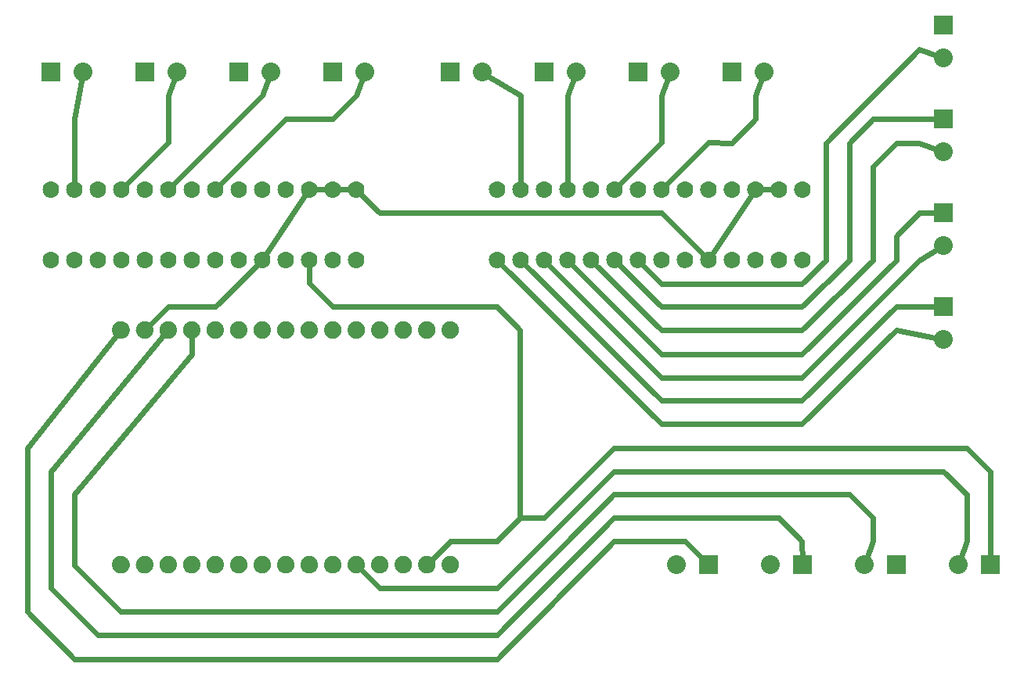
<source format=gtl>
G04 MADE WITH FRITZING*
G04 WWW.FRITZING.ORG*
G04 DOUBLE SIDED*
G04 HOLES PLATED*
G04 CONTOUR ON CENTER OF CONTOUR VECTOR*
%ASAXBY*%
%FSLAX23Y23*%
%MOIN*%
%OFA0B0*%
%SFA1.0B1.0*%
%ADD10C,0.070000*%
%ADD11C,0.074106*%
%ADD12C,0.080000*%
%ADD13R,0.080000X0.080000*%
%ADD14C,0.024000*%
%ADD15R,0.001000X0.001000*%
%LNCOPPER1*%
G90*
G70*
G54D10*
X248Y1907D03*
X1448Y2207D03*
X348Y1907D03*
X1548Y2207D03*
X448Y1907D03*
X548Y1907D03*
X648Y1907D03*
X748Y1907D03*
X1548Y1907D03*
X1448Y1907D03*
X1348Y1907D03*
X1248Y1907D03*
X848Y1907D03*
X1048Y1907D03*
X948Y1907D03*
X1148Y1907D03*
X1048Y2207D03*
X1148Y2207D03*
X1248Y2207D03*
X1348Y2207D03*
X848Y2207D03*
X948Y2207D03*
X448Y2207D03*
X548Y2207D03*
X648Y2207D03*
X748Y2207D03*
X248Y2207D03*
X348Y2207D03*
X2148Y1907D03*
X3348Y2207D03*
X2248Y1907D03*
X3448Y2207D03*
X2348Y1907D03*
X2448Y1907D03*
X2548Y1907D03*
X2648Y1907D03*
X3448Y1907D03*
X3348Y1907D03*
X3248Y1907D03*
X3148Y1907D03*
X2748Y1907D03*
X2948Y1907D03*
X2848Y1907D03*
X3048Y1907D03*
X2948Y2207D03*
X3048Y2207D03*
X3148Y2207D03*
X3248Y2207D03*
X2748Y2207D03*
X2848Y2207D03*
X2348Y2207D03*
X2448Y2207D03*
X2548Y2207D03*
X2648Y2207D03*
X2148Y2207D03*
X2248Y2207D03*
G54D11*
X547Y607D03*
X648Y607D03*
X748Y607D03*
X848Y607D03*
X948Y607D03*
X1048Y607D03*
X1148Y607D03*
X1248Y607D03*
X1349Y607D03*
X1449Y607D03*
X1549Y607D03*
X1649Y607D03*
X1749Y607D03*
X1849Y607D03*
X1949Y607D03*
X547Y1608D03*
X648Y1608D03*
X748Y1608D03*
X848Y1608D03*
X948Y1608D03*
X1048Y1608D03*
X1148Y1608D03*
X1248Y1608D03*
X1349Y1608D03*
X1449Y1608D03*
X1549Y1608D03*
X1649Y1608D03*
X1749Y1608D03*
X1849Y1608D03*
X1949Y1608D03*
G54D12*
X3448Y607D03*
X3311Y607D03*
X3848Y607D03*
X3711Y607D03*
X3048Y607D03*
X2911Y607D03*
X4248Y607D03*
X4111Y607D03*
X4048Y2907D03*
X4048Y2769D03*
X4048Y2507D03*
X4048Y2369D03*
X4048Y2107D03*
X4048Y1969D03*
X4048Y1707D03*
X4048Y1569D03*
X1948Y2707D03*
X2086Y2707D03*
X2348Y2707D03*
X2486Y2707D03*
X2748Y2707D03*
X2886Y2707D03*
X3148Y2707D03*
X3286Y2707D03*
X248Y2707D03*
X386Y2707D03*
X648Y2707D03*
X786Y2707D03*
X1048Y2707D03*
X1186Y2707D03*
X1448Y2707D03*
X1586Y2707D03*
G54D13*
X3448Y607D03*
X3848Y607D03*
X3048Y607D03*
X4248Y607D03*
X4048Y2907D03*
X4048Y2507D03*
X4048Y2107D03*
X4048Y1707D03*
X1948Y2707D03*
X2348Y2707D03*
X2748Y2707D03*
X3148Y2707D03*
X248Y2707D03*
X648Y2707D03*
X1048Y2707D03*
X1448Y2707D03*
G54D14*
X1448Y2507D02*
X1248Y2507D01*
D02*
X1548Y2607D02*
X1448Y2507D01*
D02*
X1248Y2507D02*
X1048Y2307D01*
D02*
X1048Y2307D02*
X959Y2217D01*
D02*
X1579Y2688D02*
X1548Y2607D01*
D02*
X1148Y2607D02*
X948Y2407D01*
D02*
X948Y2407D02*
X759Y2217D01*
D02*
X1179Y2688D02*
X1148Y2607D01*
D02*
X748Y2607D02*
X779Y2688D01*
D02*
X748Y2407D02*
X748Y2607D01*
D02*
X559Y2217D02*
X748Y2407D01*
D02*
X348Y2507D02*
X348Y2222D01*
D02*
X382Y2687D02*
X348Y2507D01*
D02*
X2150Y707D02*
X2247Y807D01*
D02*
X1948Y707D02*
X2150Y707D01*
D02*
X2247Y807D02*
X2247Y1607D01*
D02*
X2247Y1607D02*
X2150Y1708D01*
D02*
X2150Y1708D02*
X1448Y1707D01*
D02*
X1448Y1707D02*
X1348Y1807D01*
D02*
X1348Y1807D02*
X1348Y1892D01*
D02*
X1862Y619D02*
X1948Y707D01*
D02*
X3148Y2406D02*
X3048Y2407D01*
D02*
X3048Y2407D02*
X2859Y2217D01*
D02*
X3279Y2688D02*
X3248Y2607D01*
D02*
X3248Y2607D02*
X3249Y2507D01*
D02*
X3249Y2507D02*
X3148Y2406D01*
D02*
X2848Y2607D02*
X2848Y2407D01*
D02*
X2879Y2688D02*
X2848Y2607D01*
D02*
X2848Y2407D02*
X2659Y2217D01*
D02*
X2448Y2607D02*
X2448Y2222D01*
D02*
X2479Y2688D02*
X2448Y2607D01*
D02*
X2248Y2607D02*
X2248Y2222D01*
D02*
X2103Y2696D02*
X2248Y2607D01*
D02*
X3947Y2806D02*
X3548Y2406D01*
D02*
X3447Y1805D02*
X2849Y1805D01*
D02*
X2849Y1805D02*
X2759Y1896D01*
D02*
X3548Y1906D02*
X3447Y1805D01*
D02*
X3548Y2406D02*
X3548Y1906D01*
D02*
X4030Y2776D02*
X3947Y2806D01*
D02*
X2849Y1708D02*
X2659Y1896D01*
D02*
X3447Y1708D02*
X2849Y1708D01*
D02*
X3648Y1906D02*
X3447Y1708D01*
D02*
X3648Y2406D02*
X3648Y1906D01*
D02*
X3749Y2507D02*
X3648Y2406D01*
D02*
X4028Y2507D02*
X3749Y2507D01*
D02*
X3947Y2406D02*
X4030Y2376D01*
D02*
X3749Y2306D02*
X3850Y2406D01*
D02*
X3749Y1906D02*
X3749Y2306D01*
D02*
X3850Y2406D02*
X3947Y2406D01*
D02*
X2849Y1607D02*
X3447Y1607D01*
D02*
X3447Y1607D02*
X3749Y1906D01*
D02*
X2559Y1896D02*
X2849Y1607D01*
D02*
X3947Y2108D02*
X3850Y2007D01*
D02*
X3850Y2007D02*
X3850Y1906D01*
D02*
X3850Y1906D02*
X3447Y1506D01*
D02*
X2849Y1506D02*
X2459Y1896D01*
D02*
X3447Y1506D02*
X2849Y1506D01*
D02*
X4028Y2107D02*
X3947Y2108D01*
D02*
X3947Y1906D02*
X4031Y1958D01*
D02*
X2849Y1405D02*
X3447Y1405D01*
D02*
X3447Y1405D02*
X3947Y1906D01*
D02*
X2359Y1896D02*
X2849Y1405D01*
D02*
X3850Y1708D02*
X3447Y1308D01*
D02*
X2849Y1308D02*
X2259Y1896D01*
D02*
X3447Y1308D02*
X2849Y1308D01*
D02*
X4028Y1707D02*
X3850Y1708D01*
D02*
X3850Y1607D02*
X4029Y1573D01*
D02*
X3447Y1207D02*
X3850Y1607D01*
D02*
X2849Y1207D02*
X3447Y1207D01*
D02*
X2159Y1896D02*
X2849Y1207D01*
D02*
X3749Y707D02*
X3749Y807D01*
D02*
X3749Y807D02*
X3648Y908D01*
D02*
X3648Y908D02*
X2647Y908D01*
D02*
X349Y908D02*
X850Y1506D01*
D02*
X2449Y707D02*
X2150Y408D01*
D02*
X547Y408D02*
X349Y606D01*
D02*
X349Y606D02*
X349Y908D01*
D02*
X850Y1506D02*
X848Y1591D01*
D02*
X2150Y408D02*
X547Y408D01*
D02*
X2647Y908D02*
X2449Y707D01*
D02*
X3718Y625D02*
X3749Y707D01*
D02*
X3447Y707D02*
X3349Y807D01*
D02*
X3349Y807D02*
X2647Y807D01*
D02*
X2647Y807D02*
X2150Y307D01*
D02*
X2150Y307D02*
X450Y307D01*
D02*
X450Y307D02*
X248Y508D01*
D02*
X248Y508D02*
X248Y1005D01*
D02*
X248Y1005D02*
X736Y1595D01*
D02*
X3448Y627D02*
X3447Y707D01*
D02*
X948Y1707D02*
X748Y1707D01*
D02*
X748Y1707D02*
X660Y1620D01*
D02*
X1138Y1896D02*
X948Y1707D01*
D02*
X1340Y2194D02*
X1157Y1919D01*
D02*
X1433Y2207D02*
X1363Y2207D01*
D02*
X1533Y2207D02*
X1463Y2207D01*
D02*
X2848Y2107D02*
X1648Y2107D01*
D02*
X1648Y2107D02*
X1559Y2196D01*
D02*
X3038Y1917D02*
X2848Y2107D01*
D02*
X4149Y707D02*
X4149Y908D01*
D02*
X4149Y908D02*
X4048Y1005D01*
D02*
X4048Y1005D02*
X2647Y1005D01*
D02*
X2647Y1005D02*
X2348Y707D01*
D02*
X2348Y707D02*
X2150Y508D01*
D02*
X2150Y508D02*
X1649Y508D01*
D02*
X1649Y508D02*
X1561Y594D01*
D02*
X4118Y625D02*
X4149Y707D01*
D02*
X2348Y807D02*
X2247Y807D01*
D02*
X2647Y1106D02*
X2348Y807D01*
D02*
X4250Y1005D02*
X4149Y1106D01*
D02*
X4250Y606D02*
X4250Y1005D01*
D02*
X4149Y1106D02*
X2647Y1106D01*
D02*
X2247Y807D02*
X2150Y707D01*
D02*
X2150Y707D02*
X1948Y707D01*
D02*
X1948Y707D02*
X1862Y619D01*
D02*
X4250Y606D02*
X4250Y606D01*
D02*
X2950Y707D02*
X3034Y621D01*
D02*
X2647Y707D02*
X2950Y707D01*
D02*
X2150Y206D02*
X2647Y707D01*
D02*
X349Y206D02*
X2150Y206D01*
D02*
X148Y408D02*
X349Y206D01*
D02*
X148Y1106D02*
X148Y408D01*
D02*
X536Y1594D02*
X148Y1106D01*
D02*
X3248Y2207D02*
X3057Y1919D01*
D02*
X3248Y2207D02*
X3333Y2207D01*
G54D15*
X243Y2241D02*
X255Y2241D01*
X343Y2241D02*
X355Y2241D01*
X443Y2241D02*
X455Y2241D01*
X543Y2241D02*
X555Y2241D01*
X643Y2241D02*
X655Y2241D01*
X743Y2241D02*
X755Y2241D01*
X843Y2241D02*
X855Y2241D01*
X943Y2241D02*
X955Y2241D01*
X1043Y2241D02*
X1055Y2241D01*
X1143Y2241D02*
X1155Y2241D01*
X1243Y2241D02*
X1255Y2241D01*
X1343Y2241D02*
X1355Y2241D01*
X1443Y2241D02*
X1455Y2241D01*
X1543Y2241D02*
X1555Y2241D01*
X2143Y2241D02*
X2155Y2241D01*
X2243Y2241D02*
X2255Y2241D01*
X2343Y2241D02*
X2355Y2241D01*
X2443Y2241D02*
X2455Y2241D01*
X2543Y2241D02*
X2555Y2241D01*
X2643Y2241D02*
X2655Y2241D01*
X2743Y2241D02*
X2755Y2241D01*
X2843Y2241D02*
X2855Y2241D01*
X2943Y2241D02*
X2955Y2241D01*
X3042Y2241D02*
X3055Y2241D01*
X3142Y2241D02*
X3155Y2241D01*
X3242Y2241D02*
X3255Y2241D01*
X3342Y2241D02*
X3355Y2241D01*
X3442Y2241D02*
X3455Y2241D01*
X239Y2240D02*
X259Y2240D01*
X339Y2240D02*
X359Y2240D01*
X439Y2240D02*
X459Y2240D01*
X539Y2240D02*
X559Y2240D01*
X639Y2240D02*
X659Y2240D01*
X739Y2240D02*
X759Y2240D01*
X839Y2240D02*
X859Y2240D01*
X939Y2240D02*
X959Y2240D01*
X1039Y2240D02*
X1059Y2240D01*
X1139Y2240D02*
X1159Y2240D01*
X1239Y2240D02*
X1259Y2240D01*
X1339Y2240D02*
X1359Y2240D01*
X1439Y2240D02*
X1459Y2240D01*
X1539Y2240D02*
X1559Y2240D01*
X2139Y2240D02*
X2159Y2240D01*
X2239Y2240D02*
X2259Y2240D01*
X2339Y2240D02*
X2359Y2240D01*
X2439Y2240D02*
X2459Y2240D01*
X2539Y2240D02*
X2559Y2240D01*
X2639Y2240D02*
X2659Y2240D01*
X2739Y2240D02*
X2759Y2240D01*
X2839Y2240D02*
X2859Y2240D01*
X2939Y2240D02*
X2959Y2240D01*
X3039Y2240D02*
X3059Y2240D01*
X3139Y2240D02*
X3159Y2240D01*
X3239Y2240D02*
X3259Y2240D01*
X3339Y2240D02*
X3359Y2240D01*
X3439Y2240D02*
X3459Y2240D01*
X236Y2239D02*
X261Y2239D01*
X336Y2239D02*
X361Y2239D01*
X436Y2239D02*
X461Y2239D01*
X536Y2239D02*
X561Y2239D01*
X636Y2239D02*
X661Y2239D01*
X736Y2239D02*
X761Y2239D01*
X836Y2239D02*
X861Y2239D01*
X936Y2239D02*
X961Y2239D01*
X1036Y2239D02*
X1061Y2239D01*
X1136Y2239D02*
X1161Y2239D01*
X1236Y2239D02*
X1261Y2239D01*
X1336Y2239D02*
X1361Y2239D01*
X1436Y2239D02*
X1461Y2239D01*
X1536Y2239D02*
X1561Y2239D01*
X2136Y2239D02*
X2161Y2239D01*
X2236Y2239D02*
X2261Y2239D01*
X2336Y2239D02*
X2361Y2239D01*
X2436Y2239D02*
X2461Y2239D01*
X2536Y2239D02*
X2561Y2239D01*
X2636Y2239D02*
X2661Y2239D01*
X2736Y2239D02*
X2761Y2239D01*
X2836Y2239D02*
X2861Y2239D01*
X2936Y2239D02*
X2961Y2239D01*
X3036Y2239D02*
X3061Y2239D01*
X3136Y2239D02*
X3161Y2239D01*
X3236Y2239D02*
X3261Y2239D01*
X3336Y2239D02*
X3361Y2239D01*
X3436Y2239D02*
X3461Y2239D01*
X234Y2238D02*
X264Y2238D01*
X334Y2238D02*
X364Y2238D01*
X434Y2238D02*
X464Y2238D01*
X534Y2238D02*
X564Y2238D01*
X634Y2238D02*
X664Y2238D01*
X734Y2238D02*
X764Y2238D01*
X834Y2238D02*
X864Y2238D01*
X934Y2238D02*
X964Y2238D01*
X1034Y2238D02*
X1064Y2238D01*
X1134Y2238D02*
X1164Y2238D01*
X1234Y2238D02*
X1264Y2238D01*
X1334Y2238D02*
X1364Y2238D01*
X1434Y2238D02*
X1464Y2238D01*
X1534Y2238D02*
X1564Y2238D01*
X2134Y2238D02*
X2164Y2238D01*
X2234Y2238D02*
X2264Y2238D01*
X2334Y2238D02*
X2364Y2238D01*
X2434Y2238D02*
X2464Y2238D01*
X2534Y2238D02*
X2564Y2238D01*
X2634Y2238D02*
X2664Y2238D01*
X2734Y2238D02*
X2764Y2238D01*
X2834Y2238D02*
X2864Y2238D01*
X2934Y2238D02*
X2964Y2238D01*
X3034Y2238D02*
X3064Y2238D01*
X3134Y2238D02*
X3164Y2238D01*
X3234Y2238D02*
X3264Y2238D01*
X3334Y2238D02*
X3364Y2238D01*
X3434Y2238D02*
X3464Y2238D01*
X232Y2237D02*
X266Y2237D01*
X332Y2237D02*
X366Y2237D01*
X432Y2237D02*
X466Y2237D01*
X532Y2237D02*
X566Y2237D01*
X632Y2237D02*
X666Y2237D01*
X732Y2237D02*
X766Y2237D01*
X832Y2237D02*
X866Y2237D01*
X932Y2237D02*
X966Y2237D01*
X1032Y2237D02*
X1066Y2237D01*
X1132Y2237D02*
X1166Y2237D01*
X1232Y2237D02*
X1266Y2237D01*
X1332Y2237D02*
X1366Y2237D01*
X1432Y2237D02*
X1466Y2237D01*
X1532Y2237D02*
X1566Y2237D01*
X2132Y2237D02*
X2166Y2237D01*
X2232Y2237D02*
X2266Y2237D01*
X2332Y2237D02*
X2366Y2237D01*
X2432Y2237D02*
X2466Y2237D01*
X2532Y2237D02*
X2566Y2237D01*
X2632Y2237D02*
X2666Y2237D01*
X2732Y2237D02*
X2766Y2237D01*
X2832Y2237D02*
X2866Y2237D01*
X2932Y2237D02*
X2966Y2237D01*
X3032Y2237D02*
X3066Y2237D01*
X3132Y2237D02*
X3166Y2237D01*
X3232Y2237D02*
X3266Y2237D01*
X3332Y2237D02*
X3366Y2237D01*
X3432Y2237D02*
X3466Y2237D01*
X230Y2236D02*
X267Y2236D01*
X330Y2236D02*
X367Y2236D01*
X430Y2236D02*
X467Y2236D01*
X530Y2236D02*
X567Y2236D01*
X630Y2236D02*
X667Y2236D01*
X730Y2236D02*
X767Y2236D01*
X830Y2236D02*
X867Y2236D01*
X930Y2236D02*
X967Y2236D01*
X1030Y2236D02*
X1067Y2236D01*
X1130Y2236D02*
X1167Y2236D01*
X1230Y2236D02*
X1267Y2236D01*
X1330Y2236D02*
X1367Y2236D01*
X1430Y2236D02*
X1467Y2236D01*
X1530Y2236D02*
X1567Y2236D01*
X2130Y2236D02*
X2167Y2236D01*
X2230Y2236D02*
X2267Y2236D01*
X2330Y2236D02*
X2367Y2236D01*
X2430Y2236D02*
X2467Y2236D01*
X2530Y2236D02*
X2567Y2236D01*
X2630Y2236D02*
X2667Y2236D01*
X2730Y2236D02*
X2767Y2236D01*
X2830Y2236D02*
X2867Y2236D01*
X2930Y2236D02*
X2967Y2236D01*
X3030Y2236D02*
X3067Y2236D01*
X3130Y2236D02*
X3167Y2236D01*
X3230Y2236D02*
X3267Y2236D01*
X3330Y2236D02*
X3367Y2236D01*
X3430Y2236D02*
X3467Y2236D01*
X229Y2235D02*
X269Y2235D01*
X329Y2235D02*
X369Y2235D01*
X429Y2235D02*
X469Y2235D01*
X529Y2235D02*
X569Y2235D01*
X629Y2235D02*
X669Y2235D01*
X729Y2235D02*
X769Y2235D01*
X829Y2235D02*
X869Y2235D01*
X929Y2235D02*
X969Y2235D01*
X1029Y2235D02*
X1069Y2235D01*
X1129Y2235D02*
X1169Y2235D01*
X1229Y2235D02*
X1269Y2235D01*
X1329Y2235D02*
X1369Y2235D01*
X1429Y2235D02*
X1469Y2235D01*
X1529Y2235D02*
X1569Y2235D01*
X2129Y2235D02*
X2169Y2235D01*
X2229Y2235D02*
X2269Y2235D01*
X2329Y2235D02*
X2369Y2235D01*
X2429Y2235D02*
X2469Y2235D01*
X2529Y2235D02*
X2569Y2235D01*
X2629Y2235D02*
X2669Y2235D01*
X2729Y2235D02*
X2769Y2235D01*
X2829Y2235D02*
X2869Y2235D01*
X2929Y2235D02*
X2969Y2235D01*
X3029Y2235D02*
X3069Y2235D01*
X3129Y2235D02*
X3169Y2235D01*
X3229Y2235D02*
X3269Y2235D01*
X3329Y2235D02*
X3369Y2235D01*
X3429Y2235D02*
X3469Y2235D01*
X227Y2234D02*
X270Y2234D01*
X327Y2234D02*
X370Y2234D01*
X427Y2234D02*
X470Y2234D01*
X527Y2234D02*
X570Y2234D01*
X627Y2234D02*
X670Y2234D01*
X727Y2234D02*
X770Y2234D01*
X827Y2234D02*
X870Y2234D01*
X927Y2234D02*
X970Y2234D01*
X1027Y2234D02*
X1070Y2234D01*
X1127Y2234D02*
X1170Y2234D01*
X1227Y2234D02*
X1270Y2234D01*
X1327Y2234D02*
X1370Y2234D01*
X1427Y2234D02*
X1470Y2234D01*
X1527Y2234D02*
X1570Y2234D01*
X2127Y2234D02*
X2170Y2234D01*
X2227Y2234D02*
X2270Y2234D01*
X2327Y2234D02*
X2370Y2234D01*
X2427Y2234D02*
X2470Y2234D01*
X2527Y2234D02*
X2570Y2234D01*
X2627Y2234D02*
X2670Y2234D01*
X2727Y2234D02*
X2770Y2234D01*
X2827Y2234D02*
X2870Y2234D01*
X2927Y2234D02*
X2970Y2234D01*
X3027Y2234D02*
X3070Y2234D01*
X3127Y2234D02*
X3170Y2234D01*
X3227Y2234D02*
X3270Y2234D01*
X3327Y2234D02*
X3370Y2234D01*
X3427Y2234D02*
X3470Y2234D01*
X226Y2233D02*
X271Y2233D01*
X326Y2233D02*
X371Y2233D01*
X426Y2233D02*
X471Y2233D01*
X526Y2233D02*
X571Y2233D01*
X626Y2233D02*
X671Y2233D01*
X726Y2233D02*
X771Y2233D01*
X826Y2233D02*
X871Y2233D01*
X926Y2233D02*
X971Y2233D01*
X1026Y2233D02*
X1071Y2233D01*
X1126Y2233D02*
X1171Y2233D01*
X1226Y2233D02*
X1271Y2233D01*
X1326Y2233D02*
X1371Y2233D01*
X1426Y2233D02*
X1471Y2233D01*
X1526Y2233D02*
X1571Y2233D01*
X2126Y2233D02*
X2171Y2233D01*
X2226Y2233D02*
X2271Y2233D01*
X2326Y2233D02*
X2371Y2233D01*
X2426Y2233D02*
X2471Y2233D01*
X2526Y2233D02*
X2571Y2233D01*
X2626Y2233D02*
X2671Y2233D01*
X2726Y2233D02*
X2771Y2233D01*
X2826Y2233D02*
X2871Y2233D01*
X2926Y2233D02*
X2971Y2233D01*
X3026Y2233D02*
X3071Y2233D01*
X3126Y2233D02*
X3171Y2233D01*
X3226Y2233D02*
X3271Y2233D01*
X3326Y2233D02*
X3371Y2233D01*
X3426Y2233D02*
X3471Y2233D01*
X225Y2232D02*
X273Y2232D01*
X325Y2232D02*
X373Y2232D01*
X425Y2232D02*
X473Y2232D01*
X525Y2232D02*
X573Y2232D01*
X625Y2232D02*
X673Y2232D01*
X725Y2232D02*
X773Y2232D01*
X825Y2232D02*
X873Y2232D01*
X925Y2232D02*
X973Y2232D01*
X1025Y2232D02*
X1073Y2232D01*
X1125Y2232D02*
X1173Y2232D01*
X1225Y2232D02*
X1273Y2232D01*
X1325Y2232D02*
X1373Y2232D01*
X1425Y2232D02*
X1473Y2232D01*
X1525Y2232D02*
X1573Y2232D01*
X2125Y2232D02*
X2172Y2232D01*
X2225Y2232D02*
X2272Y2232D01*
X2325Y2232D02*
X2372Y2232D01*
X2425Y2232D02*
X2472Y2232D01*
X2525Y2232D02*
X2572Y2232D01*
X2625Y2232D02*
X2672Y2232D01*
X2725Y2232D02*
X2772Y2232D01*
X2825Y2232D02*
X2872Y2232D01*
X2925Y2232D02*
X2972Y2232D01*
X3025Y2232D02*
X3072Y2232D01*
X3125Y2232D02*
X3172Y2232D01*
X3225Y2232D02*
X3272Y2232D01*
X3325Y2232D02*
X3372Y2232D01*
X3425Y2232D02*
X3472Y2232D01*
X224Y2231D02*
X274Y2231D01*
X324Y2231D02*
X374Y2231D01*
X424Y2231D02*
X474Y2231D01*
X524Y2231D02*
X574Y2231D01*
X624Y2231D02*
X674Y2231D01*
X724Y2231D02*
X774Y2231D01*
X824Y2231D02*
X874Y2231D01*
X924Y2231D02*
X974Y2231D01*
X1024Y2231D02*
X1074Y2231D01*
X1124Y2231D02*
X1174Y2231D01*
X1224Y2231D02*
X1274Y2231D01*
X1324Y2231D02*
X1374Y2231D01*
X1424Y2231D02*
X1474Y2231D01*
X1524Y2231D02*
X1574Y2231D01*
X2124Y2231D02*
X2173Y2231D01*
X2224Y2231D02*
X2273Y2231D01*
X2324Y2231D02*
X2373Y2231D01*
X2424Y2231D02*
X2473Y2231D01*
X2524Y2231D02*
X2573Y2231D01*
X2624Y2231D02*
X2673Y2231D01*
X2724Y2231D02*
X2773Y2231D01*
X2824Y2231D02*
X2873Y2231D01*
X2924Y2231D02*
X2973Y2231D01*
X3024Y2231D02*
X3073Y2231D01*
X3124Y2231D02*
X3173Y2231D01*
X3224Y2231D02*
X3273Y2231D01*
X3324Y2231D02*
X3373Y2231D01*
X3424Y2231D02*
X3473Y2231D01*
X223Y2230D02*
X274Y2230D01*
X323Y2230D02*
X374Y2230D01*
X423Y2230D02*
X474Y2230D01*
X523Y2230D02*
X574Y2230D01*
X623Y2230D02*
X674Y2230D01*
X723Y2230D02*
X774Y2230D01*
X823Y2230D02*
X874Y2230D01*
X923Y2230D02*
X974Y2230D01*
X1023Y2230D02*
X1074Y2230D01*
X1123Y2230D02*
X1174Y2230D01*
X1223Y2230D02*
X1274Y2230D01*
X1323Y2230D02*
X1374Y2230D01*
X1423Y2230D02*
X1474Y2230D01*
X1523Y2230D02*
X1574Y2230D01*
X2123Y2230D02*
X2174Y2230D01*
X2223Y2230D02*
X2274Y2230D01*
X2323Y2230D02*
X2374Y2230D01*
X2423Y2230D02*
X2474Y2230D01*
X2523Y2230D02*
X2574Y2230D01*
X2623Y2230D02*
X2674Y2230D01*
X2723Y2230D02*
X2774Y2230D01*
X2823Y2230D02*
X2874Y2230D01*
X2923Y2230D02*
X2974Y2230D01*
X3023Y2230D02*
X3074Y2230D01*
X3123Y2230D02*
X3174Y2230D01*
X3223Y2230D02*
X3274Y2230D01*
X3323Y2230D02*
X3374Y2230D01*
X3423Y2230D02*
X3474Y2230D01*
X222Y2229D02*
X275Y2229D01*
X322Y2229D02*
X375Y2229D01*
X422Y2229D02*
X475Y2229D01*
X522Y2229D02*
X575Y2229D01*
X622Y2229D02*
X675Y2229D01*
X722Y2229D02*
X775Y2229D01*
X822Y2229D02*
X875Y2229D01*
X922Y2229D02*
X975Y2229D01*
X1022Y2229D02*
X1075Y2229D01*
X1122Y2229D02*
X1175Y2229D01*
X1222Y2229D02*
X1275Y2229D01*
X1322Y2229D02*
X1375Y2229D01*
X1422Y2229D02*
X1475Y2229D01*
X1522Y2229D02*
X1575Y2229D01*
X2122Y2229D02*
X2175Y2229D01*
X2222Y2229D02*
X2275Y2229D01*
X2322Y2229D02*
X2375Y2229D01*
X2422Y2229D02*
X2475Y2229D01*
X2522Y2229D02*
X2575Y2229D01*
X2622Y2229D02*
X2675Y2229D01*
X2722Y2229D02*
X2775Y2229D01*
X2822Y2229D02*
X2875Y2229D01*
X2922Y2229D02*
X2975Y2229D01*
X3022Y2229D02*
X3075Y2229D01*
X3122Y2229D02*
X3175Y2229D01*
X3222Y2229D02*
X3275Y2229D01*
X3322Y2229D02*
X3375Y2229D01*
X3422Y2229D02*
X3475Y2229D01*
X222Y2228D02*
X276Y2228D01*
X322Y2228D02*
X376Y2228D01*
X422Y2228D02*
X476Y2228D01*
X522Y2228D02*
X576Y2228D01*
X622Y2228D02*
X676Y2228D01*
X722Y2228D02*
X776Y2228D01*
X822Y2228D02*
X876Y2228D01*
X922Y2228D02*
X976Y2228D01*
X1022Y2228D02*
X1076Y2228D01*
X1122Y2228D02*
X1176Y2228D01*
X1222Y2228D02*
X1276Y2228D01*
X1322Y2228D02*
X1376Y2228D01*
X1422Y2228D02*
X1476Y2228D01*
X1522Y2228D02*
X1576Y2228D01*
X2122Y2228D02*
X2176Y2228D01*
X2222Y2228D02*
X2276Y2228D01*
X2322Y2228D02*
X2376Y2228D01*
X2422Y2228D02*
X2476Y2228D01*
X2522Y2228D02*
X2576Y2228D01*
X2622Y2228D02*
X2676Y2228D01*
X2722Y2228D02*
X2776Y2228D01*
X2822Y2228D02*
X2876Y2228D01*
X2922Y2228D02*
X2976Y2228D01*
X3022Y2228D02*
X3076Y2228D01*
X3122Y2228D02*
X3176Y2228D01*
X3222Y2228D02*
X3276Y2228D01*
X3322Y2228D02*
X3376Y2228D01*
X3422Y2228D02*
X3476Y2228D01*
X221Y2227D02*
X277Y2227D01*
X321Y2227D02*
X377Y2227D01*
X421Y2227D02*
X477Y2227D01*
X521Y2227D02*
X577Y2227D01*
X621Y2227D02*
X677Y2227D01*
X721Y2227D02*
X777Y2227D01*
X821Y2227D02*
X877Y2227D01*
X921Y2227D02*
X977Y2227D01*
X1021Y2227D02*
X1077Y2227D01*
X1121Y2227D02*
X1177Y2227D01*
X1221Y2227D02*
X1277Y2227D01*
X1321Y2227D02*
X1377Y2227D01*
X1421Y2227D02*
X1477Y2227D01*
X1521Y2227D02*
X1577Y2227D01*
X2121Y2227D02*
X2177Y2227D01*
X2221Y2227D02*
X2277Y2227D01*
X2321Y2227D02*
X2377Y2227D01*
X2421Y2227D02*
X2477Y2227D01*
X2521Y2227D02*
X2577Y2227D01*
X2621Y2227D02*
X2677Y2227D01*
X2721Y2227D02*
X2777Y2227D01*
X2821Y2227D02*
X2877Y2227D01*
X2921Y2227D02*
X2977Y2227D01*
X3021Y2227D02*
X3077Y2227D01*
X3121Y2227D02*
X3177Y2227D01*
X3221Y2227D02*
X3277Y2227D01*
X3321Y2227D02*
X3377Y2227D01*
X3421Y2227D02*
X3477Y2227D01*
X220Y2226D02*
X277Y2226D01*
X320Y2226D02*
X377Y2226D01*
X420Y2226D02*
X477Y2226D01*
X520Y2226D02*
X577Y2226D01*
X620Y2226D02*
X677Y2226D01*
X720Y2226D02*
X777Y2226D01*
X820Y2226D02*
X877Y2226D01*
X920Y2226D02*
X977Y2226D01*
X1020Y2226D02*
X1077Y2226D01*
X1120Y2226D02*
X1177Y2226D01*
X1220Y2226D02*
X1277Y2226D01*
X1320Y2226D02*
X1377Y2226D01*
X1420Y2226D02*
X1477Y2226D01*
X1520Y2226D02*
X1577Y2226D01*
X2120Y2226D02*
X2177Y2226D01*
X2220Y2226D02*
X2277Y2226D01*
X2320Y2226D02*
X2377Y2226D01*
X2420Y2226D02*
X2477Y2226D01*
X2520Y2226D02*
X2577Y2226D01*
X2620Y2226D02*
X2677Y2226D01*
X2720Y2226D02*
X2777Y2226D01*
X2820Y2226D02*
X2877Y2226D01*
X2920Y2226D02*
X2977Y2226D01*
X3020Y2226D02*
X3077Y2226D01*
X3120Y2226D02*
X3177Y2226D01*
X3220Y2226D02*
X3277Y2226D01*
X3320Y2226D02*
X3377Y2226D01*
X3420Y2226D02*
X3477Y2226D01*
X220Y2225D02*
X278Y2225D01*
X320Y2225D02*
X378Y2225D01*
X420Y2225D02*
X478Y2225D01*
X520Y2225D02*
X578Y2225D01*
X620Y2225D02*
X678Y2225D01*
X720Y2225D02*
X778Y2225D01*
X820Y2225D02*
X878Y2225D01*
X920Y2225D02*
X978Y2225D01*
X1020Y2225D02*
X1078Y2225D01*
X1120Y2225D02*
X1178Y2225D01*
X1220Y2225D02*
X1278Y2225D01*
X1320Y2225D02*
X1378Y2225D01*
X1420Y2225D02*
X1478Y2225D01*
X1520Y2225D02*
X1578Y2225D01*
X2120Y2225D02*
X2178Y2225D01*
X2220Y2225D02*
X2278Y2225D01*
X2320Y2225D02*
X2378Y2225D01*
X2420Y2225D02*
X2478Y2225D01*
X2520Y2225D02*
X2578Y2225D01*
X2620Y2225D02*
X2678Y2225D01*
X2720Y2225D02*
X2778Y2225D01*
X2820Y2225D02*
X2878Y2225D01*
X2920Y2225D02*
X2978Y2225D01*
X3020Y2225D02*
X3078Y2225D01*
X3120Y2225D02*
X3178Y2225D01*
X3220Y2225D02*
X3278Y2225D01*
X3320Y2225D02*
X3378Y2225D01*
X3420Y2225D02*
X3478Y2225D01*
X219Y2224D02*
X279Y2224D01*
X319Y2224D02*
X379Y2224D01*
X419Y2224D02*
X479Y2224D01*
X519Y2224D02*
X579Y2224D01*
X619Y2224D02*
X679Y2224D01*
X719Y2224D02*
X779Y2224D01*
X819Y2224D02*
X879Y2224D01*
X919Y2224D02*
X979Y2224D01*
X1019Y2224D02*
X1079Y2224D01*
X1119Y2224D02*
X1179Y2224D01*
X1219Y2224D02*
X1279Y2224D01*
X1319Y2224D02*
X1379Y2224D01*
X1419Y2224D02*
X1479Y2224D01*
X1519Y2224D02*
X1579Y2224D01*
X2119Y2224D02*
X2179Y2224D01*
X2219Y2224D02*
X2279Y2224D01*
X2319Y2224D02*
X2379Y2224D01*
X2419Y2224D02*
X2479Y2224D01*
X2519Y2224D02*
X2579Y2224D01*
X2619Y2224D02*
X2679Y2224D01*
X2719Y2224D02*
X2779Y2224D01*
X2819Y2224D02*
X2879Y2224D01*
X2919Y2224D02*
X2979Y2224D01*
X3019Y2224D02*
X3079Y2224D01*
X3119Y2224D02*
X3179Y2224D01*
X3219Y2224D02*
X3279Y2224D01*
X3319Y2224D02*
X3378Y2224D01*
X3419Y2224D02*
X3478Y2224D01*
X219Y2223D02*
X279Y2223D01*
X319Y2223D02*
X379Y2223D01*
X419Y2223D02*
X479Y2223D01*
X519Y2223D02*
X579Y2223D01*
X619Y2223D02*
X679Y2223D01*
X719Y2223D02*
X779Y2223D01*
X819Y2223D02*
X879Y2223D01*
X919Y2223D02*
X979Y2223D01*
X1019Y2223D02*
X1079Y2223D01*
X1119Y2223D02*
X1179Y2223D01*
X1219Y2223D02*
X1279Y2223D01*
X1319Y2223D02*
X1379Y2223D01*
X1419Y2223D02*
X1479Y2223D01*
X1519Y2223D02*
X1579Y2223D01*
X2118Y2223D02*
X2179Y2223D01*
X2218Y2223D02*
X2279Y2223D01*
X2318Y2223D02*
X2379Y2223D01*
X2418Y2223D02*
X2479Y2223D01*
X2518Y2223D02*
X2579Y2223D01*
X2618Y2223D02*
X2679Y2223D01*
X2718Y2223D02*
X2779Y2223D01*
X2818Y2223D02*
X2879Y2223D01*
X2918Y2223D02*
X2979Y2223D01*
X3018Y2223D02*
X3079Y2223D01*
X3118Y2223D02*
X3179Y2223D01*
X3218Y2223D02*
X3279Y2223D01*
X3318Y2223D02*
X3379Y2223D01*
X3418Y2223D02*
X3479Y2223D01*
X218Y2222D02*
X280Y2222D01*
X318Y2222D02*
X380Y2222D01*
X418Y2222D02*
X480Y2222D01*
X518Y2222D02*
X580Y2222D01*
X618Y2222D02*
X680Y2222D01*
X718Y2222D02*
X780Y2222D01*
X818Y2222D02*
X880Y2222D01*
X918Y2222D02*
X980Y2222D01*
X1018Y2222D02*
X1080Y2222D01*
X1118Y2222D02*
X1180Y2222D01*
X1218Y2222D02*
X1280Y2222D01*
X1318Y2222D02*
X1380Y2222D01*
X1418Y2222D02*
X1480Y2222D01*
X1518Y2222D02*
X1580Y2222D01*
X2118Y2222D02*
X2180Y2222D01*
X2218Y2222D02*
X2280Y2222D01*
X2318Y2222D02*
X2380Y2222D01*
X2418Y2222D02*
X2480Y2222D01*
X2518Y2222D02*
X2580Y2222D01*
X2618Y2222D02*
X2680Y2222D01*
X2718Y2222D02*
X2780Y2222D01*
X2818Y2222D02*
X2880Y2222D01*
X2918Y2222D02*
X2980Y2222D01*
X3018Y2222D02*
X3080Y2222D01*
X3118Y2222D02*
X3180Y2222D01*
X3218Y2222D02*
X3280Y2222D01*
X3318Y2222D02*
X3379Y2222D01*
X3418Y2222D02*
X3479Y2222D01*
X218Y2221D02*
X243Y2221D01*
X254Y2221D02*
X280Y2221D01*
X318Y2221D02*
X343Y2221D01*
X354Y2221D02*
X380Y2221D01*
X418Y2221D02*
X443Y2221D01*
X454Y2221D02*
X480Y2221D01*
X518Y2221D02*
X543Y2221D01*
X554Y2221D02*
X580Y2221D01*
X618Y2221D02*
X643Y2221D01*
X654Y2221D02*
X680Y2221D01*
X718Y2221D02*
X743Y2221D01*
X754Y2221D02*
X780Y2221D01*
X818Y2221D02*
X843Y2221D01*
X854Y2221D02*
X880Y2221D01*
X918Y2221D02*
X943Y2221D01*
X954Y2221D02*
X980Y2221D01*
X1018Y2221D02*
X1043Y2221D01*
X1054Y2221D02*
X1080Y2221D01*
X1118Y2221D02*
X1143Y2221D01*
X1154Y2221D02*
X1180Y2221D01*
X1218Y2221D02*
X1243Y2221D01*
X1254Y2221D02*
X1280Y2221D01*
X1318Y2221D02*
X1343Y2221D01*
X1354Y2221D02*
X1380Y2221D01*
X1418Y2221D02*
X1443Y2221D01*
X1454Y2221D02*
X1480Y2221D01*
X1518Y2221D02*
X1543Y2221D01*
X1554Y2221D02*
X1580Y2221D01*
X2118Y2221D02*
X2143Y2221D01*
X2154Y2221D02*
X2180Y2221D01*
X2218Y2221D02*
X2243Y2221D01*
X2254Y2221D02*
X2280Y2221D01*
X2318Y2221D02*
X2343Y2221D01*
X2354Y2221D02*
X2380Y2221D01*
X2418Y2221D02*
X2443Y2221D01*
X2454Y2221D02*
X2480Y2221D01*
X2518Y2221D02*
X2543Y2221D01*
X2554Y2221D02*
X2580Y2221D01*
X2618Y2221D02*
X2643Y2221D01*
X2654Y2221D02*
X2680Y2221D01*
X2718Y2221D02*
X2743Y2221D01*
X2754Y2221D02*
X2780Y2221D01*
X2817Y2221D02*
X2843Y2221D01*
X2854Y2221D02*
X2880Y2221D01*
X2917Y2221D02*
X2943Y2221D01*
X2954Y2221D02*
X2980Y2221D01*
X3017Y2221D02*
X3043Y2221D01*
X3054Y2221D02*
X3080Y2221D01*
X3117Y2221D02*
X3143Y2221D01*
X3154Y2221D02*
X3180Y2221D01*
X3217Y2221D02*
X3243Y2221D01*
X3254Y2221D02*
X3280Y2221D01*
X3317Y2221D02*
X3343Y2221D01*
X3354Y2221D02*
X3380Y2221D01*
X3417Y2221D02*
X3443Y2221D01*
X3454Y2221D02*
X3480Y2221D01*
X217Y2220D02*
X241Y2220D01*
X257Y2220D02*
X281Y2220D01*
X317Y2220D02*
X341Y2220D01*
X357Y2220D02*
X381Y2220D01*
X417Y2220D02*
X441Y2220D01*
X457Y2220D02*
X481Y2220D01*
X517Y2220D02*
X541Y2220D01*
X557Y2220D02*
X581Y2220D01*
X617Y2220D02*
X641Y2220D01*
X657Y2220D02*
X681Y2220D01*
X717Y2220D02*
X741Y2220D01*
X757Y2220D02*
X781Y2220D01*
X817Y2220D02*
X841Y2220D01*
X857Y2220D02*
X881Y2220D01*
X917Y2220D02*
X941Y2220D01*
X957Y2220D02*
X981Y2220D01*
X1017Y2220D02*
X1041Y2220D01*
X1057Y2220D02*
X1081Y2220D01*
X1117Y2220D02*
X1141Y2220D01*
X1157Y2220D02*
X1181Y2220D01*
X1217Y2220D02*
X1241Y2220D01*
X1257Y2220D02*
X1281Y2220D01*
X1317Y2220D02*
X1341Y2220D01*
X1357Y2220D02*
X1381Y2220D01*
X1417Y2220D02*
X1441Y2220D01*
X1457Y2220D02*
X1480Y2220D01*
X1517Y2220D02*
X1541Y2220D01*
X1557Y2220D02*
X1580Y2220D01*
X2117Y2220D02*
X2141Y2220D01*
X2157Y2220D02*
X2180Y2220D01*
X2217Y2220D02*
X2241Y2220D01*
X2257Y2220D02*
X2280Y2220D01*
X2317Y2220D02*
X2341Y2220D01*
X2357Y2220D02*
X2380Y2220D01*
X2417Y2220D02*
X2441Y2220D01*
X2457Y2220D02*
X2480Y2220D01*
X2517Y2220D02*
X2541Y2220D01*
X2557Y2220D02*
X2580Y2220D01*
X2617Y2220D02*
X2641Y2220D01*
X2657Y2220D02*
X2680Y2220D01*
X2717Y2220D02*
X2741Y2220D01*
X2757Y2220D02*
X2780Y2220D01*
X2817Y2220D02*
X2841Y2220D01*
X2856Y2220D02*
X2880Y2220D01*
X2917Y2220D02*
X2941Y2220D01*
X2956Y2220D02*
X2980Y2220D01*
X3017Y2220D02*
X3041Y2220D01*
X3056Y2220D02*
X3080Y2220D01*
X3117Y2220D02*
X3141Y2220D01*
X3156Y2220D02*
X3180Y2220D01*
X3217Y2220D02*
X3241Y2220D01*
X3256Y2220D02*
X3280Y2220D01*
X3317Y2220D02*
X3341Y2220D01*
X3356Y2220D02*
X3380Y2220D01*
X3417Y2220D02*
X3441Y2220D01*
X3456Y2220D02*
X3480Y2220D01*
X217Y2219D02*
X240Y2219D01*
X258Y2219D02*
X281Y2219D01*
X317Y2219D02*
X340Y2219D01*
X358Y2219D02*
X381Y2219D01*
X417Y2219D02*
X440Y2219D01*
X458Y2219D02*
X481Y2219D01*
X517Y2219D02*
X540Y2219D01*
X558Y2219D02*
X581Y2219D01*
X617Y2219D02*
X640Y2219D01*
X658Y2219D02*
X681Y2219D01*
X717Y2219D02*
X740Y2219D01*
X758Y2219D02*
X781Y2219D01*
X817Y2219D02*
X840Y2219D01*
X858Y2219D02*
X881Y2219D01*
X917Y2219D02*
X940Y2219D01*
X958Y2219D02*
X981Y2219D01*
X1017Y2219D02*
X1040Y2219D01*
X1058Y2219D02*
X1081Y2219D01*
X1117Y2219D02*
X1140Y2219D01*
X1158Y2219D02*
X1181Y2219D01*
X1217Y2219D02*
X1240Y2219D01*
X1258Y2219D02*
X1281Y2219D01*
X1317Y2219D02*
X1340Y2219D01*
X1358Y2219D02*
X1381Y2219D01*
X1417Y2219D02*
X1440Y2219D01*
X1458Y2219D02*
X1481Y2219D01*
X1517Y2219D02*
X1540Y2219D01*
X1558Y2219D02*
X1581Y2219D01*
X2117Y2219D02*
X2140Y2219D01*
X2158Y2219D02*
X2181Y2219D01*
X2217Y2219D02*
X2240Y2219D01*
X2258Y2219D02*
X2281Y2219D01*
X2317Y2219D02*
X2340Y2219D01*
X2358Y2219D02*
X2381Y2219D01*
X2417Y2219D02*
X2440Y2219D01*
X2458Y2219D02*
X2481Y2219D01*
X2517Y2219D02*
X2540Y2219D01*
X2558Y2219D02*
X2581Y2219D01*
X2617Y2219D02*
X2640Y2219D01*
X2658Y2219D02*
X2681Y2219D01*
X2717Y2219D02*
X2740Y2219D01*
X2758Y2219D02*
X2781Y2219D01*
X2817Y2219D02*
X2840Y2219D01*
X2858Y2219D02*
X2881Y2219D01*
X2917Y2219D02*
X2940Y2219D01*
X2958Y2219D02*
X2981Y2219D01*
X3017Y2219D02*
X3040Y2219D01*
X3058Y2219D02*
X3081Y2219D01*
X3117Y2219D02*
X3139Y2219D01*
X3158Y2219D02*
X3181Y2219D01*
X3217Y2219D02*
X3239Y2219D01*
X3258Y2219D02*
X3281Y2219D01*
X3317Y2219D02*
X3339Y2219D01*
X3358Y2219D02*
X3381Y2219D01*
X3417Y2219D02*
X3439Y2219D01*
X3458Y2219D02*
X3481Y2219D01*
X216Y2218D02*
X238Y2218D01*
X259Y2218D02*
X281Y2218D01*
X316Y2218D02*
X338Y2218D01*
X359Y2218D02*
X381Y2218D01*
X416Y2218D02*
X438Y2218D01*
X459Y2218D02*
X481Y2218D01*
X516Y2218D02*
X538Y2218D01*
X559Y2218D02*
X581Y2218D01*
X616Y2218D02*
X638Y2218D01*
X659Y2218D02*
X681Y2218D01*
X716Y2218D02*
X738Y2218D01*
X759Y2218D02*
X781Y2218D01*
X816Y2218D02*
X838Y2218D01*
X859Y2218D02*
X881Y2218D01*
X916Y2218D02*
X938Y2218D01*
X959Y2218D02*
X981Y2218D01*
X1016Y2218D02*
X1038Y2218D01*
X1059Y2218D02*
X1081Y2218D01*
X1116Y2218D02*
X1138Y2218D01*
X1159Y2218D02*
X1181Y2218D01*
X1216Y2218D02*
X1238Y2218D01*
X1259Y2218D02*
X1281Y2218D01*
X1316Y2218D02*
X1338Y2218D01*
X1359Y2218D02*
X1381Y2218D01*
X1416Y2218D02*
X1438Y2218D01*
X1459Y2218D02*
X1481Y2218D01*
X1516Y2218D02*
X1538Y2218D01*
X1559Y2218D02*
X1581Y2218D01*
X2116Y2218D02*
X2138Y2218D01*
X2159Y2218D02*
X2181Y2218D01*
X2216Y2218D02*
X2238Y2218D01*
X2259Y2218D02*
X2281Y2218D01*
X2316Y2218D02*
X2338Y2218D01*
X2359Y2218D02*
X2381Y2218D01*
X2416Y2218D02*
X2438Y2218D01*
X2459Y2218D02*
X2481Y2218D01*
X2516Y2218D02*
X2538Y2218D01*
X2559Y2218D02*
X2581Y2218D01*
X2616Y2218D02*
X2638Y2218D01*
X2659Y2218D02*
X2681Y2218D01*
X2716Y2218D02*
X2738Y2218D01*
X2759Y2218D02*
X2781Y2218D01*
X2816Y2218D02*
X2838Y2218D01*
X2859Y2218D02*
X2881Y2218D01*
X2916Y2218D02*
X2938Y2218D01*
X2959Y2218D02*
X2981Y2218D01*
X3016Y2218D02*
X3038Y2218D01*
X3059Y2218D02*
X3081Y2218D01*
X3116Y2218D02*
X3138Y2218D01*
X3159Y2218D02*
X3181Y2218D01*
X3216Y2218D02*
X3238Y2218D01*
X3259Y2218D02*
X3281Y2218D01*
X3316Y2218D02*
X3338Y2218D01*
X3359Y2218D02*
X3381Y2218D01*
X3416Y2218D02*
X3438Y2218D01*
X3459Y2218D02*
X3481Y2218D01*
X216Y2217D02*
X237Y2217D01*
X260Y2217D02*
X282Y2217D01*
X316Y2217D02*
X337Y2217D01*
X360Y2217D02*
X382Y2217D01*
X416Y2217D02*
X437Y2217D01*
X460Y2217D02*
X482Y2217D01*
X516Y2217D02*
X537Y2217D01*
X560Y2217D02*
X582Y2217D01*
X616Y2217D02*
X637Y2217D01*
X660Y2217D02*
X682Y2217D01*
X716Y2217D02*
X737Y2217D01*
X760Y2217D02*
X782Y2217D01*
X816Y2217D02*
X837Y2217D01*
X860Y2217D02*
X882Y2217D01*
X916Y2217D02*
X937Y2217D01*
X960Y2217D02*
X982Y2217D01*
X1016Y2217D02*
X1037Y2217D01*
X1060Y2217D02*
X1082Y2217D01*
X1116Y2217D02*
X1137Y2217D01*
X1160Y2217D02*
X1182Y2217D01*
X1216Y2217D02*
X1237Y2217D01*
X1260Y2217D02*
X1282Y2217D01*
X1316Y2217D02*
X1337Y2217D01*
X1360Y2217D02*
X1382Y2217D01*
X1416Y2217D02*
X1437Y2217D01*
X1460Y2217D02*
X1482Y2217D01*
X1516Y2217D02*
X1537Y2217D01*
X1560Y2217D02*
X1582Y2217D01*
X2116Y2217D02*
X2137Y2217D01*
X2160Y2217D02*
X2182Y2217D01*
X2216Y2217D02*
X2237Y2217D01*
X2260Y2217D02*
X2282Y2217D01*
X2316Y2217D02*
X2337Y2217D01*
X2360Y2217D02*
X2382Y2217D01*
X2416Y2217D02*
X2437Y2217D01*
X2460Y2217D02*
X2482Y2217D01*
X2516Y2217D02*
X2537Y2217D01*
X2560Y2217D02*
X2582Y2217D01*
X2616Y2217D02*
X2637Y2217D01*
X2660Y2217D02*
X2682Y2217D01*
X2716Y2217D02*
X2737Y2217D01*
X2760Y2217D02*
X2782Y2217D01*
X2816Y2217D02*
X2837Y2217D01*
X2860Y2217D02*
X2882Y2217D01*
X2916Y2217D02*
X2937Y2217D01*
X2960Y2217D02*
X2982Y2217D01*
X3016Y2217D02*
X3037Y2217D01*
X3060Y2217D02*
X3082Y2217D01*
X3116Y2217D02*
X3137Y2217D01*
X3160Y2217D02*
X3182Y2217D01*
X3216Y2217D02*
X3237Y2217D01*
X3260Y2217D02*
X3282Y2217D01*
X3316Y2217D02*
X3337Y2217D01*
X3360Y2217D02*
X3382Y2217D01*
X3416Y2217D02*
X3437Y2217D01*
X3460Y2217D02*
X3482Y2217D01*
X216Y2216D02*
X237Y2216D01*
X261Y2216D02*
X282Y2216D01*
X316Y2216D02*
X337Y2216D01*
X361Y2216D02*
X382Y2216D01*
X416Y2216D02*
X437Y2216D01*
X461Y2216D02*
X482Y2216D01*
X516Y2216D02*
X537Y2216D01*
X561Y2216D02*
X582Y2216D01*
X616Y2216D02*
X637Y2216D01*
X661Y2216D02*
X682Y2216D01*
X716Y2216D02*
X737Y2216D01*
X761Y2216D02*
X782Y2216D01*
X816Y2216D02*
X837Y2216D01*
X861Y2216D02*
X882Y2216D01*
X916Y2216D02*
X937Y2216D01*
X961Y2216D02*
X982Y2216D01*
X1016Y2216D02*
X1037Y2216D01*
X1061Y2216D02*
X1082Y2216D01*
X1116Y2216D02*
X1137Y2216D01*
X1161Y2216D02*
X1182Y2216D01*
X1216Y2216D02*
X1237Y2216D01*
X1261Y2216D02*
X1282Y2216D01*
X1316Y2216D02*
X1337Y2216D01*
X1361Y2216D02*
X1382Y2216D01*
X1416Y2216D02*
X1437Y2216D01*
X1461Y2216D02*
X1482Y2216D01*
X1516Y2216D02*
X1536Y2216D01*
X1561Y2216D02*
X1582Y2216D01*
X2116Y2216D02*
X2136Y2216D01*
X2161Y2216D02*
X2182Y2216D01*
X2216Y2216D02*
X2236Y2216D01*
X2261Y2216D02*
X2282Y2216D01*
X2316Y2216D02*
X2336Y2216D01*
X2361Y2216D02*
X2382Y2216D01*
X2416Y2216D02*
X2436Y2216D01*
X2461Y2216D02*
X2482Y2216D01*
X2516Y2216D02*
X2536Y2216D01*
X2561Y2216D02*
X2582Y2216D01*
X2616Y2216D02*
X2636Y2216D01*
X2661Y2216D02*
X2682Y2216D01*
X2716Y2216D02*
X2736Y2216D01*
X2761Y2216D02*
X2782Y2216D01*
X2816Y2216D02*
X2836Y2216D01*
X2861Y2216D02*
X2882Y2216D01*
X2916Y2216D02*
X2936Y2216D01*
X2961Y2216D02*
X2982Y2216D01*
X3016Y2216D02*
X3036Y2216D01*
X3061Y2216D02*
X3082Y2216D01*
X3116Y2216D02*
X3136Y2216D01*
X3161Y2216D02*
X3182Y2216D01*
X3216Y2216D02*
X3236Y2216D01*
X3261Y2216D02*
X3282Y2216D01*
X3316Y2216D02*
X3336Y2216D01*
X3361Y2216D02*
X3382Y2216D01*
X3416Y2216D02*
X3436Y2216D01*
X3461Y2216D02*
X3482Y2216D01*
X216Y2215D02*
X236Y2215D01*
X262Y2215D02*
X282Y2215D01*
X316Y2215D02*
X336Y2215D01*
X362Y2215D02*
X382Y2215D01*
X415Y2215D02*
X436Y2215D01*
X462Y2215D02*
X482Y2215D01*
X515Y2215D02*
X536Y2215D01*
X562Y2215D02*
X582Y2215D01*
X615Y2215D02*
X636Y2215D01*
X662Y2215D02*
X682Y2215D01*
X715Y2215D02*
X736Y2215D01*
X762Y2215D02*
X782Y2215D01*
X815Y2215D02*
X836Y2215D01*
X862Y2215D02*
X882Y2215D01*
X915Y2215D02*
X936Y2215D01*
X962Y2215D02*
X982Y2215D01*
X1015Y2215D02*
X1036Y2215D01*
X1062Y2215D02*
X1082Y2215D01*
X1115Y2215D02*
X1136Y2215D01*
X1162Y2215D02*
X1182Y2215D01*
X1215Y2215D02*
X1236Y2215D01*
X1262Y2215D02*
X1282Y2215D01*
X1315Y2215D02*
X1336Y2215D01*
X1362Y2215D02*
X1382Y2215D01*
X1415Y2215D02*
X1436Y2215D01*
X1462Y2215D02*
X1482Y2215D01*
X1515Y2215D02*
X1536Y2215D01*
X1562Y2215D02*
X1582Y2215D01*
X2115Y2215D02*
X2136Y2215D01*
X2162Y2215D02*
X2182Y2215D01*
X2215Y2215D02*
X2236Y2215D01*
X2262Y2215D02*
X2282Y2215D01*
X2315Y2215D02*
X2336Y2215D01*
X2362Y2215D02*
X2382Y2215D01*
X2415Y2215D02*
X2436Y2215D01*
X2462Y2215D02*
X2482Y2215D01*
X2515Y2215D02*
X2536Y2215D01*
X2562Y2215D02*
X2582Y2215D01*
X2615Y2215D02*
X2636Y2215D01*
X2662Y2215D02*
X2682Y2215D01*
X2715Y2215D02*
X2736Y2215D01*
X2762Y2215D02*
X2782Y2215D01*
X2815Y2215D02*
X2836Y2215D01*
X2862Y2215D02*
X2882Y2215D01*
X2915Y2215D02*
X2936Y2215D01*
X2962Y2215D02*
X2982Y2215D01*
X3015Y2215D02*
X3036Y2215D01*
X3062Y2215D02*
X3082Y2215D01*
X3115Y2215D02*
X3136Y2215D01*
X3162Y2215D02*
X3182Y2215D01*
X3215Y2215D02*
X3236Y2215D01*
X3262Y2215D02*
X3282Y2215D01*
X3315Y2215D02*
X3336Y2215D01*
X3362Y2215D02*
X3382Y2215D01*
X3415Y2215D02*
X3436Y2215D01*
X3462Y2215D02*
X3482Y2215D01*
X215Y2214D02*
X235Y2214D01*
X263Y2214D02*
X282Y2214D01*
X315Y2214D02*
X335Y2214D01*
X363Y2214D02*
X382Y2214D01*
X415Y2214D02*
X435Y2214D01*
X463Y2214D02*
X482Y2214D01*
X515Y2214D02*
X535Y2214D01*
X563Y2214D02*
X582Y2214D01*
X615Y2214D02*
X635Y2214D01*
X663Y2214D02*
X682Y2214D01*
X715Y2214D02*
X735Y2214D01*
X763Y2214D02*
X782Y2214D01*
X815Y2214D02*
X835Y2214D01*
X863Y2214D02*
X882Y2214D01*
X915Y2214D02*
X935Y2214D01*
X963Y2214D02*
X982Y2214D01*
X1015Y2214D02*
X1035Y2214D01*
X1063Y2214D02*
X1082Y2214D01*
X1115Y2214D02*
X1135Y2214D01*
X1163Y2214D02*
X1182Y2214D01*
X1215Y2214D02*
X1235Y2214D01*
X1263Y2214D02*
X1282Y2214D01*
X1315Y2214D02*
X1335Y2214D01*
X1363Y2214D02*
X1382Y2214D01*
X1415Y2214D02*
X1435Y2214D01*
X1463Y2214D02*
X1482Y2214D01*
X1515Y2214D02*
X1535Y2214D01*
X1563Y2214D02*
X1582Y2214D01*
X2115Y2214D02*
X2135Y2214D01*
X2163Y2214D02*
X2182Y2214D01*
X2215Y2214D02*
X2235Y2214D01*
X2263Y2214D02*
X2282Y2214D01*
X2315Y2214D02*
X2335Y2214D01*
X2363Y2214D02*
X2382Y2214D01*
X2415Y2214D02*
X2435Y2214D01*
X2463Y2214D02*
X2482Y2214D01*
X2515Y2214D02*
X2535Y2214D01*
X2562Y2214D02*
X2582Y2214D01*
X2615Y2214D02*
X2635Y2214D01*
X2662Y2214D02*
X2682Y2214D01*
X2715Y2214D02*
X2735Y2214D01*
X2762Y2214D02*
X2782Y2214D01*
X2815Y2214D02*
X2835Y2214D01*
X2862Y2214D02*
X2882Y2214D01*
X2915Y2214D02*
X2935Y2214D01*
X2962Y2214D02*
X2982Y2214D01*
X3015Y2214D02*
X3035Y2214D01*
X3062Y2214D02*
X3082Y2214D01*
X3115Y2214D02*
X3135Y2214D01*
X3162Y2214D02*
X3182Y2214D01*
X3215Y2214D02*
X3235Y2214D01*
X3262Y2214D02*
X3282Y2214D01*
X3315Y2214D02*
X3335Y2214D01*
X3362Y2214D02*
X3382Y2214D01*
X3415Y2214D02*
X3435Y2214D01*
X3462Y2214D02*
X3482Y2214D01*
X215Y2213D02*
X235Y2213D01*
X263Y2213D02*
X283Y2213D01*
X315Y2213D02*
X335Y2213D01*
X363Y2213D02*
X383Y2213D01*
X415Y2213D02*
X435Y2213D01*
X463Y2213D02*
X483Y2213D01*
X515Y2213D02*
X535Y2213D01*
X563Y2213D02*
X583Y2213D01*
X615Y2213D02*
X635Y2213D01*
X663Y2213D02*
X683Y2213D01*
X715Y2213D02*
X735Y2213D01*
X763Y2213D02*
X783Y2213D01*
X815Y2213D02*
X835Y2213D01*
X863Y2213D02*
X883Y2213D01*
X915Y2213D02*
X935Y2213D01*
X963Y2213D02*
X983Y2213D01*
X1015Y2213D02*
X1035Y2213D01*
X1063Y2213D02*
X1083Y2213D01*
X1115Y2213D02*
X1135Y2213D01*
X1163Y2213D02*
X1183Y2213D01*
X1215Y2213D02*
X1234Y2213D01*
X1263Y2213D02*
X1283Y2213D01*
X1315Y2213D02*
X1334Y2213D01*
X1363Y2213D02*
X1383Y2213D01*
X1415Y2213D02*
X1434Y2213D01*
X1463Y2213D02*
X1483Y2213D01*
X1515Y2213D02*
X1534Y2213D01*
X1563Y2213D02*
X1583Y2213D01*
X2115Y2213D02*
X2134Y2213D01*
X2163Y2213D02*
X2183Y2213D01*
X2215Y2213D02*
X2234Y2213D01*
X2263Y2213D02*
X2283Y2213D01*
X2315Y2213D02*
X2334Y2213D01*
X2363Y2213D02*
X2383Y2213D01*
X2415Y2213D02*
X2434Y2213D01*
X2463Y2213D02*
X2483Y2213D01*
X2515Y2213D02*
X2534Y2213D01*
X2563Y2213D02*
X2583Y2213D01*
X2615Y2213D02*
X2634Y2213D01*
X2663Y2213D02*
X2683Y2213D01*
X2715Y2213D02*
X2734Y2213D01*
X2763Y2213D02*
X2783Y2213D01*
X2815Y2213D02*
X2834Y2213D01*
X2863Y2213D02*
X2883Y2213D01*
X2915Y2213D02*
X2934Y2213D01*
X2963Y2213D02*
X2983Y2213D01*
X3015Y2213D02*
X3034Y2213D01*
X3063Y2213D02*
X3083Y2213D01*
X3115Y2213D02*
X3134Y2213D01*
X3163Y2213D02*
X3183Y2213D01*
X3215Y2213D02*
X3234Y2213D01*
X3263Y2213D02*
X3283Y2213D01*
X3315Y2213D02*
X3334Y2213D01*
X3363Y2213D02*
X3383Y2213D01*
X3415Y2213D02*
X3434Y2213D01*
X3463Y2213D02*
X3483Y2213D01*
X215Y2212D02*
X234Y2212D01*
X264Y2212D02*
X283Y2212D01*
X315Y2212D02*
X334Y2212D01*
X364Y2212D02*
X383Y2212D01*
X415Y2212D02*
X434Y2212D01*
X464Y2212D02*
X483Y2212D01*
X515Y2212D02*
X534Y2212D01*
X564Y2212D02*
X583Y2212D01*
X615Y2212D02*
X634Y2212D01*
X664Y2212D02*
X683Y2212D01*
X715Y2212D02*
X734Y2212D01*
X764Y2212D02*
X783Y2212D01*
X815Y2212D02*
X834Y2212D01*
X864Y2212D02*
X883Y2212D01*
X915Y2212D02*
X934Y2212D01*
X964Y2212D02*
X983Y2212D01*
X1015Y2212D02*
X1034Y2212D01*
X1064Y2212D02*
X1083Y2212D01*
X1115Y2212D02*
X1134Y2212D01*
X1164Y2212D02*
X1183Y2212D01*
X1215Y2212D02*
X1234Y2212D01*
X1264Y2212D02*
X1283Y2212D01*
X1315Y2212D02*
X1334Y2212D01*
X1364Y2212D02*
X1383Y2212D01*
X1415Y2212D02*
X1434Y2212D01*
X1463Y2212D02*
X1483Y2212D01*
X1515Y2212D02*
X1534Y2212D01*
X1563Y2212D02*
X1583Y2212D01*
X2115Y2212D02*
X2134Y2212D01*
X2163Y2212D02*
X2183Y2212D01*
X2215Y2212D02*
X2234Y2212D01*
X2263Y2212D02*
X2283Y2212D01*
X2315Y2212D02*
X2334Y2212D01*
X2363Y2212D02*
X2383Y2212D01*
X2415Y2212D02*
X2434Y2212D01*
X2463Y2212D02*
X2483Y2212D01*
X2515Y2212D02*
X2534Y2212D01*
X2563Y2212D02*
X2583Y2212D01*
X2615Y2212D02*
X2634Y2212D01*
X2663Y2212D02*
X2683Y2212D01*
X2715Y2212D02*
X2734Y2212D01*
X2763Y2212D02*
X2783Y2212D01*
X2815Y2212D02*
X2834Y2212D01*
X2863Y2212D02*
X2883Y2212D01*
X2915Y2212D02*
X2934Y2212D01*
X2963Y2212D02*
X2983Y2212D01*
X3015Y2212D02*
X3034Y2212D01*
X3063Y2212D02*
X3083Y2212D01*
X3115Y2212D02*
X3134Y2212D01*
X3163Y2212D02*
X3183Y2212D01*
X3215Y2212D02*
X3234Y2212D01*
X3263Y2212D02*
X3283Y2212D01*
X3315Y2212D02*
X3334Y2212D01*
X3363Y2212D02*
X3383Y2212D01*
X3415Y2212D02*
X3434Y2212D01*
X3463Y2212D02*
X3483Y2212D01*
X215Y2211D02*
X234Y2211D01*
X264Y2211D02*
X283Y2211D01*
X315Y2211D02*
X334Y2211D01*
X364Y2211D02*
X383Y2211D01*
X415Y2211D02*
X434Y2211D01*
X464Y2211D02*
X483Y2211D01*
X515Y2211D02*
X534Y2211D01*
X564Y2211D02*
X583Y2211D01*
X615Y2211D02*
X634Y2211D01*
X664Y2211D02*
X683Y2211D01*
X715Y2211D02*
X734Y2211D01*
X764Y2211D02*
X783Y2211D01*
X815Y2211D02*
X834Y2211D01*
X864Y2211D02*
X883Y2211D01*
X915Y2211D02*
X934Y2211D01*
X964Y2211D02*
X983Y2211D01*
X1015Y2211D02*
X1034Y2211D01*
X1064Y2211D02*
X1083Y2211D01*
X1115Y2211D02*
X1134Y2211D01*
X1164Y2211D02*
X1183Y2211D01*
X1215Y2211D02*
X1234Y2211D01*
X1264Y2211D02*
X1283Y2211D01*
X1315Y2211D02*
X1334Y2211D01*
X1364Y2211D02*
X1383Y2211D01*
X1415Y2211D02*
X1434Y2211D01*
X1464Y2211D02*
X1483Y2211D01*
X1515Y2211D02*
X1534Y2211D01*
X1564Y2211D02*
X1583Y2211D01*
X2115Y2211D02*
X2134Y2211D01*
X2164Y2211D02*
X2183Y2211D01*
X2215Y2211D02*
X2234Y2211D01*
X2264Y2211D02*
X2283Y2211D01*
X2315Y2211D02*
X2334Y2211D01*
X2364Y2211D02*
X2383Y2211D01*
X2415Y2211D02*
X2434Y2211D01*
X2464Y2211D02*
X2483Y2211D01*
X2515Y2211D02*
X2534Y2211D01*
X2564Y2211D02*
X2583Y2211D01*
X2615Y2211D02*
X2634Y2211D01*
X2664Y2211D02*
X2683Y2211D01*
X2715Y2211D02*
X2734Y2211D01*
X2764Y2211D02*
X2783Y2211D01*
X2815Y2211D02*
X2834Y2211D01*
X2864Y2211D02*
X2883Y2211D01*
X2915Y2211D02*
X2934Y2211D01*
X2964Y2211D02*
X2983Y2211D01*
X3015Y2211D02*
X3034Y2211D01*
X3064Y2211D02*
X3083Y2211D01*
X3115Y2211D02*
X3134Y2211D01*
X3164Y2211D02*
X3183Y2211D01*
X3215Y2211D02*
X3234Y2211D01*
X3264Y2211D02*
X3283Y2211D01*
X3315Y2211D02*
X3334Y2211D01*
X3364Y2211D02*
X3383Y2211D01*
X3415Y2211D02*
X3434Y2211D01*
X3464Y2211D02*
X3483Y2211D01*
X215Y2210D02*
X234Y2210D01*
X264Y2210D02*
X283Y2210D01*
X315Y2210D02*
X334Y2210D01*
X364Y2210D02*
X383Y2210D01*
X415Y2210D02*
X434Y2210D01*
X464Y2210D02*
X483Y2210D01*
X515Y2210D02*
X534Y2210D01*
X564Y2210D02*
X583Y2210D01*
X615Y2210D02*
X634Y2210D01*
X664Y2210D02*
X683Y2210D01*
X715Y2210D02*
X734Y2210D01*
X764Y2210D02*
X783Y2210D01*
X815Y2210D02*
X834Y2210D01*
X864Y2210D02*
X883Y2210D01*
X915Y2210D02*
X934Y2210D01*
X964Y2210D02*
X983Y2210D01*
X1015Y2210D02*
X1034Y2210D01*
X1064Y2210D02*
X1083Y2210D01*
X1115Y2210D02*
X1134Y2210D01*
X1164Y2210D02*
X1183Y2210D01*
X1215Y2210D02*
X1234Y2210D01*
X1264Y2210D02*
X1283Y2210D01*
X1315Y2210D02*
X1334Y2210D01*
X1364Y2210D02*
X1383Y2210D01*
X1415Y2210D02*
X1434Y2210D01*
X1464Y2210D02*
X1483Y2210D01*
X1514Y2210D02*
X1534Y2210D01*
X1564Y2210D02*
X1583Y2210D01*
X2114Y2210D02*
X2134Y2210D01*
X2164Y2210D02*
X2183Y2210D01*
X2214Y2210D02*
X2234Y2210D01*
X2264Y2210D02*
X2283Y2210D01*
X2314Y2210D02*
X2334Y2210D01*
X2364Y2210D02*
X2383Y2210D01*
X2414Y2210D02*
X2434Y2210D01*
X2464Y2210D02*
X2483Y2210D01*
X2514Y2210D02*
X2534Y2210D01*
X2564Y2210D02*
X2583Y2210D01*
X2614Y2210D02*
X2634Y2210D01*
X2664Y2210D02*
X2683Y2210D01*
X2714Y2210D02*
X2734Y2210D01*
X2764Y2210D02*
X2783Y2210D01*
X2814Y2210D02*
X2834Y2210D01*
X2864Y2210D02*
X2883Y2210D01*
X2914Y2210D02*
X2934Y2210D01*
X2964Y2210D02*
X2983Y2210D01*
X3014Y2210D02*
X3034Y2210D01*
X3064Y2210D02*
X3083Y2210D01*
X3114Y2210D02*
X3134Y2210D01*
X3164Y2210D02*
X3183Y2210D01*
X3214Y2210D02*
X3234Y2210D01*
X3264Y2210D02*
X3283Y2210D01*
X3314Y2210D02*
X3334Y2210D01*
X3364Y2210D02*
X3383Y2210D01*
X3414Y2210D02*
X3433Y2210D01*
X3464Y2210D02*
X3483Y2210D01*
X214Y2209D02*
X234Y2209D01*
X264Y2209D02*
X283Y2209D01*
X314Y2209D02*
X334Y2209D01*
X364Y2209D02*
X383Y2209D01*
X414Y2209D02*
X434Y2209D01*
X464Y2209D02*
X483Y2209D01*
X514Y2209D02*
X534Y2209D01*
X564Y2209D02*
X583Y2209D01*
X614Y2209D02*
X634Y2209D01*
X664Y2209D02*
X683Y2209D01*
X714Y2209D02*
X733Y2209D01*
X764Y2209D02*
X783Y2209D01*
X814Y2209D02*
X833Y2209D01*
X864Y2209D02*
X883Y2209D01*
X914Y2209D02*
X933Y2209D01*
X964Y2209D02*
X983Y2209D01*
X1014Y2209D02*
X1033Y2209D01*
X1064Y2209D02*
X1083Y2209D01*
X1114Y2209D02*
X1133Y2209D01*
X1164Y2209D02*
X1183Y2209D01*
X1214Y2209D02*
X1233Y2209D01*
X1264Y2209D02*
X1283Y2209D01*
X1314Y2209D02*
X1333Y2209D01*
X1364Y2209D02*
X1383Y2209D01*
X1414Y2209D02*
X1433Y2209D01*
X1464Y2209D02*
X1483Y2209D01*
X1514Y2209D02*
X1533Y2209D01*
X1564Y2209D02*
X1583Y2209D01*
X2114Y2209D02*
X2133Y2209D01*
X2164Y2209D02*
X2183Y2209D01*
X2214Y2209D02*
X2233Y2209D01*
X2264Y2209D02*
X2283Y2209D01*
X2314Y2209D02*
X2333Y2209D01*
X2364Y2209D02*
X2383Y2209D01*
X2414Y2209D02*
X2433Y2209D01*
X2464Y2209D02*
X2483Y2209D01*
X2514Y2209D02*
X2533Y2209D01*
X2564Y2209D02*
X2583Y2209D01*
X2614Y2209D02*
X2633Y2209D01*
X2664Y2209D02*
X2683Y2209D01*
X2714Y2209D02*
X2733Y2209D01*
X2764Y2209D02*
X2783Y2209D01*
X2814Y2209D02*
X2833Y2209D01*
X2864Y2209D02*
X2883Y2209D01*
X2914Y2209D02*
X2933Y2209D01*
X2964Y2209D02*
X2983Y2209D01*
X3014Y2209D02*
X3033Y2209D01*
X3064Y2209D02*
X3083Y2209D01*
X3114Y2209D02*
X3133Y2209D01*
X3164Y2209D02*
X3183Y2209D01*
X3214Y2209D02*
X3233Y2209D01*
X3264Y2209D02*
X3283Y2209D01*
X3314Y2209D02*
X3333Y2209D01*
X3364Y2209D02*
X3383Y2209D01*
X3414Y2209D02*
X3433Y2209D01*
X3464Y2209D02*
X3483Y2209D01*
X214Y2208D02*
X233Y2208D01*
X264Y2208D02*
X283Y2208D01*
X314Y2208D02*
X333Y2208D01*
X364Y2208D02*
X383Y2208D01*
X414Y2208D02*
X433Y2208D01*
X464Y2208D02*
X483Y2208D01*
X514Y2208D02*
X533Y2208D01*
X564Y2208D02*
X583Y2208D01*
X614Y2208D02*
X633Y2208D01*
X664Y2208D02*
X683Y2208D01*
X714Y2208D02*
X733Y2208D01*
X764Y2208D02*
X783Y2208D01*
X814Y2208D02*
X833Y2208D01*
X864Y2208D02*
X883Y2208D01*
X914Y2208D02*
X933Y2208D01*
X964Y2208D02*
X983Y2208D01*
X1014Y2208D02*
X1033Y2208D01*
X1064Y2208D02*
X1083Y2208D01*
X1114Y2208D02*
X1133Y2208D01*
X1164Y2208D02*
X1183Y2208D01*
X1214Y2208D02*
X1233Y2208D01*
X1264Y2208D02*
X1283Y2208D01*
X1314Y2208D02*
X1333Y2208D01*
X1364Y2208D02*
X1383Y2208D01*
X1414Y2208D02*
X1433Y2208D01*
X1464Y2208D02*
X1483Y2208D01*
X1514Y2208D02*
X1533Y2208D01*
X1564Y2208D02*
X1583Y2208D01*
X2114Y2208D02*
X2133Y2208D01*
X2164Y2208D02*
X2183Y2208D01*
X2214Y2208D02*
X2233Y2208D01*
X2264Y2208D02*
X2283Y2208D01*
X2314Y2208D02*
X2333Y2208D01*
X2364Y2208D02*
X2383Y2208D01*
X2414Y2208D02*
X2433Y2208D01*
X2464Y2208D02*
X2483Y2208D01*
X2514Y2208D02*
X2533Y2208D01*
X2564Y2208D02*
X2583Y2208D01*
X2614Y2208D02*
X2633Y2208D01*
X2664Y2208D02*
X2683Y2208D01*
X2714Y2208D02*
X2733Y2208D01*
X2764Y2208D02*
X2783Y2208D01*
X2814Y2208D02*
X2833Y2208D01*
X2864Y2208D02*
X2883Y2208D01*
X2914Y2208D02*
X2933Y2208D01*
X2964Y2208D02*
X2983Y2208D01*
X3014Y2208D02*
X3033Y2208D01*
X3064Y2208D02*
X3083Y2208D01*
X3114Y2208D02*
X3133Y2208D01*
X3164Y2208D02*
X3183Y2208D01*
X3214Y2208D02*
X3233Y2208D01*
X3264Y2208D02*
X3283Y2208D01*
X3314Y2208D02*
X3333Y2208D01*
X3364Y2208D02*
X3383Y2208D01*
X3414Y2208D02*
X3433Y2208D01*
X3464Y2208D02*
X3483Y2208D01*
X214Y2207D02*
X233Y2207D01*
X264Y2207D02*
X283Y2207D01*
X314Y2207D02*
X333Y2207D01*
X364Y2207D02*
X383Y2207D01*
X414Y2207D02*
X433Y2207D01*
X464Y2207D02*
X483Y2207D01*
X514Y2207D02*
X533Y2207D01*
X564Y2207D02*
X583Y2207D01*
X614Y2207D02*
X633Y2207D01*
X664Y2207D02*
X683Y2207D01*
X714Y2207D02*
X733Y2207D01*
X764Y2207D02*
X783Y2207D01*
X814Y2207D02*
X833Y2207D01*
X864Y2207D02*
X883Y2207D01*
X914Y2207D02*
X933Y2207D01*
X964Y2207D02*
X983Y2207D01*
X1014Y2207D02*
X1033Y2207D01*
X1064Y2207D02*
X1083Y2207D01*
X1114Y2207D02*
X1133Y2207D01*
X1164Y2207D02*
X1183Y2207D01*
X1214Y2207D02*
X1233Y2207D01*
X1264Y2207D02*
X1283Y2207D01*
X1314Y2207D02*
X1333Y2207D01*
X1364Y2207D02*
X1383Y2207D01*
X1414Y2207D02*
X1433Y2207D01*
X1464Y2207D02*
X1483Y2207D01*
X1514Y2207D02*
X1533Y2207D01*
X1564Y2207D02*
X1583Y2207D01*
X2114Y2207D02*
X2133Y2207D01*
X2164Y2207D02*
X2183Y2207D01*
X2214Y2207D02*
X2233Y2207D01*
X2264Y2207D02*
X2283Y2207D01*
X2314Y2207D02*
X2333Y2207D01*
X2364Y2207D02*
X2383Y2207D01*
X2414Y2207D02*
X2433Y2207D01*
X2464Y2207D02*
X2483Y2207D01*
X2514Y2207D02*
X2533Y2207D01*
X2564Y2207D02*
X2583Y2207D01*
X2614Y2207D02*
X2633Y2207D01*
X2664Y2207D02*
X2683Y2207D01*
X2714Y2207D02*
X2733Y2207D01*
X2764Y2207D02*
X2783Y2207D01*
X2814Y2207D02*
X2833Y2207D01*
X2864Y2207D02*
X2883Y2207D01*
X2914Y2207D02*
X2933Y2207D01*
X2964Y2207D02*
X2983Y2207D01*
X3014Y2207D02*
X3033Y2207D01*
X3064Y2207D02*
X3083Y2207D01*
X3114Y2207D02*
X3133Y2207D01*
X3164Y2207D02*
X3183Y2207D01*
X3214Y2207D02*
X3233Y2207D01*
X3264Y2207D02*
X3283Y2207D01*
X3314Y2207D02*
X3333Y2207D01*
X3364Y2207D02*
X3383Y2207D01*
X3414Y2207D02*
X3433Y2207D01*
X3464Y2207D02*
X3483Y2207D01*
X214Y2206D02*
X233Y2206D01*
X264Y2206D02*
X283Y2206D01*
X314Y2206D02*
X333Y2206D01*
X364Y2206D02*
X383Y2206D01*
X414Y2206D02*
X433Y2206D01*
X464Y2206D02*
X483Y2206D01*
X514Y2206D02*
X533Y2206D01*
X564Y2206D02*
X583Y2206D01*
X614Y2206D02*
X633Y2206D01*
X664Y2206D02*
X683Y2206D01*
X714Y2206D02*
X733Y2206D01*
X764Y2206D02*
X783Y2206D01*
X814Y2206D02*
X833Y2206D01*
X864Y2206D02*
X883Y2206D01*
X914Y2206D02*
X933Y2206D01*
X964Y2206D02*
X983Y2206D01*
X1014Y2206D02*
X1033Y2206D01*
X1064Y2206D02*
X1083Y2206D01*
X1114Y2206D02*
X1133Y2206D01*
X1164Y2206D02*
X1183Y2206D01*
X1214Y2206D02*
X1233Y2206D01*
X1264Y2206D02*
X1283Y2206D01*
X1314Y2206D02*
X1333Y2206D01*
X1364Y2206D02*
X1383Y2206D01*
X1414Y2206D02*
X1433Y2206D01*
X1464Y2206D02*
X1483Y2206D01*
X1514Y2206D02*
X1533Y2206D01*
X1564Y2206D02*
X1583Y2206D01*
X2114Y2206D02*
X2133Y2206D01*
X2164Y2206D02*
X2183Y2206D01*
X2214Y2206D02*
X2233Y2206D01*
X2264Y2206D02*
X2283Y2206D01*
X2314Y2206D02*
X2333Y2206D01*
X2364Y2206D02*
X2383Y2206D01*
X2414Y2206D02*
X2433Y2206D01*
X2464Y2206D02*
X2483Y2206D01*
X2514Y2206D02*
X2533Y2206D01*
X2564Y2206D02*
X2583Y2206D01*
X2614Y2206D02*
X2633Y2206D01*
X2664Y2206D02*
X2683Y2206D01*
X2714Y2206D02*
X2733Y2206D01*
X2764Y2206D02*
X2783Y2206D01*
X2814Y2206D02*
X2833Y2206D01*
X2864Y2206D02*
X2883Y2206D01*
X2914Y2206D02*
X2933Y2206D01*
X2964Y2206D02*
X2983Y2206D01*
X3014Y2206D02*
X3033Y2206D01*
X3064Y2206D02*
X3083Y2206D01*
X3114Y2206D02*
X3133Y2206D01*
X3164Y2206D02*
X3183Y2206D01*
X3214Y2206D02*
X3233Y2206D01*
X3264Y2206D02*
X3283Y2206D01*
X3314Y2206D02*
X3333Y2206D01*
X3364Y2206D02*
X3383Y2206D01*
X3414Y2206D02*
X3433Y2206D01*
X3464Y2206D02*
X3483Y2206D01*
X214Y2205D02*
X233Y2205D01*
X264Y2205D02*
X283Y2205D01*
X314Y2205D02*
X333Y2205D01*
X364Y2205D02*
X383Y2205D01*
X414Y2205D02*
X433Y2205D01*
X464Y2205D02*
X483Y2205D01*
X514Y2205D02*
X533Y2205D01*
X564Y2205D02*
X583Y2205D01*
X614Y2205D02*
X633Y2205D01*
X664Y2205D02*
X683Y2205D01*
X714Y2205D02*
X733Y2205D01*
X764Y2205D02*
X783Y2205D01*
X814Y2205D02*
X833Y2205D01*
X864Y2205D02*
X883Y2205D01*
X914Y2205D02*
X933Y2205D01*
X964Y2205D02*
X983Y2205D01*
X1014Y2205D02*
X1033Y2205D01*
X1064Y2205D02*
X1083Y2205D01*
X1114Y2205D02*
X1133Y2205D01*
X1164Y2205D02*
X1183Y2205D01*
X1214Y2205D02*
X1233Y2205D01*
X1264Y2205D02*
X1283Y2205D01*
X1314Y2205D02*
X1333Y2205D01*
X1364Y2205D02*
X1383Y2205D01*
X1414Y2205D02*
X1433Y2205D01*
X1464Y2205D02*
X1483Y2205D01*
X1514Y2205D02*
X1533Y2205D01*
X1564Y2205D02*
X1583Y2205D01*
X2114Y2205D02*
X2133Y2205D01*
X2164Y2205D02*
X2183Y2205D01*
X2214Y2205D02*
X2233Y2205D01*
X2264Y2205D02*
X2283Y2205D01*
X2314Y2205D02*
X2333Y2205D01*
X2364Y2205D02*
X2383Y2205D01*
X2414Y2205D02*
X2433Y2205D01*
X2464Y2205D02*
X2483Y2205D01*
X2514Y2205D02*
X2533Y2205D01*
X2564Y2205D02*
X2583Y2205D01*
X2614Y2205D02*
X2633Y2205D01*
X2664Y2205D02*
X2683Y2205D01*
X2714Y2205D02*
X2733Y2205D01*
X2764Y2205D02*
X2783Y2205D01*
X2814Y2205D02*
X2833Y2205D01*
X2864Y2205D02*
X2883Y2205D01*
X2914Y2205D02*
X2933Y2205D01*
X2964Y2205D02*
X2983Y2205D01*
X3014Y2205D02*
X3033Y2205D01*
X3064Y2205D02*
X3083Y2205D01*
X3114Y2205D02*
X3133Y2205D01*
X3164Y2205D02*
X3183Y2205D01*
X3214Y2205D02*
X3233Y2205D01*
X3264Y2205D02*
X3283Y2205D01*
X3314Y2205D02*
X3333Y2205D01*
X3364Y2205D02*
X3383Y2205D01*
X3414Y2205D02*
X3433Y2205D01*
X3464Y2205D02*
X3483Y2205D01*
X215Y2204D02*
X234Y2204D01*
X264Y2204D02*
X283Y2204D01*
X315Y2204D02*
X334Y2204D01*
X364Y2204D02*
X383Y2204D01*
X415Y2204D02*
X434Y2204D01*
X464Y2204D02*
X483Y2204D01*
X515Y2204D02*
X534Y2204D01*
X564Y2204D02*
X583Y2204D01*
X615Y2204D02*
X634Y2204D01*
X664Y2204D02*
X683Y2204D01*
X714Y2204D02*
X734Y2204D01*
X764Y2204D02*
X783Y2204D01*
X814Y2204D02*
X834Y2204D01*
X864Y2204D02*
X883Y2204D01*
X914Y2204D02*
X934Y2204D01*
X964Y2204D02*
X983Y2204D01*
X1014Y2204D02*
X1034Y2204D01*
X1064Y2204D02*
X1083Y2204D01*
X1114Y2204D02*
X1134Y2204D01*
X1164Y2204D02*
X1183Y2204D01*
X1214Y2204D02*
X1234Y2204D01*
X1264Y2204D02*
X1283Y2204D01*
X1314Y2204D02*
X1334Y2204D01*
X1364Y2204D02*
X1383Y2204D01*
X1414Y2204D02*
X1434Y2204D01*
X1464Y2204D02*
X1483Y2204D01*
X1514Y2204D02*
X1534Y2204D01*
X1564Y2204D02*
X1583Y2204D01*
X2114Y2204D02*
X2133Y2204D01*
X2164Y2204D02*
X2183Y2204D01*
X2214Y2204D02*
X2233Y2204D01*
X2264Y2204D02*
X2283Y2204D01*
X2314Y2204D02*
X2333Y2204D01*
X2364Y2204D02*
X2383Y2204D01*
X2414Y2204D02*
X2433Y2204D01*
X2464Y2204D02*
X2483Y2204D01*
X2514Y2204D02*
X2533Y2204D01*
X2564Y2204D02*
X2583Y2204D01*
X2614Y2204D02*
X2633Y2204D01*
X2664Y2204D02*
X2683Y2204D01*
X2714Y2204D02*
X2733Y2204D01*
X2764Y2204D02*
X2783Y2204D01*
X2814Y2204D02*
X2833Y2204D01*
X2864Y2204D02*
X2883Y2204D01*
X2914Y2204D02*
X2933Y2204D01*
X2964Y2204D02*
X2983Y2204D01*
X3014Y2204D02*
X3033Y2204D01*
X3064Y2204D02*
X3083Y2204D01*
X3114Y2204D02*
X3133Y2204D01*
X3164Y2204D02*
X3183Y2204D01*
X3214Y2204D02*
X3233Y2204D01*
X3264Y2204D02*
X3283Y2204D01*
X3314Y2204D02*
X3333Y2204D01*
X3364Y2204D02*
X3383Y2204D01*
X3414Y2204D02*
X3433Y2204D01*
X3464Y2204D02*
X3483Y2204D01*
X215Y2203D02*
X234Y2203D01*
X264Y2203D02*
X283Y2203D01*
X315Y2203D02*
X334Y2203D01*
X364Y2203D02*
X383Y2203D01*
X415Y2203D02*
X434Y2203D01*
X464Y2203D02*
X483Y2203D01*
X515Y2203D02*
X534Y2203D01*
X564Y2203D02*
X583Y2203D01*
X615Y2203D02*
X634Y2203D01*
X664Y2203D02*
X683Y2203D01*
X715Y2203D02*
X734Y2203D01*
X764Y2203D02*
X783Y2203D01*
X815Y2203D02*
X834Y2203D01*
X864Y2203D02*
X883Y2203D01*
X915Y2203D02*
X934Y2203D01*
X964Y2203D02*
X983Y2203D01*
X1015Y2203D02*
X1034Y2203D01*
X1064Y2203D02*
X1083Y2203D01*
X1115Y2203D02*
X1134Y2203D01*
X1164Y2203D02*
X1183Y2203D01*
X1215Y2203D02*
X1234Y2203D01*
X1264Y2203D02*
X1283Y2203D01*
X1315Y2203D02*
X1334Y2203D01*
X1364Y2203D02*
X1383Y2203D01*
X1415Y2203D02*
X1434Y2203D01*
X1464Y2203D02*
X1483Y2203D01*
X1515Y2203D02*
X1534Y2203D01*
X1564Y2203D02*
X1583Y2203D01*
X2115Y2203D02*
X2134Y2203D01*
X2164Y2203D02*
X2183Y2203D01*
X2215Y2203D02*
X2234Y2203D01*
X2264Y2203D02*
X2283Y2203D01*
X2315Y2203D02*
X2334Y2203D01*
X2364Y2203D02*
X2383Y2203D01*
X2415Y2203D02*
X2434Y2203D01*
X2464Y2203D02*
X2483Y2203D01*
X2515Y2203D02*
X2534Y2203D01*
X2564Y2203D02*
X2583Y2203D01*
X2615Y2203D02*
X2634Y2203D01*
X2664Y2203D02*
X2683Y2203D01*
X2715Y2203D02*
X2734Y2203D01*
X2764Y2203D02*
X2783Y2203D01*
X2815Y2203D02*
X2834Y2203D01*
X2864Y2203D02*
X2883Y2203D01*
X2915Y2203D02*
X2934Y2203D01*
X2964Y2203D02*
X2983Y2203D01*
X3014Y2203D02*
X3034Y2203D01*
X3064Y2203D02*
X3083Y2203D01*
X3114Y2203D02*
X3134Y2203D01*
X3164Y2203D02*
X3183Y2203D01*
X3214Y2203D02*
X3234Y2203D01*
X3264Y2203D02*
X3283Y2203D01*
X3314Y2203D02*
X3334Y2203D01*
X3364Y2203D02*
X3383Y2203D01*
X3414Y2203D02*
X3434Y2203D01*
X3464Y2203D02*
X3483Y2203D01*
X215Y2202D02*
X234Y2202D01*
X264Y2202D02*
X283Y2202D01*
X315Y2202D02*
X334Y2202D01*
X364Y2202D02*
X383Y2202D01*
X415Y2202D02*
X434Y2202D01*
X464Y2202D02*
X483Y2202D01*
X515Y2202D02*
X534Y2202D01*
X564Y2202D02*
X583Y2202D01*
X615Y2202D02*
X634Y2202D01*
X664Y2202D02*
X683Y2202D01*
X715Y2202D02*
X734Y2202D01*
X764Y2202D02*
X783Y2202D01*
X815Y2202D02*
X834Y2202D01*
X864Y2202D02*
X883Y2202D01*
X915Y2202D02*
X934Y2202D01*
X964Y2202D02*
X983Y2202D01*
X1015Y2202D02*
X1034Y2202D01*
X1064Y2202D02*
X1083Y2202D01*
X1115Y2202D02*
X1134Y2202D01*
X1164Y2202D02*
X1183Y2202D01*
X1215Y2202D02*
X1234Y2202D01*
X1264Y2202D02*
X1283Y2202D01*
X1315Y2202D02*
X1334Y2202D01*
X1364Y2202D02*
X1383Y2202D01*
X1415Y2202D02*
X1434Y2202D01*
X1464Y2202D02*
X1483Y2202D01*
X1515Y2202D02*
X1534Y2202D01*
X1564Y2202D02*
X1583Y2202D01*
X2115Y2202D02*
X2134Y2202D01*
X2164Y2202D02*
X2183Y2202D01*
X2215Y2202D02*
X2234Y2202D01*
X2264Y2202D02*
X2283Y2202D01*
X2315Y2202D02*
X2334Y2202D01*
X2364Y2202D02*
X2383Y2202D01*
X2415Y2202D02*
X2434Y2202D01*
X2464Y2202D02*
X2483Y2202D01*
X2515Y2202D02*
X2534Y2202D01*
X2564Y2202D02*
X2583Y2202D01*
X2615Y2202D02*
X2634Y2202D01*
X2664Y2202D02*
X2683Y2202D01*
X2715Y2202D02*
X2734Y2202D01*
X2764Y2202D02*
X2783Y2202D01*
X2815Y2202D02*
X2834Y2202D01*
X2864Y2202D02*
X2883Y2202D01*
X2915Y2202D02*
X2934Y2202D01*
X2964Y2202D02*
X2983Y2202D01*
X3015Y2202D02*
X3034Y2202D01*
X3064Y2202D02*
X3083Y2202D01*
X3115Y2202D02*
X3134Y2202D01*
X3164Y2202D02*
X3183Y2202D01*
X3215Y2202D02*
X3234Y2202D01*
X3264Y2202D02*
X3283Y2202D01*
X3315Y2202D02*
X3334Y2202D01*
X3364Y2202D02*
X3383Y2202D01*
X3415Y2202D02*
X3434Y2202D01*
X3464Y2202D02*
X3483Y2202D01*
X215Y2201D02*
X234Y2201D01*
X263Y2201D02*
X283Y2201D01*
X315Y2201D02*
X334Y2201D01*
X363Y2201D02*
X383Y2201D01*
X415Y2201D02*
X434Y2201D01*
X463Y2201D02*
X483Y2201D01*
X515Y2201D02*
X534Y2201D01*
X563Y2201D02*
X583Y2201D01*
X615Y2201D02*
X634Y2201D01*
X663Y2201D02*
X683Y2201D01*
X715Y2201D02*
X734Y2201D01*
X763Y2201D02*
X783Y2201D01*
X815Y2201D02*
X834Y2201D01*
X863Y2201D02*
X883Y2201D01*
X915Y2201D02*
X934Y2201D01*
X963Y2201D02*
X983Y2201D01*
X1015Y2201D02*
X1034Y2201D01*
X1063Y2201D02*
X1083Y2201D01*
X1115Y2201D02*
X1134Y2201D01*
X1163Y2201D02*
X1183Y2201D01*
X1215Y2201D02*
X1234Y2201D01*
X1263Y2201D02*
X1283Y2201D01*
X1315Y2201D02*
X1334Y2201D01*
X1363Y2201D02*
X1383Y2201D01*
X1415Y2201D02*
X1434Y2201D01*
X1463Y2201D02*
X1483Y2201D01*
X1515Y2201D02*
X1534Y2201D01*
X1563Y2201D02*
X1583Y2201D01*
X2115Y2201D02*
X2134Y2201D01*
X2163Y2201D02*
X2183Y2201D01*
X2215Y2201D02*
X2234Y2201D01*
X2263Y2201D02*
X2283Y2201D01*
X2315Y2201D02*
X2334Y2201D01*
X2363Y2201D02*
X2383Y2201D01*
X2415Y2201D02*
X2434Y2201D01*
X2463Y2201D02*
X2483Y2201D01*
X2515Y2201D02*
X2534Y2201D01*
X2563Y2201D02*
X2583Y2201D01*
X2615Y2201D02*
X2634Y2201D01*
X2663Y2201D02*
X2683Y2201D01*
X2715Y2201D02*
X2734Y2201D01*
X2763Y2201D02*
X2783Y2201D01*
X2815Y2201D02*
X2834Y2201D01*
X2863Y2201D02*
X2883Y2201D01*
X2915Y2201D02*
X2934Y2201D01*
X2963Y2201D02*
X2983Y2201D01*
X3015Y2201D02*
X3034Y2201D01*
X3063Y2201D02*
X3083Y2201D01*
X3115Y2201D02*
X3134Y2201D01*
X3163Y2201D02*
X3183Y2201D01*
X3215Y2201D02*
X3234Y2201D01*
X3263Y2201D02*
X3283Y2201D01*
X3315Y2201D02*
X3334Y2201D01*
X3363Y2201D02*
X3383Y2201D01*
X3415Y2201D02*
X3434Y2201D01*
X3463Y2201D02*
X3483Y2201D01*
X215Y2200D02*
X235Y2200D01*
X263Y2200D02*
X283Y2200D01*
X315Y2200D02*
X335Y2200D01*
X363Y2200D02*
X383Y2200D01*
X415Y2200D02*
X435Y2200D01*
X463Y2200D02*
X483Y2200D01*
X515Y2200D02*
X535Y2200D01*
X563Y2200D02*
X583Y2200D01*
X615Y2200D02*
X635Y2200D01*
X663Y2200D02*
X683Y2200D01*
X715Y2200D02*
X735Y2200D01*
X763Y2200D02*
X783Y2200D01*
X815Y2200D02*
X835Y2200D01*
X863Y2200D02*
X883Y2200D01*
X915Y2200D02*
X935Y2200D01*
X963Y2200D02*
X983Y2200D01*
X1015Y2200D02*
X1035Y2200D01*
X1063Y2200D02*
X1083Y2200D01*
X1115Y2200D02*
X1135Y2200D01*
X1163Y2200D02*
X1183Y2200D01*
X1215Y2200D02*
X1235Y2200D01*
X1263Y2200D02*
X1283Y2200D01*
X1315Y2200D02*
X1335Y2200D01*
X1363Y2200D02*
X1383Y2200D01*
X1415Y2200D02*
X1435Y2200D01*
X1463Y2200D02*
X1483Y2200D01*
X1515Y2200D02*
X1535Y2200D01*
X1563Y2200D02*
X1583Y2200D01*
X2115Y2200D02*
X2135Y2200D01*
X2163Y2200D02*
X2183Y2200D01*
X2215Y2200D02*
X2235Y2200D01*
X2263Y2200D02*
X2282Y2200D01*
X2315Y2200D02*
X2335Y2200D01*
X2363Y2200D02*
X2382Y2200D01*
X2415Y2200D02*
X2435Y2200D01*
X2463Y2200D02*
X2482Y2200D01*
X2515Y2200D02*
X2535Y2200D01*
X2563Y2200D02*
X2582Y2200D01*
X2615Y2200D02*
X2635Y2200D01*
X2663Y2200D02*
X2682Y2200D01*
X2715Y2200D02*
X2735Y2200D01*
X2763Y2200D02*
X2782Y2200D01*
X2815Y2200D02*
X2835Y2200D01*
X2863Y2200D02*
X2882Y2200D01*
X2915Y2200D02*
X2935Y2200D01*
X2963Y2200D02*
X2982Y2200D01*
X3015Y2200D02*
X3035Y2200D01*
X3063Y2200D02*
X3082Y2200D01*
X3115Y2200D02*
X3135Y2200D01*
X3163Y2200D02*
X3182Y2200D01*
X3215Y2200D02*
X3235Y2200D01*
X3263Y2200D02*
X3282Y2200D01*
X3315Y2200D02*
X3335Y2200D01*
X3363Y2200D02*
X3382Y2200D01*
X3415Y2200D02*
X3435Y2200D01*
X3463Y2200D02*
X3482Y2200D01*
X215Y2199D02*
X235Y2199D01*
X262Y2199D02*
X282Y2199D01*
X315Y2199D02*
X335Y2199D01*
X362Y2199D02*
X382Y2199D01*
X415Y2199D02*
X435Y2199D01*
X462Y2199D02*
X482Y2199D01*
X515Y2199D02*
X535Y2199D01*
X562Y2199D02*
X582Y2199D01*
X615Y2199D02*
X635Y2199D01*
X662Y2199D02*
X682Y2199D01*
X715Y2199D02*
X735Y2199D01*
X762Y2199D02*
X782Y2199D01*
X815Y2199D02*
X835Y2199D01*
X862Y2199D02*
X882Y2199D01*
X915Y2199D02*
X935Y2199D01*
X962Y2199D02*
X982Y2199D01*
X1015Y2199D02*
X1035Y2199D01*
X1062Y2199D02*
X1082Y2199D01*
X1115Y2199D02*
X1135Y2199D01*
X1162Y2199D02*
X1182Y2199D01*
X1215Y2199D02*
X1235Y2199D01*
X1262Y2199D02*
X1282Y2199D01*
X1315Y2199D02*
X1335Y2199D01*
X1362Y2199D02*
X1382Y2199D01*
X1415Y2199D02*
X1435Y2199D01*
X1462Y2199D02*
X1482Y2199D01*
X1515Y2199D02*
X1535Y2199D01*
X1562Y2199D02*
X1582Y2199D01*
X2115Y2199D02*
X2135Y2199D01*
X2162Y2199D02*
X2182Y2199D01*
X2215Y2199D02*
X2235Y2199D01*
X2262Y2199D02*
X2282Y2199D01*
X2315Y2199D02*
X2335Y2199D01*
X2362Y2199D02*
X2382Y2199D01*
X2415Y2199D02*
X2435Y2199D01*
X2462Y2199D02*
X2482Y2199D01*
X2515Y2199D02*
X2535Y2199D01*
X2562Y2199D02*
X2582Y2199D01*
X2615Y2199D02*
X2635Y2199D01*
X2662Y2199D02*
X2682Y2199D01*
X2715Y2199D02*
X2735Y2199D01*
X2762Y2199D02*
X2782Y2199D01*
X2815Y2199D02*
X2835Y2199D01*
X2862Y2199D02*
X2882Y2199D01*
X2915Y2199D02*
X2935Y2199D01*
X2962Y2199D02*
X2982Y2199D01*
X3015Y2199D02*
X3035Y2199D01*
X3062Y2199D02*
X3082Y2199D01*
X3115Y2199D02*
X3135Y2199D01*
X3162Y2199D02*
X3182Y2199D01*
X3215Y2199D02*
X3235Y2199D01*
X3262Y2199D02*
X3282Y2199D01*
X3315Y2199D02*
X3335Y2199D01*
X3362Y2199D02*
X3382Y2199D01*
X3415Y2199D02*
X3435Y2199D01*
X3462Y2199D02*
X3482Y2199D01*
X216Y2198D02*
X236Y2198D01*
X262Y2198D02*
X282Y2198D01*
X316Y2198D02*
X336Y2198D01*
X362Y2198D02*
X382Y2198D01*
X416Y2198D02*
X436Y2198D01*
X462Y2198D02*
X482Y2198D01*
X516Y2198D02*
X536Y2198D01*
X562Y2198D02*
X582Y2198D01*
X616Y2198D02*
X636Y2198D01*
X662Y2198D02*
X682Y2198D01*
X716Y2198D02*
X736Y2198D01*
X762Y2198D02*
X782Y2198D01*
X816Y2198D02*
X836Y2198D01*
X862Y2198D02*
X882Y2198D01*
X916Y2198D02*
X936Y2198D01*
X962Y2198D02*
X982Y2198D01*
X1016Y2198D02*
X1036Y2198D01*
X1062Y2198D02*
X1082Y2198D01*
X1116Y2198D02*
X1136Y2198D01*
X1162Y2198D02*
X1182Y2198D01*
X1216Y2198D02*
X1236Y2198D01*
X1262Y2198D02*
X1282Y2198D01*
X1316Y2198D02*
X1336Y2198D01*
X1362Y2198D02*
X1382Y2198D01*
X1416Y2198D02*
X1436Y2198D01*
X1461Y2198D02*
X1482Y2198D01*
X1516Y2198D02*
X1536Y2198D01*
X1561Y2198D02*
X1582Y2198D01*
X2116Y2198D02*
X2136Y2198D01*
X2161Y2198D02*
X2182Y2198D01*
X2216Y2198D02*
X2236Y2198D01*
X2261Y2198D02*
X2282Y2198D01*
X2316Y2198D02*
X2336Y2198D01*
X2361Y2198D02*
X2382Y2198D01*
X2416Y2198D02*
X2436Y2198D01*
X2461Y2198D02*
X2482Y2198D01*
X2516Y2198D02*
X2536Y2198D01*
X2561Y2198D02*
X2582Y2198D01*
X2616Y2198D02*
X2636Y2198D01*
X2661Y2198D02*
X2682Y2198D01*
X2716Y2198D02*
X2736Y2198D01*
X2761Y2198D02*
X2782Y2198D01*
X2816Y2198D02*
X2836Y2198D01*
X2861Y2198D02*
X2882Y2198D01*
X2916Y2198D02*
X2936Y2198D01*
X2961Y2198D02*
X2982Y2198D01*
X3016Y2198D02*
X3036Y2198D01*
X3061Y2198D02*
X3082Y2198D01*
X3116Y2198D02*
X3136Y2198D01*
X3161Y2198D02*
X3182Y2198D01*
X3216Y2198D02*
X3236Y2198D01*
X3261Y2198D02*
X3282Y2198D01*
X3316Y2198D02*
X3336Y2198D01*
X3361Y2198D02*
X3382Y2198D01*
X3416Y2198D02*
X3436Y2198D01*
X3461Y2198D02*
X3482Y2198D01*
X216Y2197D02*
X237Y2197D01*
X261Y2197D02*
X282Y2197D01*
X316Y2197D02*
X337Y2197D01*
X361Y2197D02*
X382Y2197D01*
X416Y2197D02*
X437Y2197D01*
X461Y2197D02*
X482Y2197D01*
X516Y2197D02*
X537Y2197D01*
X561Y2197D02*
X582Y2197D01*
X616Y2197D02*
X637Y2197D01*
X661Y2197D02*
X682Y2197D01*
X716Y2197D02*
X737Y2197D01*
X761Y2197D02*
X782Y2197D01*
X816Y2197D02*
X837Y2197D01*
X861Y2197D02*
X882Y2197D01*
X916Y2197D02*
X937Y2197D01*
X961Y2197D02*
X982Y2197D01*
X1016Y2197D02*
X1037Y2197D01*
X1061Y2197D02*
X1082Y2197D01*
X1116Y2197D02*
X1137Y2197D01*
X1161Y2197D02*
X1182Y2197D01*
X1216Y2197D02*
X1237Y2197D01*
X1261Y2197D02*
X1282Y2197D01*
X1316Y2197D02*
X1337Y2197D01*
X1361Y2197D02*
X1382Y2197D01*
X1416Y2197D02*
X1437Y2197D01*
X1461Y2197D02*
X1482Y2197D01*
X1516Y2197D02*
X1537Y2197D01*
X1561Y2197D02*
X1582Y2197D01*
X2116Y2197D02*
X2137Y2197D01*
X2161Y2197D02*
X2182Y2197D01*
X2216Y2197D02*
X2237Y2197D01*
X2261Y2197D02*
X2282Y2197D01*
X2316Y2197D02*
X2337Y2197D01*
X2361Y2197D02*
X2382Y2197D01*
X2416Y2197D02*
X2437Y2197D01*
X2461Y2197D02*
X2482Y2197D01*
X2516Y2197D02*
X2537Y2197D01*
X2561Y2197D02*
X2582Y2197D01*
X2616Y2197D02*
X2637Y2197D01*
X2661Y2197D02*
X2682Y2197D01*
X2716Y2197D02*
X2737Y2197D01*
X2761Y2197D02*
X2782Y2197D01*
X2816Y2197D02*
X2837Y2197D01*
X2861Y2197D02*
X2882Y2197D01*
X2916Y2197D02*
X2937Y2197D01*
X2961Y2197D02*
X2982Y2197D01*
X3016Y2197D02*
X3037Y2197D01*
X3061Y2197D02*
X3082Y2197D01*
X3116Y2197D02*
X3137Y2197D01*
X3161Y2197D02*
X3182Y2197D01*
X3216Y2197D02*
X3237Y2197D01*
X3261Y2197D02*
X3282Y2197D01*
X3316Y2197D02*
X3337Y2197D01*
X3361Y2197D02*
X3382Y2197D01*
X3416Y2197D02*
X3437Y2197D01*
X3461Y2197D02*
X3482Y2197D01*
X216Y2196D02*
X238Y2196D01*
X260Y2196D02*
X281Y2196D01*
X316Y2196D02*
X338Y2196D01*
X360Y2196D02*
X381Y2196D01*
X416Y2196D02*
X438Y2196D01*
X460Y2196D02*
X481Y2196D01*
X516Y2196D02*
X538Y2196D01*
X560Y2196D02*
X581Y2196D01*
X616Y2196D02*
X638Y2196D01*
X660Y2196D02*
X681Y2196D01*
X716Y2196D02*
X738Y2196D01*
X760Y2196D02*
X781Y2196D01*
X816Y2196D02*
X838Y2196D01*
X860Y2196D02*
X881Y2196D01*
X916Y2196D02*
X938Y2196D01*
X960Y2196D02*
X981Y2196D01*
X1016Y2196D02*
X1038Y2196D01*
X1060Y2196D02*
X1081Y2196D01*
X1116Y2196D02*
X1138Y2196D01*
X1160Y2196D02*
X1181Y2196D01*
X1216Y2196D02*
X1238Y2196D01*
X1260Y2196D02*
X1281Y2196D01*
X1316Y2196D02*
X1338Y2196D01*
X1360Y2196D02*
X1381Y2196D01*
X1416Y2196D02*
X1438Y2196D01*
X1460Y2196D02*
X1481Y2196D01*
X1516Y2196D02*
X1538Y2196D01*
X1560Y2196D02*
X1581Y2196D01*
X2116Y2196D02*
X2138Y2196D01*
X2160Y2196D02*
X2181Y2196D01*
X2216Y2196D02*
X2238Y2196D01*
X2260Y2196D02*
X2281Y2196D01*
X2316Y2196D02*
X2338Y2196D01*
X2360Y2196D02*
X2381Y2196D01*
X2416Y2196D02*
X2438Y2196D01*
X2460Y2196D02*
X2481Y2196D01*
X2516Y2196D02*
X2538Y2196D01*
X2560Y2196D02*
X2581Y2196D01*
X2616Y2196D02*
X2638Y2196D01*
X2660Y2196D02*
X2681Y2196D01*
X2716Y2196D02*
X2738Y2196D01*
X2760Y2196D02*
X2781Y2196D01*
X2816Y2196D02*
X2838Y2196D01*
X2860Y2196D02*
X2881Y2196D01*
X2916Y2196D02*
X2938Y2196D01*
X2960Y2196D02*
X2981Y2196D01*
X3016Y2196D02*
X3038Y2196D01*
X3060Y2196D02*
X3081Y2196D01*
X3116Y2196D02*
X3138Y2196D01*
X3160Y2196D02*
X3181Y2196D01*
X3216Y2196D02*
X3238Y2196D01*
X3260Y2196D02*
X3281Y2196D01*
X3316Y2196D02*
X3338Y2196D01*
X3360Y2196D02*
X3381Y2196D01*
X3416Y2196D02*
X3438Y2196D01*
X3460Y2196D02*
X3481Y2196D01*
X217Y2195D02*
X239Y2195D01*
X259Y2195D02*
X281Y2195D01*
X317Y2195D02*
X339Y2195D01*
X359Y2195D02*
X381Y2195D01*
X417Y2195D02*
X439Y2195D01*
X459Y2195D02*
X481Y2195D01*
X517Y2195D02*
X539Y2195D01*
X559Y2195D02*
X581Y2195D01*
X617Y2195D02*
X639Y2195D01*
X659Y2195D02*
X681Y2195D01*
X717Y2195D02*
X739Y2195D01*
X759Y2195D02*
X781Y2195D01*
X817Y2195D02*
X839Y2195D01*
X859Y2195D02*
X881Y2195D01*
X917Y2195D02*
X939Y2195D01*
X959Y2195D02*
X981Y2195D01*
X1017Y2195D02*
X1039Y2195D01*
X1059Y2195D02*
X1081Y2195D01*
X1117Y2195D02*
X1139Y2195D01*
X1159Y2195D02*
X1181Y2195D01*
X1217Y2195D02*
X1239Y2195D01*
X1259Y2195D02*
X1281Y2195D01*
X1317Y2195D02*
X1339Y2195D01*
X1359Y2195D02*
X1381Y2195D01*
X1417Y2195D02*
X1439Y2195D01*
X1459Y2195D02*
X1481Y2195D01*
X1517Y2195D02*
X1539Y2195D01*
X1559Y2195D02*
X1581Y2195D01*
X2117Y2195D02*
X2139Y2195D01*
X2159Y2195D02*
X2181Y2195D01*
X2217Y2195D02*
X2239Y2195D01*
X2259Y2195D02*
X2281Y2195D01*
X2317Y2195D02*
X2339Y2195D01*
X2359Y2195D02*
X2381Y2195D01*
X2417Y2195D02*
X2439Y2195D01*
X2459Y2195D02*
X2481Y2195D01*
X2517Y2195D02*
X2539Y2195D01*
X2559Y2195D02*
X2581Y2195D01*
X2617Y2195D02*
X2639Y2195D01*
X2659Y2195D02*
X2681Y2195D01*
X2717Y2195D02*
X2739Y2195D01*
X2759Y2195D02*
X2781Y2195D01*
X2817Y2195D02*
X2839Y2195D01*
X2859Y2195D02*
X2881Y2195D01*
X2917Y2195D02*
X2939Y2195D01*
X2958Y2195D02*
X2981Y2195D01*
X3017Y2195D02*
X3039Y2195D01*
X3058Y2195D02*
X3081Y2195D01*
X3116Y2195D02*
X3139Y2195D01*
X3158Y2195D02*
X3181Y2195D01*
X3216Y2195D02*
X3239Y2195D01*
X3258Y2195D02*
X3281Y2195D01*
X3316Y2195D02*
X3339Y2195D01*
X3358Y2195D02*
X3381Y2195D01*
X3416Y2195D02*
X3439Y2195D01*
X3458Y2195D02*
X3481Y2195D01*
X217Y2194D02*
X240Y2194D01*
X257Y2194D02*
X281Y2194D01*
X317Y2194D02*
X340Y2194D01*
X357Y2194D02*
X381Y2194D01*
X417Y2194D02*
X440Y2194D01*
X457Y2194D02*
X481Y2194D01*
X517Y2194D02*
X540Y2194D01*
X557Y2194D02*
X581Y2194D01*
X617Y2194D02*
X640Y2194D01*
X657Y2194D02*
X681Y2194D01*
X717Y2194D02*
X740Y2194D01*
X757Y2194D02*
X781Y2194D01*
X817Y2194D02*
X840Y2194D01*
X857Y2194D02*
X881Y2194D01*
X917Y2194D02*
X940Y2194D01*
X957Y2194D02*
X981Y2194D01*
X1017Y2194D02*
X1040Y2194D01*
X1057Y2194D02*
X1081Y2194D01*
X1117Y2194D02*
X1140Y2194D01*
X1157Y2194D02*
X1181Y2194D01*
X1217Y2194D02*
X1240Y2194D01*
X1257Y2194D02*
X1281Y2194D01*
X1317Y2194D02*
X1340Y2194D01*
X1357Y2194D02*
X1381Y2194D01*
X1417Y2194D02*
X1440Y2194D01*
X1457Y2194D02*
X1481Y2194D01*
X1517Y2194D02*
X1540Y2194D01*
X1557Y2194D02*
X1581Y2194D01*
X2117Y2194D02*
X2140Y2194D01*
X2157Y2194D02*
X2181Y2194D01*
X2217Y2194D02*
X2240Y2194D01*
X2257Y2194D02*
X2281Y2194D01*
X2317Y2194D02*
X2340Y2194D01*
X2357Y2194D02*
X2381Y2194D01*
X2417Y2194D02*
X2440Y2194D01*
X2457Y2194D02*
X2481Y2194D01*
X2517Y2194D02*
X2540Y2194D01*
X2557Y2194D02*
X2581Y2194D01*
X2617Y2194D02*
X2640Y2194D01*
X2657Y2194D02*
X2681Y2194D01*
X2717Y2194D02*
X2740Y2194D01*
X2757Y2194D02*
X2781Y2194D01*
X2817Y2194D02*
X2840Y2194D01*
X2857Y2194D02*
X2881Y2194D01*
X2917Y2194D02*
X2940Y2194D01*
X2957Y2194D02*
X2981Y2194D01*
X3017Y2194D02*
X3040Y2194D01*
X3057Y2194D02*
X3081Y2194D01*
X3117Y2194D02*
X3140Y2194D01*
X3157Y2194D02*
X3181Y2194D01*
X3217Y2194D02*
X3240Y2194D01*
X3257Y2194D02*
X3281Y2194D01*
X3317Y2194D02*
X3340Y2194D01*
X3357Y2194D02*
X3381Y2194D01*
X3417Y2194D02*
X3440Y2194D01*
X3457Y2194D02*
X3481Y2194D01*
X217Y2193D02*
X242Y2193D01*
X256Y2193D02*
X280Y2193D01*
X317Y2193D02*
X342Y2193D01*
X356Y2193D02*
X380Y2193D01*
X417Y2193D02*
X442Y2193D01*
X456Y2193D02*
X480Y2193D01*
X517Y2193D02*
X542Y2193D01*
X556Y2193D02*
X580Y2193D01*
X617Y2193D02*
X642Y2193D01*
X656Y2193D02*
X680Y2193D01*
X717Y2193D02*
X742Y2193D01*
X756Y2193D02*
X780Y2193D01*
X817Y2193D02*
X842Y2193D01*
X856Y2193D02*
X880Y2193D01*
X917Y2193D02*
X942Y2193D01*
X956Y2193D02*
X980Y2193D01*
X1017Y2193D02*
X1042Y2193D01*
X1056Y2193D02*
X1080Y2193D01*
X1117Y2193D02*
X1142Y2193D01*
X1156Y2193D02*
X1180Y2193D01*
X1217Y2193D02*
X1242Y2193D01*
X1256Y2193D02*
X1280Y2193D01*
X1317Y2193D02*
X1342Y2193D01*
X1356Y2193D02*
X1380Y2193D01*
X1417Y2193D02*
X1442Y2193D01*
X1456Y2193D02*
X1480Y2193D01*
X1517Y2193D02*
X1542Y2193D01*
X1556Y2193D02*
X1580Y2193D01*
X2117Y2193D02*
X2142Y2193D01*
X2156Y2193D02*
X2180Y2193D01*
X2217Y2193D02*
X2242Y2193D01*
X2256Y2193D02*
X2280Y2193D01*
X2317Y2193D02*
X2342Y2193D01*
X2356Y2193D02*
X2380Y2193D01*
X2417Y2193D02*
X2442Y2193D01*
X2456Y2193D02*
X2480Y2193D01*
X2517Y2193D02*
X2542Y2193D01*
X2556Y2193D02*
X2580Y2193D01*
X2617Y2193D02*
X2642Y2193D01*
X2656Y2193D02*
X2680Y2193D01*
X2717Y2193D02*
X2742Y2193D01*
X2756Y2193D02*
X2780Y2193D01*
X2817Y2193D02*
X2842Y2193D01*
X2856Y2193D02*
X2880Y2193D01*
X2917Y2193D02*
X2942Y2193D01*
X2956Y2193D02*
X2980Y2193D01*
X3017Y2193D02*
X3042Y2193D01*
X3056Y2193D02*
X3080Y2193D01*
X3117Y2193D02*
X3142Y2193D01*
X3156Y2193D02*
X3180Y2193D01*
X3217Y2193D02*
X3242Y2193D01*
X3256Y2193D02*
X3280Y2193D01*
X3317Y2193D02*
X3342Y2193D01*
X3356Y2193D02*
X3380Y2193D01*
X3417Y2193D02*
X3442Y2193D01*
X3456Y2193D02*
X3480Y2193D01*
X218Y2192D02*
X245Y2192D01*
X252Y2192D02*
X280Y2192D01*
X318Y2192D02*
X345Y2192D01*
X352Y2192D02*
X380Y2192D01*
X418Y2192D02*
X445Y2192D01*
X452Y2192D02*
X480Y2192D01*
X518Y2192D02*
X545Y2192D01*
X552Y2192D02*
X580Y2192D01*
X618Y2192D02*
X645Y2192D01*
X652Y2192D02*
X680Y2192D01*
X718Y2192D02*
X745Y2192D01*
X752Y2192D02*
X780Y2192D01*
X818Y2192D02*
X845Y2192D01*
X852Y2192D02*
X880Y2192D01*
X918Y2192D02*
X945Y2192D01*
X952Y2192D02*
X980Y2192D01*
X1018Y2192D02*
X1045Y2192D01*
X1052Y2192D02*
X1080Y2192D01*
X1118Y2192D02*
X1145Y2192D01*
X1152Y2192D02*
X1180Y2192D01*
X1218Y2192D02*
X1245Y2192D01*
X1252Y2192D02*
X1280Y2192D01*
X1318Y2192D02*
X1345Y2192D01*
X1352Y2192D02*
X1380Y2192D01*
X1418Y2192D02*
X1445Y2192D01*
X1452Y2192D02*
X1480Y2192D01*
X1518Y2192D02*
X1545Y2192D01*
X1552Y2192D02*
X1580Y2192D01*
X2118Y2192D02*
X2145Y2192D01*
X2152Y2192D02*
X2180Y2192D01*
X2218Y2192D02*
X2245Y2192D01*
X2252Y2192D02*
X2280Y2192D01*
X2318Y2192D02*
X2345Y2192D01*
X2352Y2192D02*
X2380Y2192D01*
X2418Y2192D02*
X2445Y2192D01*
X2452Y2192D02*
X2480Y2192D01*
X2518Y2192D02*
X2545Y2192D01*
X2552Y2192D02*
X2580Y2192D01*
X2618Y2192D02*
X2645Y2192D01*
X2652Y2192D02*
X2680Y2192D01*
X2718Y2192D02*
X2745Y2192D01*
X2752Y2192D02*
X2780Y2192D01*
X2818Y2192D02*
X2845Y2192D01*
X2852Y2192D02*
X2880Y2192D01*
X2918Y2192D02*
X2945Y2192D01*
X2952Y2192D02*
X2980Y2192D01*
X3018Y2192D02*
X3045Y2192D01*
X3052Y2192D02*
X3080Y2192D01*
X3118Y2192D02*
X3145Y2192D01*
X3152Y2192D02*
X3180Y2192D01*
X3218Y2192D02*
X3245Y2192D01*
X3252Y2192D02*
X3280Y2192D01*
X3318Y2192D02*
X3345Y2192D01*
X3352Y2192D02*
X3380Y2192D01*
X3418Y2192D02*
X3445Y2192D01*
X3452Y2192D02*
X3480Y2192D01*
X218Y2191D02*
X279Y2191D01*
X318Y2191D02*
X379Y2191D01*
X418Y2191D02*
X479Y2191D01*
X518Y2191D02*
X579Y2191D01*
X618Y2191D02*
X679Y2191D01*
X718Y2191D02*
X779Y2191D01*
X818Y2191D02*
X879Y2191D01*
X918Y2191D02*
X979Y2191D01*
X1018Y2191D02*
X1079Y2191D01*
X1118Y2191D02*
X1179Y2191D01*
X1218Y2191D02*
X1279Y2191D01*
X1318Y2191D02*
X1379Y2191D01*
X1418Y2191D02*
X1479Y2191D01*
X1518Y2191D02*
X1579Y2191D01*
X2118Y2191D02*
X2179Y2191D01*
X2218Y2191D02*
X2279Y2191D01*
X2318Y2191D02*
X2379Y2191D01*
X2418Y2191D02*
X2479Y2191D01*
X2518Y2191D02*
X2579Y2191D01*
X2618Y2191D02*
X2679Y2191D01*
X2718Y2191D02*
X2779Y2191D01*
X2818Y2191D02*
X2879Y2191D01*
X2918Y2191D02*
X2979Y2191D01*
X3018Y2191D02*
X3079Y2191D01*
X3118Y2191D02*
X3179Y2191D01*
X3218Y2191D02*
X3279Y2191D01*
X3318Y2191D02*
X3379Y2191D01*
X3418Y2191D02*
X3479Y2191D01*
X219Y2190D02*
X279Y2190D01*
X319Y2190D02*
X379Y2190D01*
X419Y2190D02*
X479Y2190D01*
X519Y2190D02*
X579Y2190D01*
X619Y2190D02*
X679Y2190D01*
X719Y2190D02*
X779Y2190D01*
X819Y2190D02*
X879Y2190D01*
X919Y2190D02*
X979Y2190D01*
X1019Y2190D02*
X1079Y2190D01*
X1119Y2190D02*
X1179Y2190D01*
X1219Y2190D02*
X1279Y2190D01*
X1319Y2190D02*
X1379Y2190D01*
X1419Y2190D02*
X1479Y2190D01*
X1519Y2190D02*
X1579Y2190D01*
X2119Y2190D02*
X2179Y2190D01*
X2219Y2190D02*
X2279Y2190D01*
X2319Y2190D02*
X2379Y2190D01*
X2419Y2190D02*
X2479Y2190D01*
X2519Y2190D02*
X2579Y2190D01*
X2619Y2190D02*
X2679Y2190D01*
X2719Y2190D02*
X2779Y2190D01*
X2819Y2190D02*
X2879Y2190D01*
X2919Y2190D02*
X2979Y2190D01*
X3019Y2190D02*
X3079Y2190D01*
X3119Y2190D02*
X3179Y2190D01*
X3219Y2190D02*
X3279Y2190D01*
X3319Y2190D02*
X3379Y2190D01*
X3419Y2190D02*
X3479Y2190D01*
X219Y2189D02*
X278Y2189D01*
X319Y2189D02*
X378Y2189D01*
X419Y2189D02*
X478Y2189D01*
X519Y2189D02*
X578Y2189D01*
X619Y2189D02*
X678Y2189D01*
X719Y2189D02*
X778Y2189D01*
X819Y2189D02*
X878Y2189D01*
X919Y2189D02*
X978Y2189D01*
X1019Y2189D02*
X1078Y2189D01*
X1119Y2189D02*
X1178Y2189D01*
X1219Y2189D02*
X1278Y2189D01*
X1319Y2189D02*
X1378Y2189D01*
X1419Y2189D02*
X1478Y2189D01*
X1519Y2189D02*
X1578Y2189D01*
X2119Y2189D02*
X2178Y2189D01*
X2219Y2189D02*
X2278Y2189D01*
X2319Y2189D02*
X2378Y2189D01*
X2419Y2189D02*
X2478Y2189D01*
X2519Y2189D02*
X2578Y2189D01*
X2619Y2189D02*
X2678Y2189D01*
X2719Y2189D02*
X2778Y2189D01*
X2819Y2189D02*
X2878Y2189D01*
X2919Y2189D02*
X2978Y2189D01*
X3019Y2189D02*
X3078Y2189D01*
X3119Y2189D02*
X3178Y2189D01*
X3219Y2189D02*
X3278Y2189D01*
X3319Y2189D02*
X3378Y2189D01*
X3419Y2189D02*
X3478Y2189D01*
X220Y2188D02*
X278Y2188D01*
X320Y2188D02*
X378Y2188D01*
X420Y2188D02*
X478Y2188D01*
X520Y2188D02*
X578Y2188D01*
X620Y2188D02*
X678Y2188D01*
X720Y2188D02*
X778Y2188D01*
X820Y2188D02*
X878Y2188D01*
X920Y2188D02*
X978Y2188D01*
X1020Y2188D02*
X1078Y2188D01*
X1120Y2188D02*
X1178Y2188D01*
X1220Y2188D02*
X1278Y2188D01*
X1320Y2188D02*
X1378Y2188D01*
X1420Y2188D02*
X1478Y2188D01*
X1520Y2188D02*
X1578Y2188D01*
X2120Y2188D02*
X2178Y2188D01*
X2220Y2188D02*
X2278Y2188D01*
X2320Y2188D02*
X2378Y2188D01*
X2420Y2188D02*
X2478Y2188D01*
X2520Y2188D02*
X2578Y2188D01*
X2620Y2188D02*
X2678Y2188D01*
X2720Y2188D02*
X2778Y2188D01*
X2820Y2188D02*
X2878Y2188D01*
X2920Y2188D02*
X2978Y2188D01*
X3020Y2188D02*
X3078Y2188D01*
X3120Y2188D02*
X3178Y2188D01*
X3220Y2188D02*
X3278Y2188D01*
X3320Y2188D02*
X3378Y2188D01*
X3420Y2188D02*
X3478Y2188D01*
X221Y2187D02*
X277Y2187D01*
X321Y2187D02*
X377Y2187D01*
X421Y2187D02*
X477Y2187D01*
X521Y2187D02*
X577Y2187D01*
X621Y2187D02*
X677Y2187D01*
X721Y2187D02*
X777Y2187D01*
X821Y2187D02*
X877Y2187D01*
X921Y2187D02*
X977Y2187D01*
X1021Y2187D02*
X1077Y2187D01*
X1121Y2187D02*
X1177Y2187D01*
X1221Y2187D02*
X1277Y2187D01*
X1321Y2187D02*
X1377Y2187D01*
X1421Y2187D02*
X1477Y2187D01*
X1521Y2187D02*
X1577Y2187D01*
X2121Y2187D02*
X2177Y2187D01*
X2221Y2187D02*
X2277Y2187D01*
X2321Y2187D02*
X2377Y2187D01*
X2421Y2187D02*
X2477Y2187D01*
X2521Y2187D02*
X2577Y2187D01*
X2621Y2187D02*
X2677Y2187D01*
X2721Y2187D02*
X2777Y2187D01*
X2821Y2187D02*
X2877Y2187D01*
X2921Y2187D02*
X2977Y2187D01*
X3021Y2187D02*
X3077Y2187D01*
X3120Y2187D02*
X3177Y2187D01*
X3220Y2187D02*
X3277Y2187D01*
X3320Y2187D02*
X3377Y2187D01*
X3420Y2187D02*
X3477Y2187D01*
X221Y2186D02*
X276Y2186D01*
X321Y2186D02*
X376Y2186D01*
X421Y2186D02*
X476Y2186D01*
X521Y2186D02*
X576Y2186D01*
X621Y2186D02*
X676Y2186D01*
X721Y2186D02*
X776Y2186D01*
X821Y2186D02*
X876Y2186D01*
X921Y2186D02*
X976Y2186D01*
X1021Y2186D02*
X1076Y2186D01*
X1121Y2186D02*
X1176Y2186D01*
X1221Y2186D02*
X1276Y2186D01*
X1321Y2186D02*
X1376Y2186D01*
X1421Y2186D02*
X1476Y2186D01*
X1521Y2186D02*
X1576Y2186D01*
X2121Y2186D02*
X2176Y2186D01*
X2221Y2186D02*
X2276Y2186D01*
X2321Y2186D02*
X2376Y2186D01*
X2421Y2186D02*
X2476Y2186D01*
X2521Y2186D02*
X2576Y2186D01*
X2621Y2186D02*
X2676Y2186D01*
X2721Y2186D02*
X2776Y2186D01*
X2821Y2186D02*
X2876Y2186D01*
X2921Y2186D02*
X2976Y2186D01*
X3021Y2186D02*
X3076Y2186D01*
X3121Y2186D02*
X3176Y2186D01*
X3221Y2186D02*
X3276Y2186D01*
X3321Y2186D02*
X3376Y2186D01*
X3421Y2186D02*
X3476Y2186D01*
X222Y2185D02*
X276Y2185D01*
X322Y2185D02*
X376Y2185D01*
X422Y2185D02*
X476Y2185D01*
X522Y2185D02*
X576Y2185D01*
X622Y2185D02*
X676Y2185D01*
X722Y2185D02*
X776Y2185D01*
X822Y2185D02*
X876Y2185D01*
X922Y2185D02*
X976Y2185D01*
X1022Y2185D02*
X1076Y2185D01*
X1122Y2185D02*
X1176Y2185D01*
X1222Y2185D02*
X1276Y2185D01*
X1322Y2185D02*
X1376Y2185D01*
X1422Y2185D02*
X1476Y2185D01*
X1522Y2185D02*
X1576Y2185D01*
X2122Y2185D02*
X2176Y2185D01*
X2222Y2185D02*
X2276Y2185D01*
X2322Y2185D02*
X2376Y2185D01*
X2422Y2185D02*
X2476Y2185D01*
X2522Y2185D02*
X2576Y2185D01*
X2622Y2185D02*
X2676Y2185D01*
X2722Y2185D02*
X2776Y2185D01*
X2822Y2185D02*
X2876Y2185D01*
X2922Y2185D02*
X2976Y2185D01*
X3022Y2185D02*
X3076Y2185D01*
X3122Y2185D02*
X3176Y2185D01*
X3222Y2185D02*
X3276Y2185D01*
X3322Y2185D02*
X3376Y2185D01*
X3422Y2185D02*
X3476Y2185D01*
X223Y2184D02*
X275Y2184D01*
X323Y2184D02*
X375Y2184D01*
X423Y2184D02*
X475Y2184D01*
X523Y2184D02*
X575Y2184D01*
X623Y2184D02*
X675Y2184D01*
X723Y2184D02*
X775Y2184D01*
X823Y2184D02*
X875Y2184D01*
X923Y2184D02*
X975Y2184D01*
X1023Y2184D02*
X1075Y2184D01*
X1123Y2184D02*
X1175Y2184D01*
X1223Y2184D02*
X1275Y2184D01*
X1323Y2184D02*
X1375Y2184D01*
X1423Y2184D02*
X1475Y2184D01*
X1523Y2184D02*
X1575Y2184D01*
X2123Y2184D02*
X2175Y2184D01*
X2223Y2184D02*
X2275Y2184D01*
X2323Y2184D02*
X2375Y2184D01*
X2423Y2184D02*
X2475Y2184D01*
X2523Y2184D02*
X2575Y2184D01*
X2623Y2184D02*
X2675Y2184D01*
X2723Y2184D02*
X2775Y2184D01*
X2823Y2184D02*
X2875Y2184D01*
X2923Y2184D02*
X2975Y2184D01*
X3023Y2184D02*
X3075Y2184D01*
X3123Y2184D02*
X3175Y2184D01*
X3223Y2184D02*
X3275Y2184D01*
X3323Y2184D02*
X3375Y2184D01*
X3423Y2184D02*
X3475Y2184D01*
X224Y2183D02*
X274Y2183D01*
X324Y2183D02*
X374Y2183D01*
X424Y2183D02*
X474Y2183D01*
X524Y2183D02*
X574Y2183D01*
X624Y2183D02*
X674Y2183D01*
X724Y2183D02*
X774Y2183D01*
X824Y2183D02*
X874Y2183D01*
X924Y2183D02*
X974Y2183D01*
X1024Y2183D02*
X1074Y2183D01*
X1124Y2183D02*
X1174Y2183D01*
X1224Y2183D02*
X1274Y2183D01*
X1324Y2183D02*
X1374Y2183D01*
X1424Y2183D02*
X1474Y2183D01*
X1524Y2183D02*
X1574Y2183D01*
X2124Y2183D02*
X2174Y2183D01*
X2224Y2183D02*
X2274Y2183D01*
X2324Y2183D02*
X2374Y2183D01*
X2424Y2183D02*
X2474Y2183D01*
X2524Y2183D02*
X2574Y2183D01*
X2624Y2183D02*
X2674Y2183D01*
X2724Y2183D02*
X2774Y2183D01*
X2824Y2183D02*
X2874Y2183D01*
X2924Y2183D02*
X2974Y2183D01*
X3024Y2183D02*
X3074Y2183D01*
X3124Y2183D02*
X3174Y2183D01*
X3224Y2183D02*
X3274Y2183D01*
X3324Y2183D02*
X3374Y2183D01*
X3424Y2183D02*
X3474Y2183D01*
X225Y2182D02*
X273Y2182D01*
X325Y2182D02*
X373Y2182D01*
X425Y2182D02*
X473Y2182D01*
X525Y2182D02*
X573Y2182D01*
X625Y2182D02*
X673Y2182D01*
X725Y2182D02*
X773Y2182D01*
X825Y2182D02*
X873Y2182D01*
X925Y2182D02*
X973Y2182D01*
X1025Y2182D02*
X1073Y2182D01*
X1125Y2182D02*
X1173Y2182D01*
X1225Y2182D02*
X1273Y2182D01*
X1325Y2182D02*
X1373Y2182D01*
X1425Y2182D02*
X1473Y2182D01*
X1525Y2182D02*
X1573Y2182D01*
X2125Y2182D02*
X2173Y2182D01*
X2225Y2182D02*
X2273Y2182D01*
X2325Y2182D02*
X2373Y2182D01*
X2425Y2182D02*
X2473Y2182D01*
X2525Y2182D02*
X2573Y2182D01*
X2625Y2182D02*
X2673Y2182D01*
X2725Y2182D02*
X2773Y2182D01*
X2825Y2182D02*
X2873Y2182D01*
X2925Y2182D02*
X2973Y2182D01*
X3025Y2182D02*
X3073Y2182D01*
X3125Y2182D02*
X3173Y2182D01*
X3225Y2182D02*
X3273Y2182D01*
X3325Y2182D02*
X3373Y2182D01*
X3425Y2182D02*
X3473Y2182D01*
X226Y2181D02*
X272Y2181D01*
X326Y2181D02*
X372Y2181D01*
X426Y2181D02*
X472Y2181D01*
X526Y2181D02*
X572Y2181D01*
X626Y2181D02*
X672Y2181D01*
X726Y2181D02*
X772Y2181D01*
X826Y2181D02*
X872Y2181D01*
X926Y2181D02*
X972Y2181D01*
X1026Y2181D02*
X1072Y2181D01*
X1126Y2181D02*
X1172Y2181D01*
X1226Y2181D02*
X1272Y2181D01*
X1326Y2181D02*
X1372Y2181D01*
X1426Y2181D02*
X1472Y2181D01*
X1526Y2181D02*
X1572Y2181D01*
X2126Y2181D02*
X2172Y2181D01*
X2226Y2181D02*
X2272Y2181D01*
X2326Y2181D02*
X2372Y2181D01*
X2426Y2181D02*
X2472Y2181D01*
X2526Y2181D02*
X2572Y2181D01*
X2626Y2181D02*
X2672Y2181D01*
X2726Y2181D02*
X2772Y2181D01*
X2826Y2181D02*
X2872Y2181D01*
X2926Y2181D02*
X2972Y2181D01*
X3026Y2181D02*
X3072Y2181D01*
X3126Y2181D02*
X3172Y2181D01*
X3226Y2181D02*
X3272Y2181D01*
X3326Y2181D02*
X3372Y2181D01*
X3426Y2181D02*
X3472Y2181D01*
X227Y2180D02*
X271Y2180D01*
X327Y2180D02*
X371Y2180D01*
X427Y2180D02*
X471Y2180D01*
X527Y2180D02*
X571Y2180D01*
X627Y2180D02*
X671Y2180D01*
X727Y2180D02*
X771Y2180D01*
X827Y2180D02*
X871Y2180D01*
X927Y2180D02*
X971Y2180D01*
X1027Y2180D02*
X1071Y2180D01*
X1127Y2180D02*
X1171Y2180D01*
X1227Y2180D02*
X1271Y2180D01*
X1327Y2180D02*
X1371Y2180D01*
X1427Y2180D02*
X1471Y2180D01*
X1527Y2180D02*
X1571Y2180D01*
X2127Y2180D02*
X2171Y2180D01*
X2227Y2180D02*
X2271Y2180D01*
X2327Y2180D02*
X2371Y2180D01*
X2427Y2180D02*
X2471Y2180D01*
X2527Y2180D02*
X2571Y2180D01*
X2627Y2180D02*
X2671Y2180D01*
X2727Y2180D02*
X2771Y2180D01*
X2827Y2180D02*
X2871Y2180D01*
X2927Y2180D02*
X2971Y2180D01*
X3027Y2180D02*
X3071Y2180D01*
X3127Y2180D02*
X3171Y2180D01*
X3227Y2180D02*
X3271Y2180D01*
X3327Y2180D02*
X3371Y2180D01*
X3427Y2180D02*
X3471Y2180D01*
X228Y2179D02*
X269Y2179D01*
X328Y2179D02*
X369Y2179D01*
X428Y2179D02*
X469Y2179D01*
X528Y2179D02*
X569Y2179D01*
X628Y2179D02*
X669Y2179D01*
X728Y2179D02*
X769Y2179D01*
X828Y2179D02*
X869Y2179D01*
X928Y2179D02*
X969Y2179D01*
X1028Y2179D02*
X1069Y2179D01*
X1128Y2179D02*
X1169Y2179D01*
X1228Y2179D02*
X1269Y2179D01*
X1328Y2179D02*
X1369Y2179D01*
X1428Y2179D02*
X1469Y2179D01*
X1528Y2179D02*
X1569Y2179D01*
X2128Y2179D02*
X2169Y2179D01*
X2228Y2179D02*
X2269Y2179D01*
X2328Y2179D02*
X2369Y2179D01*
X2428Y2179D02*
X2469Y2179D01*
X2528Y2179D02*
X2569Y2179D01*
X2628Y2179D02*
X2669Y2179D01*
X2728Y2179D02*
X2769Y2179D01*
X2828Y2179D02*
X2869Y2179D01*
X2928Y2179D02*
X2969Y2179D01*
X3028Y2179D02*
X3069Y2179D01*
X3128Y2179D02*
X3169Y2179D01*
X3228Y2179D02*
X3269Y2179D01*
X3328Y2179D02*
X3369Y2179D01*
X3428Y2179D02*
X3469Y2179D01*
X230Y2178D02*
X268Y2178D01*
X330Y2178D02*
X368Y2178D01*
X430Y2178D02*
X468Y2178D01*
X530Y2178D02*
X568Y2178D01*
X630Y2178D02*
X668Y2178D01*
X730Y2178D02*
X768Y2178D01*
X830Y2178D02*
X868Y2178D01*
X930Y2178D02*
X968Y2178D01*
X1030Y2178D02*
X1068Y2178D01*
X1130Y2178D02*
X1168Y2178D01*
X1230Y2178D02*
X1268Y2178D01*
X1330Y2178D02*
X1368Y2178D01*
X1430Y2178D02*
X1468Y2178D01*
X1530Y2178D02*
X1568Y2178D01*
X2130Y2178D02*
X2168Y2178D01*
X2230Y2178D02*
X2268Y2178D01*
X2330Y2178D02*
X2368Y2178D01*
X2430Y2178D02*
X2468Y2178D01*
X2530Y2178D02*
X2568Y2178D01*
X2630Y2178D02*
X2668Y2178D01*
X2730Y2178D02*
X2768Y2178D01*
X2830Y2178D02*
X2868Y2178D01*
X2930Y2178D02*
X2968Y2178D01*
X3030Y2178D02*
X3068Y2178D01*
X3130Y2178D02*
X3168Y2178D01*
X3230Y2178D02*
X3268Y2178D01*
X3330Y2178D02*
X3368Y2178D01*
X3430Y2178D02*
X3468Y2178D01*
X231Y2177D02*
X266Y2177D01*
X331Y2177D02*
X366Y2177D01*
X431Y2177D02*
X466Y2177D01*
X531Y2177D02*
X566Y2177D01*
X631Y2177D02*
X666Y2177D01*
X731Y2177D02*
X766Y2177D01*
X831Y2177D02*
X866Y2177D01*
X931Y2177D02*
X966Y2177D01*
X1031Y2177D02*
X1066Y2177D01*
X1131Y2177D02*
X1166Y2177D01*
X1231Y2177D02*
X1266Y2177D01*
X1331Y2177D02*
X1366Y2177D01*
X1431Y2177D02*
X1466Y2177D01*
X1531Y2177D02*
X1566Y2177D01*
X2131Y2177D02*
X2166Y2177D01*
X2231Y2177D02*
X2266Y2177D01*
X2331Y2177D02*
X2366Y2177D01*
X2431Y2177D02*
X2466Y2177D01*
X2531Y2177D02*
X2566Y2177D01*
X2631Y2177D02*
X2666Y2177D01*
X2731Y2177D02*
X2766Y2177D01*
X2831Y2177D02*
X2866Y2177D01*
X2931Y2177D02*
X2966Y2177D01*
X3031Y2177D02*
X3066Y2177D01*
X3131Y2177D02*
X3166Y2177D01*
X3231Y2177D02*
X3266Y2177D01*
X3331Y2177D02*
X3366Y2177D01*
X3431Y2177D02*
X3466Y2177D01*
X233Y2176D02*
X265Y2176D01*
X333Y2176D02*
X365Y2176D01*
X433Y2176D02*
X465Y2176D01*
X533Y2176D02*
X565Y2176D01*
X633Y2176D02*
X665Y2176D01*
X733Y2176D02*
X765Y2176D01*
X833Y2176D02*
X865Y2176D01*
X933Y2176D02*
X965Y2176D01*
X1033Y2176D02*
X1065Y2176D01*
X1133Y2176D02*
X1165Y2176D01*
X1233Y2176D02*
X1265Y2176D01*
X1333Y2176D02*
X1365Y2176D01*
X1433Y2176D02*
X1465Y2176D01*
X1533Y2176D02*
X1565Y2176D01*
X2133Y2176D02*
X2165Y2176D01*
X2233Y2176D02*
X2265Y2176D01*
X2333Y2176D02*
X2365Y2176D01*
X2433Y2176D02*
X2465Y2176D01*
X2533Y2176D02*
X2565Y2176D01*
X2633Y2176D02*
X2665Y2176D01*
X2733Y2176D02*
X2765Y2176D01*
X2833Y2176D02*
X2865Y2176D01*
X2933Y2176D02*
X2965Y2176D01*
X3033Y2176D02*
X3065Y2176D01*
X3133Y2176D02*
X3165Y2176D01*
X3233Y2176D02*
X3265Y2176D01*
X3333Y2176D02*
X3365Y2176D01*
X3433Y2176D02*
X3465Y2176D01*
X235Y2175D02*
X263Y2175D01*
X335Y2175D02*
X363Y2175D01*
X435Y2175D02*
X463Y2175D01*
X535Y2175D02*
X563Y2175D01*
X635Y2175D02*
X663Y2175D01*
X735Y2175D02*
X763Y2175D01*
X835Y2175D02*
X863Y2175D01*
X935Y2175D02*
X962Y2175D01*
X1035Y2175D02*
X1062Y2175D01*
X1135Y2175D02*
X1162Y2175D01*
X1235Y2175D02*
X1262Y2175D01*
X1335Y2175D02*
X1362Y2175D01*
X1435Y2175D02*
X1462Y2175D01*
X1535Y2175D02*
X1562Y2175D01*
X2135Y2175D02*
X2162Y2175D01*
X2235Y2175D02*
X2262Y2175D01*
X2335Y2175D02*
X2362Y2175D01*
X2435Y2175D02*
X2462Y2175D01*
X2535Y2175D02*
X2562Y2175D01*
X2635Y2175D02*
X2662Y2175D01*
X2735Y2175D02*
X2762Y2175D01*
X2835Y2175D02*
X2862Y2175D01*
X2935Y2175D02*
X2962Y2175D01*
X3035Y2175D02*
X3062Y2175D01*
X3135Y2175D02*
X3162Y2175D01*
X3235Y2175D02*
X3262Y2175D01*
X3335Y2175D02*
X3362Y2175D01*
X3435Y2175D02*
X3462Y2175D01*
X238Y2174D02*
X260Y2174D01*
X338Y2174D02*
X360Y2174D01*
X438Y2174D02*
X460Y2174D01*
X538Y2174D02*
X560Y2174D01*
X638Y2174D02*
X660Y2174D01*
X738Y2174D02*
X760Y2174D01*
X838Y2174D02*
X860Y2174D01*
X938Y2174D02*
X960Y2174D01*
X1038Y2174D02*
X1060Y2174D01*
X1138Y2174D02*
X1160Y2174D01*
X1238Y2174D02*
X1260Y2174D01*
X1338Y2174D02*
X1360Y2174D01*
X1438Y2174D02*
X1460Y2174D01*
X1538Y2174D02*
X1560Y2174D01*
X2138Y2174D02*
X2160Y2174D01*
X2238Y2174D02*
X2260Y2174D01*
X2338Y2174D02*
X2360Y2174D01*
X2438Y2174D02*
X2460Y2174D01*
X2538Y2174D02*
X2560Y2174D01*
X2638Y2174D02*
X2660Y2174D01*
X2738Y2174D02*
X2760Y2174D01*
X2838Y2174D02*
X2860Y2174D01*
X2938Y2174D02*
X2960Y2174D01*
X3038Y2174D02*
X3060Y2174D01*
X3138Y2174D02*
X3160Y2174D01*
X3238Y2174D02*
X3260Y2174D01*
X3338Y2174D02*
X3360Y2174D01*
X3438Y2174D02*
X3460Y2174D01*
X241Y2173D02*
X257Y2173D01*
X341Y2173D02*
X357Y2173D01*
X441Y2173D02*
X457Y2173D01*
X541Y2173D02*
X557Y2173D01*
X641Y2173D02*
X657Y2173D01*
X741Y2173D02*
X757Y2173D01*
X841Y2173D02*
X857Y2173D01*
X941Y2173D02*
X957Y2173D01*
X1041Y2173D02*
X1057Y2173D01*
X1141Y2173D02*
X1157Y2173D01*
X1241Y2173D02*
X1257Y2173D01*
X1341Y2173D02*
X1357Y2173D01*
X1441Y2173D02*
X1457Y2173D01*
X1541Y2173D02*
X1557Y2173D01*
X2141Y2173D02*
X2157Y2173D01*
X2241Y2173D02*
X2257Y2173D01*
X2341Y2173D02*
X2357Y2173D01*
X2441Y2173D02*
X2457Y2173D01*
X2541Y2173D02*
X2557Y2173D01*
X2641Y2173D02*
X2657Y2173D01*
X2741Y2173D02*
X2757Y2173D01*
X2841Y2173D02*
X2857Y2173D01*
X2941Y2173D02*
X2957Y2173D01*
X3041Y2173D02*
X3057Y2173D01*
X3141Y2173D02*
X3157Y2173D01*
X3241Y2173D02*
X3257Y2173D01*
X3341Y2173D02*
X3357Y2173D01*
X3441Y2173D02*
X3457Y2173D01*
X246Y2172D02*
X252Y2172D01*
X346Y2172D02*
X352Y2172D01*
X446Y2172D02*
X452Y2172D01*
X546Y2172D02*
X552Y2172D01*
X646Y2172D02*
X652Y2172D01*
X746Y2172D02*
X752Y2172D01*
X846Y2172D02*
X852Y2172D01*
X946Y2172D02*
X952Y2172D01*
X1046Y2172D02*
X1052Y2172D01*
X1146Y2172D02*
X1152Y2172D01*
X1246Y2172D02*
X1252Y2172D01*
X1346Y2172D02*
X1352Y2172D01*
X1446Y2172D02*
X1452Y2172D01*
X1546Y2172D02*
X1552Y2172D01*
X2146Y2172D02*
X2152Y2172D01*
X2246Y2172D02*
X2252Y2172D01*
X2346Y2172D02*
X2352Y2172D01*
X2446Y2172D02*
X2452Y2172D01*
X2546Y2172D02*
X2552Y2172D01*
X2646Y2172D02*
X2652Y2172D01*
X2746Y2172D02*
X2752Y2172D01*
X2846Y2172D02*
X2852Y2172D01*
X2946Y2172D02*
X2952Y2172D01*
X3046Y2172D02*
X3052Y2172D01*
X3146Y2172D02*
X3152Y2172D01*
X3246Y2172D02*
X3252Y2172D01*
X3346Y2172D02*
X3352Y2172D01*
X3446Y2172D02*
X3452Y2172D01*
X242Y1941D02*
X255Y1941D01*
X342Y1941D02*
X355Y1941D01*
X442Y1941D02*
X455Y1941D01*
X542Y1941D02*
X555Y1941D01*
X642Y1941D02*
X655Y1941D01*
X742Y1941D02*
X755Y1941D01*
X842Y1941D02*
X855Y1941D01*
X942Y1941D02*
X955Y1941D01*
X1042Y1941D02*
X1055Y1941D01*
X1142Y1941D02*
X1155Y1941D01*
X1242Y1941D02*
X1255Y1941D01*
X1342Y1941D02*
X1355Y1941D01*
X1442Y1941D02*
X1455Y1941D01*
X1542Y1941D02*
X1555Y1941D01*
X2142Y1941D02*
X2155Y1941D01*
X2242Y1941D02*
X2255Y1941D01*
X2342Y1941D02*
X2355Y1941D01*
X2442Y1941D02*
X2455Y1941D01*
X2542Y1941D02*
X2555Y1941D01*
X2642Y1941D02*
X2655Y1941D01*
X2742Y1941D02*
X2755Y1941D01*
X2842Y1941D02*
X2855Y1941D01*
X2942Y1941D02*
X2955Y1941D01*
X3042Y1941D02*
X3055Y1941D01*
X3142Y1941D02*
X3155Y1941D01*
X3242Y1941D02*
X3255Y1941D01*
X3342Y1941D02*
X3355Y1941D01*
X3442Y1941D02*
X3455Y1941D01*
X239Y1940D02*
X259Y1940D01*
X339Y1940D02*
X359Y1940D01*
X439Y1940D02*
X459Y1940D01*
X539Y1940D02*
X559Y1940D01*
X639Y1940D02*
X659Y1940D01*
X739Y1940D02*
X759Y1940D01*
X839Y1940D02*
X859Y1940D01*
X939Y1940D02*
X959Y1940D01*
X1039Y1940D02*
X1059Y1940D01*
X1139Y1940D02*
X1159Y1940D01*
X1239Y1940D02*
X1259Y1940D01*
X1339Y1940D02*
X1359Y1940D01*
X1439Y1940D02*
X1459Y1940D01*
X1539Y1940D02*
X1559Y1940D01*
X2139Y1940D02*
X2159Y1940D01*
X2239Y1940D02*
X2259Y1940D01*
X2339Y1940D02*
X2359Y1940D01*
X2439Y1940D02*
X2459Y1940D01*
X2539Y1940D02*
X2559Y1940D01*
X2639Y1940D02*
X2659Y1940D01*
X2739Y1940D02*
X2759Y1940D01*
X2839Y1940D02*
X2859Y1940D01*
X2939Y1940D02*
X2959Y1940D01*
X3039Y1940D02*
X3059Y1940D01*
X3139Y1940D02*
X3159Y1940D01*
X3239Y1940D02*
X3259Y1940D01*
X3339Y1940D02*
X3359Y1940D01*
X3439Y1940D02*
X3459Y1940D01*
X236Y1939D02*
X262Y1939D01*
X336Y1939D02*
X362Y1939D01*
X436Y1939D02*
X462Y1939D01*
X536Y1939D02*
X562Y1939D01*
X636Y1939D02*
X662Y1939D01*
X736Y1939D02*
X762Y1939D01*
X836Y1939D02*
X862Y1939D01*
X936Y1939D02*
X962Y1939D01*
X1036Y1939D02*
X1062Y1939D01*
X1136Y1939D02*
X1162Y1939D01*
X1236Y1939D02*
X1262Y1939D01*
X1336Y1939D02*
X1362Y1939D01*
X1436Y1939D02*
X1462Y1939D01*
X1536Y1939D02*
X1562Y1939D01*
X2136Y1939D02*
X2162Y1939D01*
X2236Y1939D02*
X2262Y1939D01*
X2336Y1939D02*
X2362Y1939D01*
X2436Y1939D02*
X2462Y1939D01*
X2536Y1939D02*
X2562Y1939D01*
X2636Y1939D02*
X2662Y1939D01*
X2736Y1939D02*
X2762Y1939D01*
X2836Y1939D02*
X2862Y1939D01*
X2936Y1939D02*
X2962Y1939D01*
X3036Y1939D02*
X3062Y1939D01*
X3136Y1939D02*
X3162Y1939D01*
X3236Y1939D02*
X3262Y1939D01*
X3336Y1939D02*
X3362Y1939D01*
X3436Y1939D02*
X3462Y1939D01*
X234Y1938D02*
X264Y1938D01*
X334Y1938D02*
X364Y1938D01*
X434Y1938D02*
X464Y1938D01*
X534Y1938D02*
X564Y1938D01*
X634Y1938D02*
X664Y1938D01*
X734Y1938D02*
X764Y1938D01*
X834Y1938D02*
X864Y1938D01*
X934Y1938D02*
X964Y1938D01*
X1034Y1938D02*
X1064Y1938D01*
X1134Y1938D02*
X1164Y1938D01*
X1234Y1938D02*
X1264Y1938D01*
X1334Y1938D02*
X1364Y1938D01*
X1434Y1938D02*
X1464Y1938D01*
X1534Y1938D02*
X1564Y1938D01*
X2134Y1938D02*
X2164Y1938D01*
X2234Y1938D02*
X2264Y1938D01*
X2334Y1938D02*
X2364Y1938D01*
X2434Y1938D02*
X2464Y1938D01*
X2534Y1938D02*
X2564Y1938D01*
X2634Y1938D02*
X2664Y1938D01*
X2734Y1938D02*
X2764Y1938D01*
X2834Y1938D02*
X2864Y1938D01*
X2934Y1938D02*
X2964Y1938D01*
X3034Y1938D02*
X3064Y1938D01*
X3134Y1938D02*
X3164Y1938D01*
X3234Y1938D02*
X3264Y1938D01*
X3334Y1938D02*
X3364Y1938D01*
X3434Y1938D02*
X3464Y1938D01*
X232Y1937D02*
X266Y1937D01*
X332Y1937D02*
X366Y1937D01*
X432Y1937D02*
X466Y1937D01*
X532Y1937D02*
X566Y1937D01*
X632Y1937D02*
X666Y1937D01*
X732Y1937D02*
X766Y1937D01*
X832Y1937D02*
X866Y1937D01*
X932Y1937D02*
X966Y1937D01*
X1032Y1937D02*
X1066Y1937D01*
X1132Y1937D02*
X1166Y1937D01*
X1232Y1937D02*
X1266Y1937D01*
X1332Y1937D02*
X1366Y1937D01*
X1432Y1937D02*
X1466Y1937D01*
X1532Y1937D02*
X1566Y1937D01*
X2132Y1937D02*
X2166Y1937D01*
X2232Y1937D02*
X2266Y1937D01*
X2332Y1937D02*
X2366Y1937D01*
X2432Y1937D02*
X2466Y1937D01*
X2532Y1937D02*
X2566Y1937D01*
X2632Y1937D02*
X2666Y1937D01*
X2732Y1937D02*
X2766Y1937D01*
X2832Y1937D02*
X2866Y1937D01*
X2932Y1937D02*
X2966Y1937D01*
X3032Y1937D02*
X3066Y1937D01*
X3132Y1937D02*
X3166Y1937D01*
X3232Y1937D02*
X3266Y1937D01*
X3332Y1937D02*
X3366Y1937D01*
X3432Y1937D02*
X3466Y1937D01*
X230Y1936D02*
X267Y1936D01*
X330Y1936D02*
X367Y1936D01*
X430Y1936D02*
X467Y1936D01*
X530Y1936D02*
X567Y1936D01*
X630Y1936D02*
X667Y1936D01*
X730Y1936D02*
X767Y1936D01*
X830Y1936D02*
X867Y1936D01*
X930Y1936D02*
X967Y1936D01*
X1030Y1936D02*
X1067Y1936D01*
X1130Y1936D02*
X1167Y1936D01*
X1230Y1936D02*
X1267Y1936D01*
X1330Y1936D02*
X1367Y1936D01*
X1430Y1936D02*
X1467Y1936D01*
X1530Y1936D02*
X1567Y1936D01*
X2130Y1936D02*
X2167Y1936D01*
X2230Y1936D02*
X2267Y1936D01*
X2330Y1936D02*
X2367Y1936D01*
X2430Y1936D02*
X2467Y1936D01*
X2530Y1936D02*
X2567Y1936D01*
X2630Y1936D02*
X2667Y1936D01*
X2730Y1936D02*
X2767Y1936D01*
X2830Y1936D02*
X2867Y1936D01*
X2930Y1936D02*
X2967Y1936D01*
X3030Y1936D02*
X3067Y1936D01*
X3130Y1936D02*
X3167Y1936D01*
X3230Y1936D02*
X3267Y1936D01*
X3330Y1936D02*
X3367Y1936D01*
X3430Y1936D02*
X3467Y1936D01*
X229Y1935D02*
X269Y1935D01*
X329Y1935D02*
X369Y1935D01*
X429Y1935D02*
X469Y1935D01*
X529Y1935D02*
X569Y1935D01*
X629Y1935D02*
X669Y1935D01*
X729Y1935D02*
X769Y1935D01*
X829Y1935D02*
X869Y1935D01*
X929Y1935D02*
X969Y1935D01*
X1029Y1935D02*
X1069Y1935D01*
X1129Y1935D02*
X1169Y1935D01*
X1229Y1935D02*
X1269Y1935D01*
X1329Y1935D02*
X1369Y1935D01*
X1429Y1935D02*
X1469Y1935D01*
X1529Y1935D02*
X1569Y1935D01*
X2129Y1935D02*
X2169Y1935D01*
X2229Y1935D02*
X2269Y1935D01*
X2329Y1935D02*
X2369Y1935D01*
X2429Y1935D02*
X2469Y1935D01*
X2529Y1935D02*
X2569Y1935D01*
X2629Y1935D02*
X2669Y1935D01*
X2729Y1935D02*
X2769Y1935D01*
X2829Y1935D02*
X2869Y1935D01*
X2929Y1935D02*
X2969Y1935D01*
X3029Y1935D02*
X3069Y1935D01*
X3129Y1935D02*
X3169Y1935D01*
X3229Y1935D02*
X3269Y1935D01*
X3329Y1935D02*
X3369Y1935D01*
X3429Y1935D02*
X3469Y1935D01*
X227Y1934D02*
X270Y1934D01*
X327Y1934D02*
X370Y1934D01*
X427Y1934D02*
X470Y1934D01*
X527Y1934D02*
X570Y1934D01*
X627Y1934D02*
X670Y1934D01*
X727Y1934D02*
X770Y1934D01*
X827Y1934D02*
X870Y1934D01*
X927Y1934D02*
X970Y1934D01*
X1027Y1934D02*
X1070Y1934D01*
X1127Y1934D02*
X1170Y1934D01*
X1227Y1934D02*
X1270Y1934D01*
X1327Y1934D02*
X1370Y1934D01*
X1427Y1934D02*
X1470Y1934D01*
X1527Y1934D02*
X1570Y1934D01*
X2127Y1934D02*
X2170Y1934D01*
X2227Y1934D02*
X2270Y1934D01*
X2327Y1934D02*
X2370Y1934D01*
X2427Y1934D02*
X2470Y1934D01*
X2527Y1934D02*
X2570Y1934D01*
X2627Y1934D02*
X2670Y1934D01*
X2727Y1934D02*
X2770Y1934D01*
X2827Y1934D02*
X2870Y1934D01*
X2927Y1934D02*
X2970Y1934D01*
X3027Y1934D02*
X3070Y1934D01*
X3127Y1934D02*
X3170Y1934D01*
X3227Y1934D02*
X3270Y1934D01*
X3327Y1934D02*
X3370Y1934D01*
X3427Y1934D02*
X3470Y1934D01*
X226Y1933D02*
X272Y1933D01*
X326Y1933D02*
X372Y1933D01*
X426Y1933D02*
X472Y1933D01*
X526Y1933D02*
X571Y1933D01*
X626Y1933D02*
X671Y1933D01*
X726Y1933D02*
X771Y1933D01*
X826Y1933D02*
X871Y1933D01*
X926Y1933D02*
X971Y1933D01*
X1026Y1933D02*
X1071Y1933D01*
X1126Y1933D02*
X1171Y1933D01*
X1226Y1933D02*
X1271Y1933D01*
X1326Y1933D02*
X1371Y1933D01*
X1426Y1933D02*
X1471Y1933D01*
X1526Y1933D02*
X1571Y1933D01*
X2126Y1933D02*
X2171Y1933D01*
X2226Y1933D02*
X2271Y1933D01*
X2326Y1933D02*
X2371Y1933D01*
X2426Y1933D02*
X2471Y1933D01*
X2526Y1933D02*
X2571Y1933D01*
X2626Y1933D02*
X2671Y1933D01*
X2726Y1933D02*
X2771Y1933D01*
X2826Y1933D02*
X2871Y1933D01*
X2926Y1933D02*
X2971Y1933D01*
X3026Y1933D02*
X3071Y1933D01*
X3126Y1933D02*
X3171Y1933D01*
X3226Y1933D02*
X3271Y1933D01*
X3326Y1933D02*
X3371Y1933D01*
X3426Y1933D02*
X3471Y1933D01*
X225Y1932D02*
X273Y1932D01*
X325Y1932D02*
X373Y1932D01*
X425Y1932D02*
X473Y1932D01*
X525Y1932D02*
X573Y1932D01*
X625Y1932D02*
X673Y1932D01*
X725Y1932D02*
X773Y1932D01*
X825Y1932D02*
X873Y1932D01*
X925Y1932D02*
X973Y1932D01*
X1025Y1932D02*
X1073Y1932D01*
X1125Y1932D02*
X1173Y1932D01*
X1225Y1932D02*
X1273Y1932D01*
X1325Y1932D02*
X1373Y1932D01*
X1425Y1932D02*
X1473Y1932D01*
X1525Y1932D02*
X1573Y1932D01*
X2125Y1932D02*
X2173Y1932D01*
X2225Y1932D02*
X2273Y1932D01*
X2325Y1932D02*
X2373Y1932D01*
X2425Y1932D02*
X2473Y1932D01*
X2525Y1932D02*
X2573Y1932D01*
X2625Y1932D02*
X2673Y1932D01*
X2725Y1932D02*
X2773Y1932D01*
X2825Y1932D02*
X2873Y1932D01*
X2925Y1932D02*
X2973Y1932D01*
X3025Y1932D02*
X3073Y1932D01*
X3125Y1932D02*
X3173Y1932D01*
X3225Y1932D02*
X3273Y1932D01*
X3325Y1932D02*
X3373Y1932D01*
X3425Y1932D02*
X3473Y1932D01*
X224Y1931D02*
X274Y1931D01*
X324Y1931D02*
X374Y1931D01*
X424Y1931D02*
X474Y1931D01*
X524Y1931D02*
X574Y1931D01*
X624Y1931D02*
X674Y1931D01*
X724Y1931D02*
X774Y1931D01*
X824Y1931D02*
X874Y1931D01*
X924Y1931D02*
X974Y1931D01*
X1024Y1931D02*
X1074Y1931D01*
X1124Y1931D02*
X1174Y1931D01*
X1224Y1931D02*
X1274Y1931D01*
X1324Y1931D02*
X1374Y1931D01*
X1424Y1931D02*
X1474Y1931D01*
X1524Y1931D02*
X1574Y1931D01*
X2124Y1931D02*
X2174Y1931D01*
X2224Y1931D02*
X2274Y1931D01*
X2324Y1931D02*
X2374Y1931D01*
X2424Y1931D02*
X2474Y1931D01*
X2524Y1931D02*
X2574Y1931D01*
X2624Y1931D02*
X2674Y1931D01*
X2724Y1931D02*
X2774Y1931D01*
X2824Y1931D02*
X2874Y1931D01*
X2924Y1931D02*
X2974Y1931D01*
X3024Y1931D02*
X3074Y1931D01*
X3124Y1931D02*
X3173Y1931D01*
X3224Y1931D02*
X3273Y1931D01*
X3324Y1931D02*
X3373Y1931D01*
X3424Y1931D02*
X3473Y1931D01*
X223Y1930D02*
X275Y1930D01*
X323Y1930D02*
X375Y1930D01*
X423Y1930D02*
X474Y1930D01*
X523Y1930D02*
X574Y1930D01*
X623Y1930D02*
X674Y1930D01*
X723Y1930D02*
X774Y1930D01*
X823Y1930D02*
X874Y1930D01*
X923Y1930D02*
X974Y1930D01*
X1023Y1930D02*
X1074Y1930D01*
X1123Y1930D02*
X1174Y1930D01*
X1223Y1930D02*
X1274Y1930D01*
X1323Y1930D02*
X1374Y1930D01*
X1423Y1930D02*
X1474Y1930D01*
X1523Y1930D02*
X1574Y1930D01*
X2123Y1930D02*
X2174Y1930D01*
X2223Y1930D02*
X2274Y1930D01*
X2323Y1930D02*
X2374Y1930D01*
X2423Y1930D02*
X2474Y1930D01*
X2523Y1930D02*
X2574Y1930D01*
X2623Y1930D02*
X2674Y1930D01*
X2723Y1930D02*
X2774Y1930D01*
X2823Y1930D02*
X2874Y1930D01*
X2923Y1930D02*
X2974Y1930D01*
X3023Y1930D02*
X3074Y1930D01*
X3123Y1930D02*
X3174Y1930D01*
X3223Y1930D02*
X3274Y1930D01*
X3323Y1930D02*
X3374Y1930D01*
X3423Y1930D02*
X3474Y1930D01*
X222Y1929D02*
X275Y1929D01*
X322Y1929D02*
X375Y1929D01*
X422Y1929D02*
X475Y1929D01*
X522Y1929D02*
X575Y1929D01*
X622Y1929D02*
X675Y1929D01*
X722Y1929D02*
X775Y1929D01*
X822Y1929D02*
X875Y1929D01*
X922Y1929D02*
X975Y1929D01*
X1022Y1929D02*
X1075Y1929D01*
X1122Y1929D02*
X1175Y1929D01*
X1222Y1929D02*
X1275Y1929D01*
X1322Y1929D02*
X1375Y1929D01*
X1422Y1929D02*
X1475Y1929D01*
X1522Y1929D02*
X1575Y1929D01*
X2122Y1929D02*
X2175Y1929D01*
X2222Y1929D02*
X2275Y1929D01*
X2322Y1929D02*
X2375Y1929D01*
X2422Y1929D02*
X2475Y1929D01*
X2522Y1929D02*
X2575Y1929D01*
X2622Y1929D02*
X2675Y1929D01*
X2722Y1929D02*
X2775Y1929D01*
X2822Y1929D02*
X2875Y1929D01*
X2922Y1929D02*
X2975Y1929D01*
X3022Y1929D02*
X3075Y1929D01*
X3122Y1929D02*
X3175Y1929D01*
X3222Y1929D02*
X3275Y1929D01*
X3322Y1929D02*
X3375Y1929D01*
X3422Y1929D02*
X3475Y1929D01*
X222Y1928D02*
X276Y1928D01*
X322Y1928D02*
X376Y1928D01*
X422Y1928D02*
X476Y1928D01*
X522Y1928D02*
X576Y1928D01*
X622Y1928D02*
X676Y1928D01*
X722Y1928D02*
X776Y1928D01*
X822Y1928D02*
X876Y1928D01*
X922Y1928D02*
X976Y1928D01*
X1022Y1928D02*
X1076Y1928D01*
X1122Y1928D02*
X1176Y1928D01*
X1222Y1928D02*
X1276Y1928D01*
X1322Y1928D02*
X1376Y1928D01*
X1422Y1928D02*
X1476Y1928D01*
X1522Y1928D02*
X1576Y1928D01*
X2122Y1928D02*
X2176Y1928D01*
X2222Y1928D02*
X2276Y1928D01*
X2322Y1928D02*
X2376Y1928D01*
X2422Y1928D02*
X2476Y1928D01*
X2522Y1928D02*
X2576Y1928D01*
X2622Y1928D02*
X2676Y1928D01*
X2722Y1928D02*
X2776Y1928D01*
X2822Y1928D02*
X2876Y1928D01*
X2922Y1928D02*
X2976Y1928D01*
X3022Y1928D02*
X3076Y1928D01*
X3121Y1928D02*
X3176Y1928D01*
X3221Y1928D02*
X3276Y1928D01*
X3321Y1928D02*
X3376Y1928D01*
X3421Y1928D02*
X3476Y1928D01*
X221Y1927D02*
X277Y1927D01*
X321Y1927D02*
X377Y1927D01*
X421Y1927D02*
X477Y1927D01*
X521Y1927D02*
X577Y1927D01*
X621Y1927D02*
X677Y1927D01*
X721Y1927D02*
X777Y1927D01*
X821Y1927D02*
X877Y1927D01*
X921Y1927D02*
X977Y1927D01*
X1021Y1927D02*
X1077Y1927D01*
X1121Y1927D02*
X1177Y1927D01*
X1221Y1927D02*
X1277Y1927D01*
X1321Y1927D02*
X1377Y1927D01*
X1421Y1927D02*
X1477Y1927D01*
X1521Y1927D02*
X1577Y1927D01*
X2121Y1927D02*
X2177Y1927D01*
X2221Y1927D02*
X2277Y1927D01*
X2321Y1927D02*
X2377Y1927D01*
X2421Y1927D02*
X2477Y1927D01*
X2521Y1927D02*
X2577Y1927D01*
X2621Y1927D02*
X2677Y1927D01*
X2721Y1927D02*
X2777Y1927D01*
X2821Y1927D02*
X2877Y1927D01*
X2921Y1927D02*
X2977Y1927D01*
X3021Y1927D02*
X3077Y1927D01*
X3121Y1927D02*
X3177Y1927D01*
X3221Y1927D02*
X3277Y1927D01*
X3321Y1927D02*
X3377Y1927D01*
X3421Y1927D02*
X3477Y1927D01*
X220Y1926D02*
X277Y1926D01*
X320Y1926D02*
X377Y1926D01*
X420Y1926D02*
X477Y1926D01*
X520Y1926D02*
X577Y1926D01*
X620Y1926D02*
X677Y1926D01*
X720Y1926D02*
X777Y1926D01*
X820Y1926D02*
X877Y1926D01*
X920Y1926D02*
X977Y1926D01*
X1020Y1926D02*
X1077Y1926D01*
X1120Y1926D02*
X1177Y1926D01*
X1220Y1926D02*
X1277Y1926D01*
X1320Y1926D02*
X1377Y1926D01*
X1420Y1926D02*
X1477Y1926D01*
X1520Y1926D02*
X1577Y1926D01*
X2120Y1926D02*
X2177Y1926D01*
X2220Y1926D02*
X2277Y1926D01*
X2320Y1926D02*
X2377Y1926D01*
X2420Y1926D02*
X2477Y1926D01*
X2520Y1926D02*
X2577Y1926D01*
X2620Y1926D02*
X2677Y1926D01*
X2720Y1926D02*
X2777Y1926D01*
X2820Y1926D02*
X2877Y1926D01*
X2920Y1926D02*
X2977Y1926D01*
X3020Y1926D02*
X3077Y1926D01*
X3120Y1926D02*
X3177Y1926D01*
X3220Y1926D02*
X3277Y1926D01*
X3320Y1926D02*
X3377Y1926D01*
X3420Y1926D02*
X3477Y1926D01*
X220Y1925D02*
X278Y1925D01*
X320Y1925D02*
X378Y1925D01*
X420Y1925D02*
X478Y1925D01*
X520Y1925D02*
X578Y1925D01*
X620Y1925D02*
X678Y1925D01*
X720Y1925D02*
X778Y1925D01*
X820Y1925D02*
X878Y1925D01*
X920Y1925D02*
X978Y1925D01*
X1020Y1925D02*
X1078Y1925D01*
X1120Y1925D02*
X1178Y1925D01*
X1220Y1925D02*
X1278Y1925D01*
X1320Y1925D02*
X1378Y1925D01*
X1420Y1925D02*
X1478Y1925D01*
X1520Y1925D02*
X1578Y1925D01*
X2120Y1925D02*
X2178Y1925D01*
X2220Y1925D02*
X2278Y1925D01*
X2320Y1925D02*
X2378Y1925D01*
X2420Y1925D02*
X2478Y1925D01*
X2520Y1925D02*
X2578Y1925D01*
X2620Y1925D02*
X2678Y1925D01*
X2720Y1925D02*
X2778Y1925D01*
X2820Y1925D02*
X2878Y1925D01*
X2920Y1925D02*
X2978Y1925D01*
X3020Y1925D02*
X3078Y1925D01*
X3120Y1925D02*
X3178Y1925D01*
X3220Y1925D02*
X3278Y1925D01*
X3320Y1925D02*
X3378Y1925D01*
X3420Y1925D02*
X3478Y1925D01*
X219Y1924D02*
X279Y1924D01*
X319Y1924D02*
X379Y1924D01*
X419Y1924D02*
X479Y1924D01*
X519Y1924D02*
X579Y1924D01*
X619Y1924D02*
X679Y1924D01*
X719Y1924D02*
X779Y1924D01*
X819Y1924D02*
X879Y1924D01*
X919Y1924D02*
X979Y1924D01*
X1019Y1924D02*
X1079Y1924D01*
X1119Y1924D02*
X1179Y1924D01*
X1219Y1924D02*
X1279Y1924D01*
X1319Y1924D02*
X1379Y1924D01*
X1419Y1924D02*
X1479Y1924D01*
X1519Y1924D02*
X1579Y1924D01*
X2119Y1924D02*
X2179Y1924D01*
X2219Y1924D02*
X2279Y1924D01*
X2319Y1924D02*
X2379Y1924D01*
X2419Y1924D02*
X2479Y1924D01*
X2519Y1924D02*
X2579Y1924D01*
X2619Y1924D02*
X2679Y1924D01*
X2719Y1924D02*
X2779Y1924D01*
X2819Y1924D02*
X2879Y1924D01*
X2919Y1924D02*
X2979Y1924D01*
X3019Y1924D02*
X3079Y1924D01*
X3119Y1924D02*
X3179Y1924D01*
X3219Y1924D02*
X3279Y1924D01*
X3319Y1924D02*
X3379Y1924D01*
X3419Y1924D02*
X3479Y1924D01*
X219Y1923D02*
X279Y1923D01*
X319Y1923D02*
X379Y1923D01*
X419Y1923D02*
X479Y1923D01*
X519Y1923D02*
X579Y1923D01*
X619Y1923D02*
X679Y1923D01*
X719Y1923D02*
X779Y1923D01*
X819Y1923D02*
X879Y1923D01*
X919Y1923D02*
X979Y1923D01*
X1018Y1923D02*
X1079Y1923D01*
X1118Y1923D02*
X1179Y1923D01*
X1218Y1923D02*
X1279Y1923D01*
X1318Y1923D02*
X1379Y1923D01*
X1418Y1923D02*
X1479Y1923D01*
X1518Y1923D02*
X1579Y1923D01*
X2118Y1923D02*
X2179Y1923D01*
X2218Y1923D02*
X2279Y1923D01*
X2318Y1923D02*
X2379Y1923D01*
X2418Y1923D02*
X2479Y1923D01*
X2518Y1923D02*
X2579Y1923D01*
X2618Y1923D02*
X2679Y1923D01*
X2718Y1923D02*
X2779Y1923D01*
X2818Y1923D02*
X2879Y1923D01*
X2918Y1923D02*
X2979Y1923D01*
X3018Y1923D02*
X3079Y1923D01*
X3118Y1923D02*
X3179Y1923D01*
X3218Y1923D02*
X3279Y1923D01*
X3318Y1923D02*
X3379Y1923D01*
X3418Y1923D02*
X3479Y1923D01*
X218Y1922D02*
X280Y1922D01*
X318Y1922D02*
X380Y1922D01*
X418Y1922D02*
X480Y1922D01*
X518Y1922D02*
X580Y1922D01*
X618Y1922D02*
X680Y1922D01*
X718Y1922D02*
X780Y1922D01*
X818Y1922D02*
X880Y1922D01*
X918Y1922D02*
X980Y1922D01*
X1018Y1922D02*
X1080Y1922D01*
X1118Y1922D02*
X1180Y1922D01*
X1218Y1922D02*
X1280Y1922D01*
X1318Y1922D02*
X1380Y1922D01*
X1418Y1922D02*
X1480Y1922D01*
X1518Y1922D02*
X1580Y1922D01*
X2118Y1922D02*
X2180Y1922D01*
X2218Y1922D02*
X2280Y1922D01*
X2318Y1922D02*
X2380Y1922D01*
X2418Y1922D02*
X2480Y1922D01*
X2518Y1922D02*
X2580Y1922D01*
X2618Y1922D02*
X2680Y1922D01*
X2718Y1922D02*
X2780Y1922D01*
X2818Y1922D02*
X2880Y1922D01*
X2918Y1922D02*
X2980Y1922D01*
X3018Y1922D02*
X3080Y1922D01*
X3118Y1922D02*
X3180Y1922D01*
X3218Y1922D02*
X3280Y1922D01*
X3318Y1922D02*
X3380Y1922D01*
X3418Y1922D02*
X3480Y1922D01*
X218Y1921D02*
X243Y1921D01*
X255Y1921D02*
X280Y1921D01*
X318Y1921D02*
X343Y1921D01*
X355Y1921D02*
X380Y1921D01*
X418Y1921D02*
X443Y1921D01*
X455Y1921D02*
X480Y1921D01*
X518Y1921D02*
X543Y1921D01*
X555Y1921D02*
X580Y1921D01*
X618Y1921D02*
X643Y1921D01*
X655Y1921D02*
X680Y1921D01*
X718Y1921D02*
X743Y1921D01*
X755Y1921D02*
X780Y1921D01*
X818Y1921D02*
X843Y1921D01*
X855Y1921D02*
X880Y1921D01*
X918Y1921D02*
X943Y1921D01*
X955Y1921D02*
X980Y1921D01*
X1018Y1921D02*
X1043Y1921D01*
X1055Y1921D02*
X1080Y1921D01*
X1118Y1921D02*
X1143Y1921D01*
X1155Y1921D02*
X1180Y1921D01*
X1218Y1921D02*
X1243Y1921D01*
X1255Y1921D02*
X1280Y1921D01*
X1318Y1921D02*
X1343Y1921D01*
X1355Y1921D02*
X1380Y1921D01*
X1418Y1921D02*
X1443Y1921D01*
X1455Y1921D02*
X1480Y1921D01*
X1518Y1921D02*
X1543Y1921D01*
X1555Y1921D02*
X1580Y1921D01*
X2117Y1921D02*
X2143Y1921D01*
X2155Y1921D02*
X2180Y1921D01*
X2217Y1921D02*
X2243Y1921D01*
X2255Y1921D02*
X2280Y1921D01*
X2317Y1921D02*
X2343Y1921D01*
X2355Y1921D02*
X2380Y1921D01*
X2417Y1921D02*
X2443Y1921D01*
X2455Y1921D02*
X2480Y1921D01*
X2517Y1921D02*
X2543Y1921D01*
X2555Y1921D02*
X2580Y1921D01*
X2617Y1921D02*
X2643Y1921D01*
X2655Y1921D02*
X2680Y1921D01*
X2717Y1921D02*
X2743Y1921D01*
X2755Y1921D02*
X2780Y1921D01*
X2817Y1921D02*
X2843Y1921D01*
X2855Y1921D02*
X2880Y1921D01*
X2917Y1921D02*
X2943Y1921D01*
X2955Y1921D02*
X2980Y1921D01*
X3017Y1921D02*
X3043Y1921D01*
X3055Y1921D02*
X3080Y1921D01*
X3117Y1921D02*
X3143Y1921D01*
X3155Y1921D02*
X3180Y1921D01*
X3217Y1921D02*
X3243Y1921D01*
X3255Y1921D02*
X3280Y1921D01*
X3317Y1921D02*
X3343Y1921D01*
X3355Y1921D02*
X3380Y1921D01*
X3417Y1921D02*
X3443Y1921D01*
X3455Y1921D02*
X3480Y1921D01*
X217Y1920D02*
X241Y1920D01*
X257Y1920D02*
X281Y1920D01*
X317Y1920D02*
X341Y1920D01*
X357Y1920D02*
X381Y1920D01*
X417Y1920D02*
X441Y1920D01*
X457Y1920D02*
X481Y1920D01*
X517Y1920D02*
X541Y1920D01*
X557Y1920D02*
X581Y1920D01*
X617Y1920D02*
X641Y1920D01*
X657Y1920D02*
X681Y1920D01*
X717Y1920D02*
X741Y1920D01*
X757Y1920D02*
X781Y1920D01*
X817Y1920D02*
X841Y1920D01*
X857Y1920D02*
X881Y1920D01*
X917Y1920D02*
X941Y1920D01*
X957Y1920D02*
X981Y1920D01*
X1017Y1920D02*
X1041Y1920D01*
X1057Y1920D02*
X1081Y1920D01*
X1117Y1920D02*
X1141Y1920D01*
X1157Y1920D02*
X1181Y1920D01*
X1217Y1920D02*
X1241Y1920D01*
X1257Y1920D02*
X1281Y1920D01*
X1317Y1920D02*
X1341Y1920D01*
X1357Y1920D02*
X1381Y1920D01*
X1417Y1920D02*
X1441Y1920D01*
X1457Y1920D02*
X1481Y1920D01*
X1517Y1920D02*
X1541Y1920D01*
X1557Y1920D02*
X1581Y1920D01*
X2117Y1920D02*
X2141Y1920D01*
X2157Y1920D02*
X2180Y1920D01*
X2217Y1920D02*
X2241Y1920D01*
X2257Y1920D02*
X2280Y1920D01*
X2317Y1920D02*
X2341Y1920D01*
X2357Y1920D02*
X2380Y1920D01*
X2417Y1920D02*
X2441Y1920D01*
X2457Y1920D02*
X2480Y1920D01*
X2517Y1920D02*
X2541Y1920D01*
X2557Y1920D02*
X2580Y1920D01*
X2617Y1920D02*
X2641Y1920D01*
X2657Y1920D02*
X2680Y1920D01*
X2717Y1920D02*
X2741Y1920D01*
X2757Y1920D02*
X2780Y1920D01*
X2817Y1920D02*
X2841Y1920D01*
X2857Y1920D02*
X2880Y1920D01*
X2917Y1920D02*
X2941Y1920D01*
X2957Y1920D02*
X2980Y1920D01*
X3017Y1920D02*
X3041Y1920D01*
X3057Y1920D02*
X3080Y1920D01*
X3117Y1920D02*
X3141Y1920D01*
X3157Y1920D02*
X3180Y1920D01*
X3217Y1920D02*
X3241Y1920D01*
X3257Y1920D02*
X3280Y1920D01*
X3317Y1920D02*
X3341Y1920D01*
X3357Y1920D02*
X3380Y1920D01*
X3417Y1920D02*
X3441Y1920D01*
X3457Y1920D02*
X3480Y1920D01*
X217Y1919D02*
X240Y1919D01*
X258Y1919D02*
X281Y1919D01*
X317Y1919D02*
X340Y1919D01*
X358Y1919D02*
X381Y1919D01*
X417Y1919D02*
X440Y1919D01*
X458Y1919D02*
X481Y1919D01*
X517Y1919D02*
X540Y1919D01*
X558Y1919D02*
X581Y1919D01*
X617Y1919D02*
X640Y1919D01*
X658Y1919D02*
X681Y1919D01*
X717Y1919D02*
X740Y1919D01*
X758Y1919D02*
X781Y1919D01*
X817Y1919D02*
X840Y1919D01*
X858Y1919D02*
X881Y1919D01*
X917Y1919D02*
X940Y1919D01*
X958Y1919D02*
X981Y1919D01*
X1017Y1919D02*
X1040Y1919D01*
X1058Y1919D02*
X1081Y1919D01*
X1117Y1919D02*
X1140Y1919D01*
X1158Y1919D02*
X1181Y1919D01*
X1217Y1919D02*
X1239Y1919D01*
X1258Y1919D02*
X1281Y1919D01*
X1317Y1919D02*
X1339Y1919D01*
X1358Y1919D02*
X1381Y1919D01*
X1417Y1919D02*
X1439Y1919D01*
X1458Y1919D02*
X1481Y1919D01*
X1517Y1919D02*
X1539Y1919D01*
X1558Y1919D02*
X1581Y1919D01*
X2117Y1919D02*
X2139Y1919D01*
X2158Y1919D02*
X2181Y1919D01*
X2217Y1919D02*
X2239Y1919D01*
X2258Y1919D02*
X2281Y1919D01*
X2317Y1919D02*
X2339Y1919D01*
X2358Y1919D02*
X2381Y1919D01*
X2417Y1919D02*
X2439Y1919D01*
X2458Y1919D02*
X2481Y1919D01*
X2517Y1919D02*
X2539Y1919D01*
X2558Y1919D02*
X2581Y1919D01*
X2617Y1919D02*
X2639Y1919D01*
X2658Y1919D02*
X2681Y1919D01*
X2717Y1919D02*
X2739Y1919D01*
X2758Y1919D02*
X2781Y1919D01*
X2817Y1919D02*
X2839Y1919D01*
X2858Y1919D02*
X2881Y1919D01*
X2917Y1919D02*
X2939Y1919D01*
X2958Y1919D02*
X2981Y1919D01*
X3017Y1919D02*
X3039Y1919D01*
X3058Y1919D02*
X3081Y1919D01*
X3117Y1919D02*
X3139Y1919D01*
X3158Y1919D02*
X3181Y1919D01*
X3217Y1919D02*
X3239Y1919D01*
X3258Y1919D02*
X3281Y1919D01*
X3317Y1919D02*
X3339Y1919D01*
X3358Y1919D02*
X3381Y1919D01*
X3417Y1919D02*
X3439Y1919D01*
X3458Y1919D02*
X3481Y1919D01*
X216Y1918D02*
X238Y1918D01*
X259Y1918D02*
X281Y1918D01*
X316Y1918D02*
X338Y1918D01*
X359Y1918D02*
X381Y1918D01*
X416Y1918D02*
X438Y1918D01*
X459Y1918D02*
X481Y1918D01*
X516Y1918D02*
X538Y1918D01*
X559Y1918D02*
X581Y1918D01*
X616Y1918D02*
X638Y1918D01*
X659Y1918D02*
X681Y1918D01*
X716Y1918D02*
X738Y1918D01*
X759Y1918D02*
X781Y1918D01*
X816Y1918D02*
X838Y1918D01*
X859Y1918D02*
X881Y1918D01*
X916Y1918D02*
X938Y1918D01*
X959Y1918D02*
X981Y1918D01*
X1016Y1918D02*
X1038Y1918D01*
X1059Y1918D02*
X1081Y1918D01*
X1116Y1918D02*
X1138Y1918D01*
X1159Y1918D02*
X1181Y1918D01*
X1216Y1918D02*
X1238Y1918D01*
X1259Y1918D02*
X1281Y1918D01*
X1316Y1918D02*
X1338Y1918D01*
X1359Y1918D02*
X1381Y1918D01*
X1416Y1918D02*
X1438Y1918D01*
X1459Y1918D02*
X1481Y1918D01*
X1516Y1918D02*
X1538Y1918D01*
X1559Y1918D02*
X1581Y1918D01*
X2116Y1918D02*
X2138Y1918D01*
X2159Y1918D02*
X2181Y1918D01*
X2216Y1918D02*
X2238Y1918D01*
X2259Y1918D02*
X2281Y1918D01*
X2316Y1918D02*
X2338Y1918D01*
X2359Y1918D02*
X2381Y1918D01*
X2416Y1918D02*
X2438Y1918D01*
X2459Y1918D02*
X2481Y1918D01*
X2516Y1918D02*
X2538Y1918D01*
X2559Y1918D02*
X2581Y1918D01*
X2616Y1918D02*
X2638Y1918D01*
X2659Y1918D02*
X2681Y1918D01*
X2716Y1918D02*
X2738Y1918D01*
X2759Y1918D02*
X2781Y1918D01*
X2816Y1918D02*
X2838Y1918D01*
X2859Y1918D02*
X2881Y1918D01*
X2916Y1918D02*
X2938Y1918D01*
X2959Y1918D02*
X2981Y1918D01*
X3016Y1918D02*
X3038Y1918D01*
X3059Y1918D02*
X3081Y1918D01*
X3116Y1918D02*
X3138Y1918D01*
X3159Y1918D02*
X3181Y1918D01*
X3216Y1918D02*
X3238Y1918D01*
X3259Y1918D02*
X3281Y1918D01*
X3316Y1918D02*
X3338Y1918D01*
X3359Y1918D02*
X3381Y1918D01*
X3416Y1918D02*
X3438Y1918D01*
X3459Y1918D02*
X3481Y1918D01*
X216Y1917D02*
X237Y1917D01*
X260Y1917D02*
X282Y1917D01*
X316Y1917D02*
X337Y1917D01*
X360Y1917D02*
X382Y1917D01*
X416Y1917D02*
X437Y1917D01*
X460Y1917D02*
X482Y1917D01*
X516Y1917D02*
X537Y1917D01*
X560Y1917D02*
X582Y1917D01*
X616Y1917D02*
X637Y1917D01*
X660Y1917D02*
X682Y1917D01*
X716Y1917D02*
X737Y1917D01*
X760Y1917D02*
X782Y1917D01*
X816Y1917D02*
X837Y1917D01*
X860Y1917D02*
X882Y1917D01*
X916Y1917D02*
X937Y1917D01*
X960Y1917D02*
X982Y1917D01*
X1016Y1917D02*
X1037Y1917D01*
X1060Y1917D02*
X1082Y1917D01*
X1116Y1917D02*
X1137Y1917D01*
X1160Y1917D02*
X1182Y1917D01*
X1216Y1917D02*
X1237Y1917D01*
X1260Y1917D02*
X1282Y1917D01*
X1316Y1917D02*
X1337Y1917D01*
X1360Y1917D02*
X1382Y1917D01*
X1416Y1917D02*
X1437Y1917D01*
X1460Y1917D02*
X1482Y1917D01*
X1516Y1917D02*
X1537Y1917D01*
X1560Y1917D02*
X1582Y1917D01*
X2116Y1917D02*
X2137Y1917D01*
X2160Y1917D02*
X2182Y1917D01*
X2216Y1917D02*
X2237Y1917D01*
X2260Y1917D02*
X2282Y1917D01*
X2316Y1917D02*
X2337Y1917D01*
X2360Y1917D02*
X2382Y1917D01*
X2416Y1917D02*
X2437Y1917D01*
X2460Y1917D02*
X2482Y1917D01*
X2516Y1917D02*
X2537Y1917D01*
X2560Y1917D02*
X2582Y1917D01*
X2616Y1917D02*
X2637Y1917D01*
X2660Y1917D02*
X2682Y1917D01*
X2716Y1917D02*
X2737Y1917D01*
X2760Y1917D02*
X2782Y1917D01*
X2816Y1917D02*
X2837Y1917D01*
X2860Y1917D02*
X2882Y1917D01*
X2916Y1917D02*
X2937Y1917D01*
X2960Y1917D02*
X2982Y1917D01*
X3016Y1917D02*
X3037Y1917D01*
X3060Y1917D02*
X3082Y1917D01*
X3116Y1917D02*
X3137Y1917D01*
X3160Y1917D02*
X3182Y1917D01*
X3216Y1917D02*
X3237Y1917D01*
X3260Y1917D02*
X3282Y1917D01*
X3316Y1917D02*
X3337Y1917D01*
X3360Y1917D02*
X3382Y1917D01*
X3416Y1917D02*
X3437Y1917D01*
X3460Y1917D02*
X3482Y1917D01*
X216Y1916D02*
X236Y1916D01*
X261Y1916D02*
X282Y1916D01*
X316Y1916D02*
X336Y1916D01*
X361Y1916D02*
X382Y1916D01*
X416Y1916D02*
X436Y1916D01*
X461Y1916D02*
X482Y1916D01*
X516Y1916D02*
X536Y1916D01*
X561Y1916D02*
X582Y1916D01*
X616Y1916D02*
X636Y1916D01*
X661Y1916D02*
X682Y1916D01*
X716Y1916D02*
X736Y1916D01*
X761Y1916D02*
X782Y1916D01*
X816Y1916D02*
X836Y1916D01*
X861Y1916D02*
X882Y1916D01*
X916Y1916D02*
X936Y1916D01*
X961Y1916D02*
X982Y1916D01*
X1016Y1916D02*
X1036Y1916D01*
X1061Y1916D02*
X1082Y1916D01*
X1116Y1916D02*
X1136Y1916D01*
X1161Y1916D02*
X1182Y1916D01*
X1216Y1916D02*
X1236Y1916D01*
X1261Y1916D02*
X1282Y1916D01*
X1316Y1916D02*
X1336Y1916D01*
X1361Y1916D02*
X1382Y1916D01*
X1416Y1916D02*
X1436Y1916D01*
X1461Y1916D02*
X1482Y1916D01*
X1516Y1916D02*
X1536Y1916D01*
X1561Y1916D02*
X1582Y1916D01*
X2116Y1916D02*
X2136Y1916D01*
X2161Y1916D02*
X2182Y1916D01*
X2216Y1916D02*
X2236Y1916D01*
X2261Y1916D02*
X2282Y1916D01*
X2316Y1916D02*
X2336Y1916D01*
X2361Y1916D02*
X2382Y1916D01*
X2416Y1916D02*
X2436Y1916D01*
X2461Y1916D02*
X2482Y1916D01*
X2516Y1916D02*
X2536Y1916D01*
X2561Y1916D02*
X2582Y1916D01*
X2616Y1916D02*
X2636Y1916D01*
X2661Y1916D02*
X2682Y1916D01*
X2716Y1916D02*
X2736Y1916D01*
X2761Y1916D02*
X2782Y1916D01*
X2816Y1916D02*
X2836Y1916D01*
X2861Y1916D02*
X2882Y1916D01*
X2916Y1916D02*
X2936Y1916D01*
X2961Y1916D02*
X2982Y1916D01*
X3016Y1916D02*
X3036Y1916D01*
X3061Y1916D02*
X3082Y1916D01*
X3116Y1916D02*
X3136Y1916D01*
X3161Y1916D02*
X3182Y1916D01*
X3216Y1916D02*
X3236Y1916D01*
X3261Y1916D02*
X3282Y1916D01*
X3316Y1916D02*
X3336Y1916D01*
X3361Y1916D02*
X3382Y1916D01*
X3416Y1916D02*
X3436Y1916D01*
X3461Y1916D02*
X3482Y1916D01*
X215Y1915D02*
X236Y1915D01*
X262Y1915D02*
X282Y1915D01*
X315Y1915D02*
X336Y1915D01*
X362Y1915D02*
X382Y1915D01*
X415Y1915D02*
X436Y1915D01*
X462Y1915D02*
X482Y1915D01*
X515Y1915D02*
X536Y1915D01*
X562Y1915D02*
X582Y1915D01*
X615Y1915D02*
X636Y1915D01*
X662Y1915D02*
X682Y1915D01*
X715Y1915D02*
X736Y1915D01*
X762Y1915D02*
X782Y1915D01*
X815Y1915D02*
X836Y1915D01*
X862Y1915D02*
X882Y1915D01*
X915Y1915D02*
X936Y1915D01*
X962Y1915D02*
X982Y1915D01*
X1015Y1915D02*
X1036Y1915D01*
X1062Y1915D02*
X1082Y1915D01*
X1115Y1915D02*
X1136Y1915D01*
X1162Y1915D02*
X1182Y1915D01*
X1215Y1915D02*
X1236Y1915D01*
X1262Y1915D02*
X1282Y1915D01*
X1315Y1915D02*
X1336Y1915D01*
X1362Y1915D02*
X1382Y1915D01*
X1415Y1915D02*
X1436Y1915D01*
X1462Y1915D02*
X1482Y1915D01*
X1515Y1915D02*
X1536Y1915D01*
X1562Y1915D02*
X1582Y1915D01*
X2115Y1915D02*
X2136Y1915D01*
X2162Y1915D02*
X2182Y1915D01*
X2215Y1915D02*
X2236Y1915D01*
X2262Y1915D02*
X2282Y1915D01*
X2315Y1915D02*
X2336Y1915D01*
X2362Y1915D02*
X2382Y1915D01*
X2415Y1915D02*
X2436Y1915D01*
X2462Y1915D02*
X2482Y1915D01*
X2515Y1915D02*
X2536Y1915D01*
X2562Y1915D02*
X2582Y1915D01*
X2615Y1915D02*
X2636Y1915D01*
X2662Y1915D02*
X2682Y1915D01*
X2715Y1915D02*
X2736Y1915D01*
X2762Y1915D02*
X2782Y1915D01*
X2815Y1915D02*
X2836Y1915D01*
X2862Y1915D02*
X2882Y1915D01*
X2915Y1915D02*
X2936Y1915D01*
X2962Y1915D02*
X2982Y1915D01*
X3015Y1915D02*
X3036Y1915D01*
X3062Y1915D02*
X3082Y1915D01*
X3115Y1915D02*
X3136Y1915D01*
X3162Y1915D02*
X3182Y1915D01*
X3215Y1915D02*
X3236Y1915D01*
X3262Y1915D02*
X3282Y1915D01*
X3315Y1915D02*
X3336Y1915D01*
X3362Y1915D02*
X3382Y1915D01*
X3415Y1915D02*
X3436Y1915D01*
X3462Y1915D02*
X3482Y1915D01*
X215Y1914D02*
X235Y1914D01*
X263Y1914D02*
X282Y1914D01*
X315Y1914D02*
X335Y1914D01*
X363Y1914D02*
X382Y1914D01*
X415Y1914D02*
X435Y1914D01*
X463Y1914D02*
X482Y1914D01*
X515Y1914D02*
X535Y1914D01*
X563Y1914D02*
X582Y1914D01*
X615Y1914D02*
X635Y1914D01*
X663Y1914D02*
X682Y1914D01*
X715Y1914D02*
X735Y1914D01*
X763Y1914D02*
X782Y1914D01*
X815Y1914D02*
X835Y1914D01*
X863Y1914D02*
X882Y1914D01*
X915Y1914D02*
X935Y1914D01*
X963Y1914D02*
X982Y1914D01*
X1015Y1914D02*
X1035Y1914D01*
X1063Y1914D02*
X1082Y1914D01*
X1115Y1914D02*
X1135Y1914D01*
X1163Y1914D02*
X1182Y1914D01*
X1215Y1914D02*
X1235Y1914D01*
X1263Y1914D02*
X1282Y1914D01*
X1315Y1914D02*
X1335Y1914D01*
X1363Y1914D02*
X1382Y1914D01*
X1415Y1914D02*
X1435Y1914D01*
X1463Y1914D02*
X1482Y1914D01*
X1515Y1914D02*
X1535Y1914D01*
X1563Y1914D02*
X1582Y1914D01*
X2115Y1914D02*
X2135Y1914D01*
X2163Y1914D02*
X2182Y1914D01*
X2215Y1914D02*
X2235Y1914D01*
X2263Y1914D02*
X2282Y1914D01*
X2315Y1914D02*
X2335Y1914D01*
X2363Y1914D02*
X2382Y1914D01*
X2415Y1914D02*
X2435Y1914D01*
X2463Y1914D02*
X2482Y1914D01*
X2515Y1914D02*
X2535Y1914D01*
X2563Y1914D02*
X2582Y1914D01*
X2615Y1914D02*
X2635Y1914D01*
X2663Y1914D02*
X2682Y1914D01*
X2715Y1914D02*
X2735Y1914D01*
X2763Y1914D02*
X2782Y1914D01*
X2815Y1914D02*
X2835Y1914D01*
X2863Y1914D02*
X2882Y1914D01*
X2915Y1914D02*
X2935Y1914D01*
X2963Y1914D02*
X2982Y1914D01*
X3015Y1914D02*
X3035Y1914D01*
X3063Y1914D02*
X3082Y1914D01*
X3115Y1914D02*
X3135Y1914D01*
X3163Y1914D02*
X3182Y1914D01*
X3215Y1914D02*
X3235Y1914D01*
X3263Y1914D02*
X3282Y1914D01*
X3315Y1914D02*
X3335Y1914D01*
X3362Y1914D02*
X3382Y1914D01*
X3415Y1914D02*
X3435Y1914D01*
X3462Y1914D02*
X3482Y1914D01*
X215Y1913D02*
X235Y1913D01*
X263Y1913D02*
X283Y1913D01*
X315Y1913D02*
X335Y1913D01*
X363Y1913D02*
X383Y1913D01*
X415Y1913D02*
X435Y1913D01*
X463Y1913D02*
X483Y1913D01*
X515Y1913D02*
X534Y1913D01*
X563Y1913D02*
X583Y1913D01*
X615Y1913D02*
X634Y1913D01*
X663Y1913D02*
X683Y1913D01*
X715Y1913D02*
X734Y1913D01*
X763Y1913D02*
X783Y1913D01*
X815Y1913D02*
X834Y1913D01*
X863Y1913D02*
X883Y1913D01*
X915Y1913D02*
X934Y1913D01*
X963Y1913D02*
X983Y1913D01*
X1015Y1913D02*
X1034Y1913D01*
X1063Y1913D02*
X1083Y1913D01*
X1115Y1913D02*
X1134Y1913D01*
X1163Y1913D02*
X1183Y1913D01*
X1215Y1913D02*
X1234Y1913D01*
X1263Y1913D02*
X1283Y1913D01*
X1315Y1913D02*
X1334Y1913D01*
X1363Y1913D02*
X1383Y1913D01*
X1415Y1913D02*
X1434Y1913D01*
X1463Y1913D02*
X1483Y1913D01*
X1515Y1913D02*
X1534Y1913D01*
X1563Y1913D02*
X1583Y1913D01*
X2115Y1913D02*
X2134Y1913D01*
X2163Y1913D02*
X2183Y1913D01*
X2215Y1913D02*
X2234Y1913D01*
X2263Y1913D02*
X2283Y1913D01*
X2315Y1913D02*
X2334Y1913D01*
X2363Y1913D02*
X2383Y1913D01*
X2415Y1913D02*
X2434Y1913D01*
X2463Y1913D02*
X2483Y1913D01*
X2515Y1913D02*
X2534Y1913D01*
X2563Y1913D02*
X2583Y1913D01*
X2615Y1913D02*
X2634Y1913D01*
X2663Y1913D02*
X2683Y1913D01*
X2715Y1913D02*
X2734Y1913D01*
X2763Y1913D02*
X2783Y1913D01*
X2815Y1913D02*
X2834Y1913D01*
X2863Y1913D02*
X2883Y1913D01*
X2915Y1913D02*
X2934Y1913D01*
X2963Y1913D02*
X2983Y1913D01*
X3015Y1913D02*
X3034Y1913D01*
X3063Y1913D02*
X3083Y1913D01*
X3115Y1913D02*
X3134Y1913D01*
X3163Y1913D02*
X3183Y1913D01*
X3215Y1913D02*
X3234Y1913D01*
X3263Y1913D02*
X3283Y1913D01*
X3315Y1913D02*
X3334Y1913D01*
X3363Y1913D02*
X3383Y1913D01*
X3415Y1913D02*
X3434Y1913D01*
X3463Y1913D02*
X3483Y1913D01*
X215Y1912D02*
X234Y1912D01*
X264Y1912D02*
X283Y1912D01*
X315Y1912D02*
X334Y1912D01*
X364Y1912D02*
X383Y1912D01*
X415Y1912D02*
X434Y1912D01*
X464Y1912D02*
X483Y1912D01*
X515Y1912D02*
X534Y1912D01*
X564Y1912D02*
X583Y1912D01*
X615Y1912D02*
X634Y1912D01*
X664Y1912D02*
X683Y1912D01*
X715Y1912D02*
X734Y1912D01*
X764Y1912D02*
X783Y1912D01*
X815Y1912D02*
X834Y1912D01*
X864Y1912D02*
X883Y1912D01*
X915Y1912D02*
X934Y1912D01*
X964Y1912D02*
X983Y1912D01*
X1015Y1912D02*
X1034Y1912D01*
X1064Y1912D02*
X1083Y1912D01*
X1115Y1912D02*
X1134Y1912D01*
X1164Y1912D02*
X1183Y1912D01*
X1215Y1912D02*
X1234Y1912D01*
X1264Y1912D02*
X1283Y1912D01*
X1315Y1912D02*
X1334Y1912D01*
X1364Y1912D02*
X1383Y1912D01*
X1415Y1912D02*
X1434Y1912D01*
X1464Y1912D02*
X1483Y1912D01*
X1515Y1912D02*
X1534Y1912D01*
X1564Y1912D02*
X1583Y1912D01*
X2115Y1912D02*
X2134Y1912D01*
X2163Y1912D02*
X2183Y1912D01*
X2215Y1912D02*
X2234Y1912D01*
X2263Y1912D02*
X2283Y1912D01*
X2315Y1912D02*
X2334Y1912D01*
X2363Y1912D02*
X2383Y1912D01*
X2415Y1912D02*
X2434Y1912D01*
X2463Y1912D02*
X2483Y1912D01*
X2515Y1912D02*
X2534Y1912D01*
X2563Y1912D02*
X2583Y1912D01*
X2615Y1912D02*
X2634Y1912D01*
X2663Y1912D02*
X2683Y1912D01*
X2715Y1912D02*
X2734Y1912D01*
X2763Y1912D02*
X2783Y1912D01*
X2815Y1912D02*
X2834Y1912D01*
X2863Y1912D02*
X2883Y1912D01*
X2915Y1912D02*
X2934Y1912D01*
X2963Y1912D02*
X2983Y1912D01*
X3015Y1912D02*
X3034Y1912D01*
X3063Y1912D02*
X3083Y1912D01*
X3115Y1912D02*
X3134Y1912D01*
X3163Y1912D02*
X3183Y1912D01*
X3215Y1912D02*
X3234Y1912D01*
X3263Y1912D02*
X3283Y1912D01*
X3315Y1912D02*
X3334Y1912D01*
X3363Y1912D02*
X3383Y1912D01*
X3415Y1912D02*
X3434Y1912D01*
X3463Y1912D02*
X3483Y1912D01*
X215Y1911D02*
X234Y1911D01*
X264Y1911D02*
X283Y1911D01*
X315Y1911D02*
X334Y1911D01*
X364Y1911D02*
X383Y1911D01*
X415Y1911D02*
X434Y1911D01*
X464Y1911D02*
X483Y1911D01*
X515Y1911D02*
X534Y1911D01*
X564Y1911D02*
X583Y1911D01*
X615Y1911D02*
X634Y1911D01*
X664Y1911D02*
X683Y1911D01*
X715Y1911D02*
X734Y1911D01*
X764Y1911D02*
X783Y1911D01*
X815Y1911D02*
X834Y1911D01*
X864Y1911D02*
X883Y1911D01*
X915Y1911D02*
X934Y1911D01*
X964Y1911D02*
X983Y1911D01*
X1015Y1911D02*
X1034Y1911D01*
X1064Y1911D02*
X1083Y1911D01*
X1115Y1911D02*
X1134Y1911D01*
X1164Y1911D02*
X1183Y1911D01*
X1215Y1911D02*
X1234Y1911D01*
X1264Y1911D02*
X1283Y1911D01*
X1315Y1911D02*
X1334Y1911D01*
X1364Y1911D02*
X1383Y1911D01*
X1415Y1911D02*
X1434Y1911D01*
X1464Y1911D02*
X1483Y1911D01*
X1515Y1911D02*
X1534Y1911D01*
X1564Y1911D02*
X1583Y1911D01*
X2115Y1911D02*
X2134Y1911D01*
X2164Y1911D02*
X2183Y1911D01*
X2215Y1911D02*
X2234Y1911D01*
X2264Y1911D02*
X2283Y1911D01*
X2315Y1911D02*
X2334Y1911D01*
X2364Y1911D02*
X2383Y1911D01*
X2415Y1911D02*
X2434Y1911D01*
X2464Y1911D02*
X2483Y1911D01*
X2515Y1911D02*
X2534Y1911D01*
X2564Y1911D02*
X2583Y1911D01*
X2615Y1911D02*
X2634Y1911D01*
X2664Y1911D02*
X2683Y1911D01*
X2715Y1911D02*
X2734Y1911D01*
X2764Y1911D02*
X2783Y1911D01*
X2815Y1911D02*
X2834Y1911D01*
X2864Y1911D02*
X2883Y1911D01*
X2915Y1911D02*
X2934Y1911D01*
X2964Y1911D02*
X2983Y1911D01*
X3015Y1911D02*
X3034Y1911D01*
X3064Y1911D02*
X3083Y1911D01*
X3115Y1911D02*
X3134Y1911D01*
X3164Y1911D02*
X3183Y1911D01*
X3215Y1911D02*
X3234Y1911D01*
X3264Y1911D02*
X3283Y1911D01*
X3315Y1911D02*
X3334Y1911D01*
X3364Y1911D02*
X3383Y1911D01*
X3415Y1911D02*
X3434Y1911D01*
X3464Y1911D02*
X3483Y1911D01*
X215Y1910D02*
X234Y1910D01*
X264Y1910D02*
X283Y1910D01*
X315Y1910D02*
X334Y1910D01*
X364Y1910D02*
X383Y1910D01*
X415Y1910D02*
X434Y1910D01*
X464Y1910D02*
X483Y1910D01*
X515Y1910D02*
X534Y1910D01*
X564Y1910D02*
X583Y1910D01*
X615Y1910D02*
X634Y1910D01*
X664Y1910D02*
X683Y1910D01*
X715Y1910D02*
X734Y1910D01*
X764Y1910D02*
X783Y1910D01*
X815Y1910D02*
X834Y1910D01*
X864Y1910D02*
X883Y1910D01*
X915Y1910D02*
X934Y1910D01*
X964Y1910D02*
X983Y1910D01*
X1015Y1910D02*
X1034Y1910D01*
X1064Y1910D02*
X1083Y1910D01*
X1114Y1910D02*
X1134Y1910D01*
X1164Y1910D02*
X1183Y1910D01*
X1214Y1910D02*
X1234Y1910D01*
X1264Y1910D02*
X1283Y1910D01*
X1314Y1910D02*
X1334Y1910D01*
X1364Y1910D02*
X1383Y1910D01*
X1414Y1910D02*
X1434Y1910D01*
X1464Y1910D02*
X1483Y1910D01*
X1514Y1910D02*
X1534Y1910D01*
X1564Y1910D02*
X1583Y1910D01*
X2114Y1910D02*
X2134Y1910D01*
X2164Y1910D02*
X2183Y1910D01*
X2214Y1910D02*
X2234Y1910D01*
X2264Y1910D02*
X2283Y1910D01*
X2314Y1910D02*
X2334Y1910D01*
X2364Y1910D02*
X2383Y1910D01*
X2414Y1910D02*
X2434Y1910D01*
X2464Y1910D02*
X2483Y1910D01*
X2514Y1910D02*
X2534Y1910D01*
X2564Y1910D02*
X2583Y1910D01*
X2614Y1910D02*
X2634Y1910D01*
X2664Y1910D02*
X2683Y1910D01*
X2714Y1910D02*
X2734Y1910D01*
X2764Y1910D02*
X2783Y1910D01*
X2814Y1910D02*
X2834Y1910D01*
X2864Y1910D02*
X2883Y1910D01*
X2914Y1910D02*
X2934Y1910D01*
X2964Y1910D02*
X2983Y1910D01*
X3014Y1910D02*
X3033Y1910D01*
X3064Y1910D02*
X3083Y1910D01*
X3114Y1910D02*
X3133Y1910D01*
X3164Y1910D02*
X3183Y1910D01*
X3214Y1910D02*
X3233Y1910D01*
X3264Y1910D02*
X3283Y1910D01*
X3314Y1910D02*
X3333Y1910D01*
X3364Y1910D02*
X3383Y1910D01*
X3414Y1910D02*
X3433Y1910D01*
X3464Y1910D02*
X3483Y1910D01*
X214Y1909D02*
X234Y1909D01*
X264Y1909D02*
X283Y1909D01*
X314Y1909D02*
X334Y1909D01*
X364Y1909D02*
X383Y1909D01*
X414Y1909D02*
X434Y1909D01*
X464Y1909D02*
X483Y1909D01*
X514Y1909D02*
X534Y1909D01*
X564Y1909D02*
X583Y1909D01*
X614Y1909D02*
X634Y1909D01*
X664Y1909D02*
X683Y1909D01*
X714Y1909D02*
X733Y1909D01*
X764Y1909D02*
X783Y1909D01*
X814Y1909D02*
X833Y1909D01*
X864Y1909D02*
X883Y1909D01*
X914Y1909D02*
X933Y1909D01*
X964Y1909D02*
X983Y1909D01*
X1014Y1909D02*
X1033Y1909D01*
X1064Y1909D02*
X1083Y1909D01*
X1114Y1909D02*
X1133Y1909D01*
X1164Y1909D02*
X1183Y1909D01*
X1214Y1909D02*
X1233Y1909D01*
X1264Y1909D02*
X1283Y1909D01*
X1314Y1909D02*
X1333Y1909D01*
X1364Y1909D02*
X1383Y1909D01*
X1414Y1909D02*
X1433Y1909D01*
X1464Y1909D02*
X1483Y1909D01*
X1514Y1909D02*
X1533Y1909D01*
X1564Y1909D02*
X1583Y1909D01*
X2114Y1909D02*
X2133Y1909D01*
X2164Y1909D02*
X2183Y1909D01*
X2214Y1909D02*
X2233Y1909D01*
X2264Y1909D02*
X2283Y1909D01*
X2314Y1909D02*
X2333Y1909D01*
X2364Y1909D02*
X2383Y1909D01*
X2414Y1909D02*
X2433Y1909D01*
X2464Y1909D02*
X2483Y1909D01*
X2514Y1909D02*
X2533Y1909D01*
X2564Y1909D02*
X2583Y1909D01*
X2614Y1909D02*
X2633Y1909D01*
X2664Y1909D02*
X2683Y1909D01*
X2714Y1909D02*
X2733Y1909D01*
X2764Y1909D02*
X2783Y1909D01*
X2814Y1909D02*
X2833Y1909D01*
X2864Y1909D02*
X2883Y1909D01*
X2914Y1909D02*
X2933Y1909D01*
X2964Y1909D02*
X2983Y1909D01*
X3014Y1909D02*
X3033Y1909D01*
X3064Y1909D02*
X3083Y1909D01*
X3114Y1909D02*
X3133Y1909D01*
X3164Y1909D02*
X3183Y1909D01*
X3214Y1909D02*
X3233Y1909D01*
X3264Y1909D02*
X3283Y1909D01*
X3314Y1909D02*
X3333Y1909D01*
X3364Y1909D02*
X3383Y1909D01*
X3414Y1909D02*
X3433Y1909D01*
X3464Y1909D02*
X3483Y1909D01*
X214Y1908D02*
X233Y1908D01*
X264Y1908D02*
X283Y1908D01*
X314Y1908D02*
X333Y1908D01*
X364Y1908D02*
X383Y1908D01*
X414Y1908D02*
X433Y1908D01*
X464Y1908D02*
X483Y1908D01*
X514Y1908D02*
X533Y1908D01*
X564Y1908D02*
X583Y1908D01*
X614Y1908D02*
X633Y1908D01*
X664Y1908D02*
X683Y1908D01*
X714Y1908D02*
X733Y1908D01*
X764Y1908D02*
X783Y1908D01*
X814Y1908D02*
X833Y1908D01*
X864Y1908D02*
X883Y1908D01*
X914Y1908D02*
X933Y1908D01*
X964Y1908D02*
X983Y1908D01*
X1014Y1908D02*
X1033Y1908D01*
X1064Y1908D02*
X1083Y1908D01*
X1114Y1908D02*
X1133Y1908D01*
X1164Y1908D02*
X1183Y1908D01*
X1214Y1908D02*
X1233Y1908D01*
X1264Y1908D02*
X1283Y1908D01*
X1314Y1908D02*
X1333Y1908D01*
X1364Y1908D02*
X1383Y1908D01*
X1414Y1908D02*
X1433Y1908D01*
X1464Y1908D02*
X1483Y1908D01*
X1514Y1908D02*
X1533Y1908D01*
X1564Y1908D02*
X1583Y1908D01*
X2114Y1908D02*
X2133Y1908D01*
X2164Y1908D02*
X2183Y1908D01*
X2214Y1908D02*
X2233Y1908D01*
X2264Y1908D02*
X2283Y1908D01*
X2314Y1908D02*
X2333Y1908D01*
X2364Y1908D02*
X2383Y1908D01*
X2414Y1908D02*
X2433Y1908D01*
X2464Y1908D02*
X2483Y1908D01*
X2514Y1908D02*
X2533Y1908D01*
X2564Y1908D02*
X2583Y1908D01*
X2614Y1908D02*
X2633Y1908D01*
X2664Y1908D02*
X2683Y1908D01*
X2714Y1908D02*
X2733Y1908D01*
X2764Y1908D02*
X2783Y1908D01*
X2814Y1908D02*
X2833Y1908D01*
X2864Y1908D02*
X2883Y1908D01*
X2914Y1908D02*
X2933Y1908D01*
X2964Y1908D02*
X2983Y1908D01*
X3014Y1908D02*
X3033Y1908D01*
X3064Y1908D02*
X3083Y1908D01*
X3114Y1908D02*
X3133Y1908D01*
X3164Y1908D02*
X3183Y1908D01*
X3214Y1908D02*
X3233Y1908D01*
X3264Y1908D02*
X3283Y1908D01*
X3314Y1908D02*
X3333Y1908D01*
X3364Y1908D02*
X3383Y1908D01*
X3414Y1908D02*
X3433Y1908D01*
X3464Y1908D02*
X3483Y1908D01*
X214Y1907D02*
X233Y1907D01*
X264Y1907D02*
X283Y1907D01*
X314Y1907D02*
X333Y1907D01*
X364Y1907D02*
X383Y1907D01*
X414Y1907D02*
X433Y1907D01*
X464Y1907D02*
X483Y1907D01*
X514Y1907D02*
X533Y1907D01*
X564Y1907D02*
X583Y1907D01*
X614Y1907D02*
X633Y1907D01*
X664Y1907D02*
X683Y1907D01*
X714Y1907D02*
X733Y1907D01*
X764Y1907D02*
X783Y1907D01*
X814Y1907D02*
X833Y1907D01*
X864Y1907D02*
X883Y1907D01*
X914Y1907D02*
X933Y1907D01*
X964Y1907D02*
X983Y1907D01*
X1014Y1907D02*
X1033Y1907D01*
X1064Y1907D02*
X1083Y1907D01*
X1114Y1907D02*
X1133Y1907D01*
X1164Y1907D02*
X1183Y1907D01*
X1214Y1907D02*
X1233Y1907D01*
X1264Y1907D02*
X1283Y1907D01*
X1314Y1907D02*
X1333Y1907D01*
X1364Y1907D02*
X1383Y1907D01*
X1414Y1907D02*
X1433Y1907D01*
X1464Y1907D02*
X1483Y1907D01*
X1514Y1907D02*
X1533Y1907D01*
X1564Y1907D02*
X1583Y1907D01*
X2114Y1907D02*
X2133Y1907D01*
X2164Y1907D02*
X2183Y1907D01*
X2214Y1907D02*
X2233Y1907D01*
X2264Y1907D02*
X2283Y1907D01*
X2314Y1907D02*
X2333Y1907D01*
X2364Y1907D02*
X2383Y1907D01*
X2414Y1907D02*
X2433Y1907D01*
X2464Y1907D02*
X2483Y1907D01*
X2514Y1907D02*
X2533Y1907D01*
X2564Y1907D02*
X2583Y1907D01*
X2614Y1907D02*
X2633Y1907D01*
X2664Y1907D02*
X2683Y1907D01*
X2714Y1907D02*
X2733Y1907D01*
X2764Y1907D02*
X2783Y1907D01*
X2814Y1907D02*
X2833Y1907D01*
X2864Y1907D02*
X2883Y1907D01*
X2914Y1907D02*
X2933Y1907D01*
X2964Y1907D02*
X2983Y1907D01*
X3014Y1907D02*
X3033Y1907D01*
X3064Y1907D02*
X3083Y1907D01*
X3114Y1907D02*
X3133Y1907D01*
X3164Y1907D02*
X3183Y1907D01*
X3214Y1907D02*
X3233Y1907D01*
X3264Y1907D02*
X3283Y1907D01*
X3314Y1907D02*
X3333Y1907D01*
X3364Y1907D02*
X3383Y1907D01*
X3414Y1907D02*
X3433Y1907D01*
X3464Y1907D02*
X3483Y1907D01*
X214Y1906D02*
X233Y1906D01*
X264Y1906D02*
X283Y1906D01*
X314Y1906D02*
X333Y1906D01*
X364Y1906D02*
X383Y1906D01*
X414Y1906D02*
X433Y1906D01*
X464Y1906D02*
X483Y1906D01*
X514Y1906D02*
X533Y1906D01*
X564Y1906D02*
X583Y1906D01*
X614Y1906D02*
X633Y1906D01*
X664Y1906D02*
X683Y1906D01*
X714Y1906D02*
X733Y1906D01*
X764Y1906D02*
X783Y1906D01*
X814Y1906D02*
X833Y1906D01*
X864Y1906D02*
X883Y1906D01*
X914Y1906D02*
X933Y1906D01*
X964Y1906D02*
X983Y1906D01*
X1014Y1906D02*
X1033Y1906D01*
X1064Y1906D02*
X1083Y1906D01*
X1114Y1906D02*
X1133Y1906D01*
X1164Y1906D02*
X1183Y1906D01*
X1214Y1906D02*
X1233Y1906D01*
X1264Y1906D02*
X1283Y1906D01*
X1314Y1906D02*
X1333Y1906D01*
X1364Y1906D02*
X1383Y1906D01*
X1414Y1906D02*
X1433Y1906D01*
X1464Y1906D02*
X1483Y1906D01*
X1514Y1906D02*
X1533Y1906D01*
X1564Y1906D02*
X1583Y1906D01*
X2114Y1906D02*
X2133Y1906D01*
X2164Y1906D02*
X2183Y1906D01*
X2214Y1906D02*
X2233Y1906D01*
X2264Y1906D02*
X2283Y1906D01*
X2314Y1906D02*
X2333Y1906D01*
X2364Y1906D02*
X2383Y1906D01*
X2414Y1906D02*
X2433Y1906D01*
X2464Y1906D02*
X2483Y1906D01*
X2514Y1906D02*
X2533Y1906D01*
X2564Y1906D02*
X2583Y1906D01*
X2614Y1906D02*
X2633Y1906D01*
X2664Y1906D02*
X2683Y1906D01*
X2714Y1906D02*
X2733Y1906D01*
X2764Y1906D02*
X2783Y1906D01*
X2814Y1906D02*
X2833Y1906D01*
X2864Y1906D02*
X2883Y1906D01*
X2914Y1906D02*
X2933Y1906D01*
X2964Y1906D02*
X2983Y1906D01*
X3014Y1906D02*
X3033Y1906D01*
X3064Y1906D02*
X3083Y1906D01*
X3114Y1906D02*
X3133Y1906D01*
X3164Y1906D02*
X3183Y1906D01*
X3214Y1906D02*
X3233Y1906D01*
X3264Y1906D02*
X3283Y1906D01*
X3314Y1906D02*
X3333Y1906D01*
X3364Y1906D02*
X3383Y1906D01*
X3414Y1906D02*
X3433Y1906D01*
X3464Y1906D02*
X3483Y1906D01*
X214Y1905D02*
X233Y1905D01*
X264Y1905D02*
X283Y1905D01*
X314Y1905D02*
X333Y1905D01*
X364Y1905D02*
X383Y1905D01*
X414Y1905D02*
X433Y1905D01*
X464Y1905D02*
X483Y1905D01*
X514Y1905D02*
X533Y1905D01*
X564Y1905D02*
X583Y1905D01*
X614Y1905D02*
X633Y1905D01*
X664Y1905D02*
X683Y1905D01*
X714Y1905D02*
X733Y1905D01*
X764Y1905D02*
X783Y1905D01*
X814Y1905D02*
X833Y1905D01*
X864Y1905D02*
X883Y1905D01*
X914Y1905D02*
X933Y1905D01*
X964Y1905D02*
X983Y1905D01*
X1014Y1905D02*
X1033Y1905D01*
X1064Y1905D02*
X1083Y1905D01*
X1114Y1905D02*
X1133Y1905D01*
X1164Y1905D02*
X1183Y1905D01*
X1214Y1905D02*
X1233Y1905D01*
X1264Y1905D02*
X1283Y1905D01*
X1314Y1905D02*
X1333Y1905D01*
X1364Y1905D02*
X1383Y1905D01*
X1414Y1905D02*
X1433Y1905D01*
X1464Y1905D02*
X1483Y1905D01*
X1514Y1905D02*
X1533Y1905D01*
X1564Y1905D02*
X1583Y1905D01*
X2114Y1905D02*
X2133Y1905D01*
X2164Y1905D02*
X2183Y1905D01*
X2214Y1905D02*
X2233Y1905D01*
X2264Y1905D02*
X2283Y1905D01*
X2314Y1905D02*
X2333Y1905D01*
X2364Y1905D02*
X2383Y1905D01*
X2414Y1905D02*
X2433Y1905D01*
X2464Y1905D02*
X2483Y1905D01*
X2514Y1905D02*
X2533Y1905D01*
X2564Y1905D02*
X2583Y1905D01*
X2614Y1905D02*
X2633Y1905D01*
X2664Y1905D02*
X2683Y1905D01*
X2714Y1905D02*
X2733Y1905D01*
X2764Y1905D02*
X2783Y1905D01*
X2814Y1905D02*
X2833Y1905D01*
X2864Y1905D02*
X2883Y1905D01*
X2914Y1905D02*
X2933Y1905D01*
X2964Y1905D02*
X2983Y1905D01*
X3014Y1905D02*
X3033Y1905D01*
X3064Y1905D02*
X3083Y1905D01*
X3114Y1905D02*
X3133Y1905D01*
X3164Y1905D02*
X3183Y1905D01*
X3214Y1905D02*
X3233Y1905D01*
X3264Y1905D02*
X3283Y1905D01*
X3314Y1905D02*
X3333Y1905D01*
X3364Y1905D02*
X3383Y1905D01*
X3414Y1905D02*
X3433Y1905D01*
X3464Y1905D02*
X3483Y1905D01*
X215Y1904D02*
X234Y1904D01*
X264Y1904D02*
X283Y1904D01*
X315Y1904D02*
X334Y1904D01*
X364Y1904D02*
X383Y1904D01*
X415Y1904D02*
X434Y1904D01*
X464Y1904D02*
X483Y1904D01*
X515Y1904D02*
X534Y1904D01*
X564Y1904D02*
X583Y1904D01*
X615Y1904D02*
X634Y1904D01*
X664Y1904D02*
X683Y1904D01*
X714Y1904D02*
X734Y1904D01*
X764Y1904D02*
X783Y1904D01*
X814Y1904D02*
X834Y1904D01*
X864Y1904D02*
X883Y1904D01*
X914Y1904D02*
X934Y1904D01*
X964Y1904D02*
X983Y1904D01*
X1014Y1904D02*
X1034Y1904D01*
X1064Y1904D02*
X1083Y1904D01*
X1114Y1904D02*
X1134Y1904D01*
X1164Y1904D02*
X1183Y1904D01*
X1214Y1904D02*
X1234Y1904D01*
X1264Y1904D02*
X1283Y1904D01*
X1314Y1904D02*
X1334Y1904D01*
X1364Y1904D02*
X1383Y1904D01*
X1414Y1904D02*
X1434Y1904D01*
X1464Y1904D02*
X1483Y1904D01*
X1514Y1904D02*
X1534Y1904D01*
X1564Y1904D02*
X1583Y1904D01*
X2114Y1904D02*
X2133Y1904D01*
X2164Y1904D02*
X2183Y1904D01*
X2214Y1904D02*
X2233Y1904D01*
X2264Y1904D02*
X2283Y1904D01*
X2314Y1904D02*
X2333Y1904D01*
X2364Y1904D02*
X2383Y1904D01*
X2414Y1904D02*
X2433Y1904D01*
X2464Y1904D02*
X2483Y1904D01*
X2514Y1904D02*
X2533Y1904D01*
X2564Y1904D02*
X2583Y1904D01*
X2614Y1904D02*
X2633Y1904D01*
X2664Y1904D02*
X2683Y1904D01*
X2714Y1904D02*
X2733Y1904D01*
X2764Y1904D02*
X2783Y1904D01*
X2814Y1904D02*
X2833Y1904D01*
X2864Y1904D02*
X2883Y1904D01*
X2914Y1904D02*
X2933Y1904D01*
X2964Y1904D02*
X2983Y1904D01*
X3014Y1904D02*
X3033Y1904D01*
X3064Y1904D02*
X3083Y1904D01*
X3114Y1904D02*
X3133Y1904D01*
X3164Y1904D02*
X3183Y1904D01*
X3214Y1904D02*
X3233Y1904D01*
X3264Y1904D02*
X3283Y1904D01*
X3314Y1904D02*
X3333Y1904D01*
X3364Y1904D02*
X3383Y1904D01*
X3414Y1904D02*
X3433Y1904D01*
X3464Y1904D02*
X3483Y1904D01*
X215Y1903D02*
X234Y1903D01*
X264Y1903D02*
X283Y1903D01*
X315Y1903D02*
X334Y1903D01*
X364Y1903D02*
X383Y1903D01*
X415Y1903D02*
X434Y1903D01*
X464Y1903D02*
X483Y1903D01*
X515Y1903D02*
X534Y1903D01*
X564Y1903D02*
X583Y1903D01*
X615Y1903D02*
X634Y1903D01*
X664Y1903D02*
X683Y1903D01*
X715Y1903D02*
X734Y1903D01*
X764Y1903D02*
X783Y1903D01*
X815Y1903D02*
X834Y1903D01*
X864Y1903D02*
X883Y1903D01*
X915Y1903D02*
X934Y1903D01*
X964Y1903D02*
X983Y1903D01*
X1015Y1903D02*
X1034Y1903D01*
X1064Y1903D02*
X1083Y1903D01*
X1115Y1903D02*
X1134Y1903D01*
X1164Y1903D02*
X1183Y1903D01*
X1215Y1903D02*
X1234Y1903D01*
X1264Y1903D02*
X1283Y1903D01*
X1315Y1903D02*
X1334Y1903D01*
X1364Y1903D02*
X1383Y1903D01*
X1415Y1903D02*
X1434Y1903D01*
X1464Y1903D02*
X1483Y1903D01*
X1515Y1903D02*
X1534Y1903D01*
X1564Y1903D02*
X1583Y1903D01*
X2115Y1903D02*
X2134Y1903D01*
X2164Y1903D02*
X2183Y1903D01*
X2215Y1903D02*
X2234Y1903D01*
X2264Y1903D02*
X2283Y1903D01*
X2315Y1903D02*
X2334Y1903D01*
X2364Y1903D02*
X2383Y1903D01*
X2415Y1903D02*
X2434Y1903D01*
X2464Y1903D02*
X2483Y1903D01*
X2515Y1903D02*
X2534Y1903D01*
X2564Y1903D02*
X2583Y1903D01*
X2615Y1903D02*
X2634Y1903D01*
X2664Y1903D02*
X2683Y1903D01*
X2715Y1903D02*
X2734Y1903D01*
X2764Y1903D02*
X2783Y1903D01*
X2815Y1903D02*
X2834Y1903D01*
X2864Y1903D02*
X2883Y1903D01*
X2915Y1903D02*
X2934Y1903D01*
X2964Y1903D02*
X2983Y1903D01*
X3015Y1903D02*
X3034Y1903D01*
X3064Y1903D02*
X3083Y1903D01*
X3115Y1903D02*
X3134Y1903D01*
X3164Y1903D02*
X3183Y1903D01*
X3215Y1903D02*
X3234Y1903D01*
X3264Y1903D02*
X3283Y1903D01*
X3315Y1903D02*
X3334Y1903D01*
X3364Y1903D02*
X3383Y1903D01*
X3414Y1903D02*
X3434Y1903D01*
X3464Y1903D02*
X3483Y1903D01*
X215Y1902D02*
X234Y1902D01*
X264Y1902D02*
X283Y1902D01*
X315Y1902D02*
X334Y1902D01*
X364Y1902D02*
X383Y1902D01*
X415Y1902D02*
X434Y1902D01*
X464Y1902D02*
X483Y1902D01*
X515Y1902D02*
X534Y1902D01*
X564Y1902D02*
X583Y1902D01*
X615Y1902D02*
X634Y1902D01*
X664Y1902D02*
X683Y1902D01*
X715Y1902D02*
X734Y1902D01*
X764Y1902D02*
X783Y1902D01*
X815Y1902D02*
X834Y1902D01*
X864Y1902D02*
X883Y1902D01*
X915Y1902D02*
X934Y1902D01*
X964Y1902D02*
X983Y1902D01*
X1015Y1902D02*
X1034Y1902D01*
X1064Y1902D02*
X1083Y1902D01*
X1115Y1902D02*
X1134Y1902D01*
X1164Y1902D02*
X1183Y1902D01*
X1215Y1902D02*
X1234Y1902D01*
X1264Y1902D02*
X1283Y1902D01*
X1315Y1902D02*
X1334Y1902D01*
X1364Y1902D02*
X1383Y1902D01*
X1415Y1902D02*
X1434Y1902D01*
X1464Y1902D02*
X1483Y1902D01*
X1515Y1902D02*
X1534Y1902D01*
X1564Y1902D02*
X1583Y1902D01*
X2115Y1902D02*
X2134Y1902D01*
X2164Y1902D02*
X2183Y1902D01*
X2215Y1902D02*
X2234Y1902D01*
X2264Y1902D02*
X2283Y1902D01*
X2315Y1902D02*
X2334Y1902D01*
X2364Y1902D02*
X2383Y1902D01*
X2415Y1902D02*
X2434Y1902D01*
X2464Y1902D02*
X2483Y1902D01*
X2515Y1902D02*
X2534Y1902D01*
X2564Y1902D02*
X2583Y1902D01*
X2615Y1902D02*
X2634Y1902D01*
X2664Y1902D02*
X2683Y1902D01*
X2715Y1902D02*
X2734Y1902D01*
X2764Y1902D02*
X2783Y1902D01*
X2815Y1902D02*
X2834Y1902D01*
X2864Y1902D02*
X2883Y1902D01*
X2915Y1902D02*
X2934Y1902D01*
X2964Y1902D02*
X2983Y1902D01*
X3015Y1902D02*
X3034Y1902D01*
X3064Y1902D02*
X3083Y1902D01*
X3115Y1902D02*
X3134Y1902D01*
X3164Y1902D02*
X3183Y1902D01*
X3215Y1902D02*
X3234Y1902D01*
X3264Y1902D02*
X3283Y1902D01*
X3315Y1902D02*
X3334Y1902D01*
X3364Y1902D02*
X3383Y1902D01*
X3415Y1902D02*
X3434Y1902D01*
X3464Y1902D02*
X3483Y1902D01*
X215Y1901D02*
X234Y1901D01*
X263Y1901D02*
X283Y1901D01*
X315Y1901D02*
X334Y1901D01*
X363Y1901D02*
X383Y1901D01*
X415Y1901D02*
X434Y1901D01*
X463Y1901D02*
X483Y1901D01*
X515Y1901D02*
X534Y1901D01*
X563Y1901D02*
X583Y1901D01*
X615Y1901D02*
X634Y1901D01*
X663Y1901D02*
X683Y1901D01*
X715Y1901D02*
X734Y1901D01*
X763Y1901D02*
X783Y1901D01*
X815Y1901D02*
X834Y1901D01*
X863Y1901D02*
X883Y1901D01*
X915Y1901D02*
X934Y1901D01*
X963Y1901D02*
X983Y1901D01*
X1015Y1901D02*
X1034Y1901D01*
X1063Y1901D02*
X1083Y1901D01*
X1115Y1901D02*
X1134Y1901D01*
X1163Y1901D02*
X1183Y1901D01*
X1215Y1901D02*
X1234Y1901D01*
X1263Y1901D02*
X1283Y1901D01*
X1315Y1901D02*
X1334Y1901D01*
X1363Y1901D02*
X1383Y1901D01*
X1415Y1901D02*
X1434Y1901D01*
X1463Y1901D02*
X1483Y1901D01*
X1515Y1901D02*
X1534Y1901D01*
X1563Y1901D02*
X1583Y1901D01*
X2115Y1901D02*
X2134Y1901D01*
X2163Y1901D02*
X2183Y1901D01*
X2215Y1901D02*
X2234Y1901D01*
X2263Y1901D02*
X2283Y1901D01*
X2315Y1901D02*
X2334Y1901D01*
X2363Y1901D02*
X2383Y1901D01*
X2415Y1901D02*
X2434Y1901D01*
X2463Y1901D02*
X2483Y1901D01*
X2515Y1901D02*
X2534Y1901D01*
X2563Y1901D02*
X2583Y1901D01*
X2615Y1901D02*
X2634Y1901D01*
X2663Y1901D02*
X2683Y1901D01*
X2715Y1901D02*
X2734Y1901D01*
X2763Y1901D02*
X2783Y1901D01*
X2815Y1901D02*
X2834Y1901D01*
X2863Y1901D02*
X2883Y1901D01*
X2915Y1901D02*
X2934Y1901D01*
X2963Y1901D02*
X2983Y1901D01*
X3015Y1901D02*
X3034Y1901D01*
X3063Y1901D02*
X3083Y1901D01*
X3115Y1901D02*
X3134Y1901D01*
X3163Y1901D02*
X3183Y1901D01*
X3215Y1901D02*
X3234Y1901D01*
X3263Y1901D02*
X3283Y1901D01*
X3315Y1901D02*
X3334Y1901D01*
X3363Y1901D02*
X3383Y1901D01*
X3415Y1901D02*
X3434Y1901D01*
X3463Y1901D02*
X3483Y1901D01*
X215Y1900D02*
X235Y1900D01*
X263Y1900D02*
X283Y1900D01*
X315Y1900D02*
X335Y1900D01*
X363Y1900D02*
X383Y1900D01*
X415Y1900D02*
X435Y1900D01*
X463Y1900D02*
X483Y1900D01*
X515Y1900D02*
X535Y1900D01*
X563Y1900D02*
X583Y1900D01*
X615Y1900D02*
X635Y1900D01*
X663Y1900D02*
X683Y1900D01*
X715Y1900D02*
X735Y1900D01*
X763Y1900D02*
X783Y1900D01*
X815Y1900D02*
X835Y1900D01*
X863Y1900D02*
X883Y1900D01*
X915Y1900D02*
X935Y1900D01*
X963Y1900D02*
X983Y1900D01*
X1015Y1900D02*
X1035Y1900D01*
X1063Y1900D02*
X1083Y1900D01*
X1115Y1900D02*
X1135Y1900D01*
X1163Y1900D02*
X1183Y1900D01*
X1215Y1900D02*
X1235Y1900D01*
X1263Y1900D02*
X1283Y1900D01*
X1315Y1900D02*
X1335Y1900D01*
X1363Y1900D02*
X1383Y1900D01*
X1415Y1900D02*
X1435Y1900D01*
X1463Y1900D02*
X1483Y1900D01*
X1515Y1900D02*
X1535Y1900D01*
X1563Y1900D02*
X1583Y1900D01*
X2115Y1900D02*
X2135Y1900D01*
X2163Y1900D02*
X2182Y1900D01*
X2215Y1900D02*
X2235Y1900D01*
X2263Y1900D02*
X2282Y1900D01*
X2315Y1900D02*
X2335Y1900D01*
X2363Y1900D02*
X2382Y1900D01*
X2415Y1900D02*
X2435Y1900D01*
X2463Y1900D02*
X2482Y1900D01*
X2515Y1900D02*
X2535Y1900D01*
X2563Y1900D02*
X2582Y1900D01*
X2615Y1900D02*
X2635Y1900D01*
X2663Y1900D02*
X2682Y1900D01*
X2715Y1900D02*
X2735Y1900D01*
X2763Y1900D02*
X2782Y1900D01*
X2815Y1900D02*
X2835Y1900D01*
X2863Y1900D02*
X2882Y1900D01*
X2915Y1900D02*
X2935Y1900D01*
X2963Y1900D02*
X2982Y1900D01*
X3015Y1900D02*
X3035Y1900D01*
X3063Y1900D02*
X3082Y1900D01*
X3115Y1900D02*
X3135Y1900D01*
X3163Y1900D02*
X3182Y1900D01*
X3215Y1900D02*
X3235Y1900D01*
X3263Y1900D02*
X3282Y1900D01*
X3315Y1900D02*
X3335Y1900D01*
X3363Y1900D02*
X3382Y1900D01*
X3415Y1900D02*
X3435Y1900D01*
X3463Y1900D02*
X3482Y1900D01*
X215Y1899D02*
X235Y1899D01*
X262Y1899D02*
X282Y1899D01*
X315Y1899D02*
X335Y1899D01*
X362Y1899D02*
X382Y1899D01*
X415Y1899D02*
X435Y1899D01*
X462Y1899D02*
X482Y1899D01*
X515Y1899D02*
X535Y1899D01*
X562Y1899D02*
X582Y1899D01*
X615Y1899D02*
X635Y1899D01*
X662Y1899D02*
X682Y1899D01*
X715Y1899D02*
X735Y1899D01*
X762Y1899D02*
X782Y1899D01*
X815Y1899D02*
X835Y1899D01*
X862Y1899D02*
X882Y1899D01*
X915Y1899D02*
X935Y1899D01*
X962Y1899D02*
X982Y1899D01*
X1015Y1899D02*
X1035Y1899D01*
X1062Y1899D02*
X1082Y1899D01*
X1115Y1899D02*
X1135Y1899D01*
X1162Y1899D02*
X1182Y1899D01*
X1215Y1899D02*
X1235Y1899D01*
X1262Y1899D02*
X1282Y1899D01*
X1315Y1899D02*
X1335Y1899D01*
X1362Y1899D02*
X1382Y1899D01*
X1415Y1899D02*
X1435Y1899D01*
X1462Y1899D02*
X1482Y1899D01*
X1515Y1899D02*
X1535Y1899D01*
X1562Y1899D02*
X1582Y1899D01*
X2115Y1899D02*
X2135Y1899D01*
X2162Y1899D02*
X2182Y1899D01*
X2215Y1899D02*
X2235Y1899D01*
X2262Y1899D02*
X2282Y1899D01*
X2315Y1899D02*
X2335Y1899D01*
X2362Y1899D02*
X2382Y1899D01*
X2415Y1899D02*
X2435Y1899D01*
X2462Y1899D02*
X2482Y1899D01*
X2515Y1899D02*
X2535Y1899D01*
X2562Y1899D02*
X2582Y1899D01*
X2615Y1899D02*
X2635Y1899D01*
X2662Y1899D02*
X2682Y1899D01*
X2715Y1899D02*
X2735Y1899D01*
X2762Y1899D02*
X2782Y1899D01*
X2815Y1899D02*
X2835Y1899D01*
X2862Y1899D02*
X2882Y1899D01*
X2915Y1899D02*
X2935Y1899D01*
X2962Y1899D02*
X2982Y1899D01*
X3015Y1899D02*
X3035Y1899D01*
X3062Y1899D02*
X3082Y1899D01*
X3115Y1899D02*
X3135Y1899D01*
X3162Y1899D02*
X3182Y1899D01*
X3215Y1899D02*
X3235Y1899D01*
X3262Y1899D02*
X3282Y1899D01*
X3315Y1899D02*
X3335Y1899D01*
X3362Y1899D02*
X3382Y1899D01*
X3415Y1899D02*
X3435Y1899D01*
X3462Y1899D02*
X3482Y1899D01*
X216Y1898D02*
X236Y1898D01*
X262Y1898D02*
X282Y1898D01*
X316Y1898D02*
X336Y1898D01*
X361Y1898D02*
X382Y1898D01*
X416Y1898D02*
X436Y1898D01*
X461Y1898D02*
X482Y1898D01*
X516Y1898D02*
X536Y1898D01*
X561Y1898D02*
X582Y1898D01*
X616Y1898D02*
X636Y1898D01*
X661Y1898D02*
X682Y1898D01*
X716Y1898D02*
X736Y1898D01*
X761Y1898D02*
X782Y1898D01*
X816Y1898D02*
X836Y1898D01*
X861Y1898D02*
X882Y1898D01*
X916Y1898D02*
X936Y1898D01*
X961Y1898D02*
X982Y1898D01*
X1016Y1898D02*
X1036Y1898D01*
X1061Y1898D02*
X1082Y1898D01*
X1116Y1898D02*
X1136Y1898D01*
X1161Y1898D02*
X1182Y1898D01*
X1216Y1898D02*
X1236Y1898D01*
X1261Y1898D02*
X1282Y1898D01*
X1316Y1898D02*
X1336Y1898D01*
X1361Y1898D02*
X1382Y1898D01*
X1416Y1898D02*
X1436Y1898D01*
X1461Y1898D02*
X1482Y1898D01*
X1516Y1898D02*
X1536Y1898D01*
X1561Y1898D02*
X1582Y1898D01*
X2116Y1898D02*
X2136Y1898D01*
X2161Y1898D02*
X2182Y1898D01*
X2216Y1898D02*
X2236Y1898D01*
X2261Y1898D02*
X2282Y1898D01*
X2316Y1898D02*
X2336Y1898D01*
X2361Y1898D02*
X2382Y1898D01*
X2416Y1898D02*
X2436Y1898D01*
X2461Y1898D02*
X2482Y1898D01*
X2516Y1898D02*
X2536Y1898D01*
X2561Y1898D02*
X2582Y1898D01*
X2616Y1898D02*
X2636Y1898D01*
X2661Y1898D02*
X2682Y1898D01*
X2716Y1898D02*
X2736Y1898D01*
X2761Y1898D02*
X2782Y1898D01*
X2816Y1898D02*
X2836Y1898D01*
X2861Y1898D02*
X2882Y1898D01*
X2916Y1898D02*
X2936Y1898D01*
X2961Y1898D02*
X2982Y1898D01*
X3016Y1898D02*
X3036Y1898D01*
X3061Y1898D02*
X3082Y1898D01*
X3116Y1898D02*
X3136Y1898D01*
X3161Y1898D02*
X3182Y1898D01*
X3216Y1898D02*
X3236Y1898D01*
X3261Y1898D02*
X3282Y1898D01*
X3316Y1898D02*
X3336Y1898D01*
X3361Y1898D02*
X3382Y1898D01*
X3416Y1898D02*
X3436Y1898D01*
X3461Y1898D02*
X3482Y1898D01*
X216Y1897D02*
X237Y1897D01*
X261Y1897D02*
X282Y1897D01*
X316Y1897D02*
X337Y1897D01*
X361Y1897D02*
X382Y1897D01*
X416Y1897D02*
X437Y1897D01*
X461Y1897D02*
X482Y1897D01*
X516Y1897D02*
X537Y1897D01*
X561Y1897D02*
X582Y1897D01*
X616Y1897D02*
X637Y1897D01*
X661Y1897D02*
X682Y1897D01*
X716Y1897D02*
X737Y1897D01*
X761Y1897D02*
X782Y1897D01*
X816Y1897D02*
X837Y1897D01*
X861Y1897D02*
X882Y1897D01*
X916Y1897D02*
X937Y1897D01*
X961Y1897D02*
X982Y1897D01*
X1016Y1897D02*
X1037Y1897D01*
X1061Y1897D02*
X1082Y1897D01*
X1116Y1897D02*
X1137Y1897D01*
X1161Y1897D02*
X1182Y1897D01*
X1216Y1897D02*
X1237Y1897D01*
X1261Y1897D02*
X1282Y1897D01*
X1316Y1897D02*
X1337Y1897D01*
X1361Y1897D02*
X1382Y1897D01*
X1416Y1897D02*
X1437Y1897D01*
X1461Y1897D02*
X1482Y1897D01*
X1516Y1897D02*
X1537Y1897D01*
X1561Y1897D02*
X1582Y1897D01*
X2116Y1897D02*
X2137Y1897D01*
X2161Y1897D02*
X2182Y1897D01*
X2216Y1897D02*
X2237Y1897D01*
X2261Y1897D02*
X2282Y1897D01*
X2316Y1897D02*
X2337Y1897D01*
X2361Y1897D02*
X2382Y1897D01*
X2416Y1897D02*
X2437Y1897D01*
X2461Y1897D02*
X2482Y1897D01*
X2516Y1897D02*
X2537Y1897D01*
X2561Y1897D02*
X2582Y1897D01*
X2616Y1897D02*
X2637Y1897D01*
X2661Y1897D02*
X2682Y1897D01*
X2716Y1897D02*
X2737Y1897D01*
X2761Y1897D02*
X2782Y1897D01*
X2816Y1897D02*
X2837Y1897D01*
X2861Y1897D02*
X2882Y1897D01*
X2916Y1897D02*
X2937Y1897D01*
X2961Y1897D02*
X2982Y1897D01*
X3016Y1897D02*
X3037Y1897D01*
X3061Y1897D02*
X3082Y1897D01*
X3116Y1897D02*
X3137Y1897D01*
X3161Y1897D02*
X3182Y1897D01*
X3216Y1897D02*
X3237Y1897D01*
X3261Y1897D02*
X3282Y1897D01*
X3316Y1897D02*
X3337Y1897D01*
X3361Y1897D02*
X3382Y1897D01*
X3416Y1897D02*
X3437Y1897D01*
X3461Y1897D02*
X3482Y1897D01*
X216Y1896D02*
X238Y1896D01*
X260Y1896D02*
X281Y1896D01*
X316Y1896D02*
X338Y1896D01*
X360Y1896D02*
X381Y1896D01*
X416Y1896D02*
X438Y1896D01*
X460Y1896D02*
X481Y1896D01*
X516Y1896D02*
X538Y1896D01*
X560Y1896D02*
X581Y1896D01*
X616Y1896D02*
X638Y1896D01*
X660Y1896D02*
X681Y1896D01*
X716Y1896D02*
X738Y1896D01*
X760Y1896D02*
X781Y1896D01*
X816Y1896D02*
X838Y1896D01*
X860Y1896D02*
X881Y1896D01*
X916Y1896D02*
X938Y1896D01*
X960Y1896D02*
X981Y1896D01*
X1016Y1896D02*
X1038Y1896D01*
X1060Y1896D02*
X1081Y1896D01*
X1116Y1896D02*
X1138Y1896D01*
X1160Y1896D02*
X1181Y1896D01*
X1216Y1896D02*
X1238Y1896D01*
X1260Y1896D02*
X1281Y1896D01*
X1316Y1896D02*
X1338Y1896D01*
X1360Y1896D02*
X1381Y1896D01*
X1416Y1896D02*
X1438Y1896D01*
X1460Y1896D02*
X1481Y1896D01*
X1516Y1896D02*
X1538Y1896D01*
X1560Y1896D02*
X1581Y1896D01*
X2116Y1896D02*
X2138Y1896D01*
X2160Y1896D02*
X2181Y1896D01*
X2216Y1896D02*
X2238Y1896D01*
X2260Y1896D02*
X2281Y1896D01*
X2316Y1896D02*
X2338Y1896D01*
X2360Y1896D02*
X2381Y1896D01*
X2416Y1896D02*
X2438Y1896D01*
X2460Y1896D02*
X2481Y1896D01*
X2516Y1896D02*
X2538Y1896D01*
X2560Y1896D02*
X2581Y1896D01*
X2616Y1896D02*
X2638Y1896D01*
X2660Y1896D02*
X2681Y1896D01*
X2716Y1896D02*
X2738Y1896D01*
X2760Y1896D02*
X2781Y1896D01*
X2816Y1896D02*
X2838Y1896D01*
X2860Y1896D02*
X2881Y1896D01*
X2916Y1896D02*
X2938Y1896D01*
X2960Y1896D02*
X2981Y1896D01*
X3016Y1896D02*
X3038Y1896D01*
X3060Y1896D02*
X3081Y1896D01*
X3116Y1896D02*
X3138Y1896D01*
X3160Y1896D02*
X3181Y1896D01*
X3216Y1896D02*
X3238Y1896D01*
X3260Y1896D02*
X3281Y1896D01*
X3316Y1896D02*
X3338Y1896D01*
X3360Y1896D02*
X3381Y1896D01*
X3416Y1896D02*
X3438Y1896D01*
X3460Y1896D02*
X3481Y1896D01*
X217Y1895D02*
X239Y1895D01*
X259Y1895D02*
X281Y1895D01*
X317Y1895D02*
X339Y1895D01*
X359Y1895D02*
X381Y1895D01*
X417Y1895D02*
X439Y1895D01*
X459Y1895D02*
X481Y1895D01*
X517Y1895D02*
X539Y1895D01*
X559Y1895D02*
X581Y1895D01*
X617Y1895D02*
X639Y1895D01*
X659Y1895D02*
X681Y1895D01*
X717Y1895D02*
X739Y1895D01*
X759Y1895D02*
X781Y1895D01*
X817Y1895D02*
X839Y1895D01*
X859Y1895D02*
X881Y1895D01*
X917Y1895D02*
X939Y1895D01*
X959Y1895D02*
X981Y1895D01*
X1017Y1895D02*
X1039Y1895D01*
X1059Y1895D02*
X1081Y1895D01*
X1117Y1895D02*
X1139Y1895D01*
X1159Y1895D02*
X1181Y1895D01*
X1217Y1895D02*
X1239Y1895D01*
X1259Y1895D02*
X1281Y1895D01*
X1317Y1895D02*
X1339Y1895D01*
X1359Y1895D02*
X1381Y1895D01*
X1417Y1895D02*
X1439Y1895D01*
X1458Y1895D02*
X1481Y1895D01*
X1517Y1895D02*
X1539Y1895D01*
X1558Y1895D02*
X1581Y1895D01*
X2117Y1895D02*
X2139Y1895D01*
X2158Y1895D02*
X2181Y1895D01*
X2217Y1895D02*
X2239Y1895D01*
X2258Y1895D02*
X2281Y1895D01*
X2317Y1895D02*
X2339Y1895D01*
X2358Y1895D02*
X2381Y1895D01*
X2417Y1895D02*
X2439Y1895D01*
X2458Y1895D02*
X2481Y1895D01*
X2517Y1895D02*
X2539Y1895D01*
X2558Y1895D02*
X2581Y1895D01*
X2617Y1895D02*
X2639Y1895D01*
X2658Y1895D02*
X2681Y1895D01*
X2717Y1895D02*
X2739Y1895D01*
X2758Y1895D02*
X2781Y1895D01*
X2817Y1895D02*
X2839Y1895D01*
X2858Y1895D02*
X2881Y1895D01*
X2917Y1895D02*
X2939Y1895D01*
X2958Y1895D02*
X2981Y1895D01*
X3017Y1895D02*
X3039Y1895D01*
X3058Y1895D02*
X3081Y1895D01*
X3117Y1895D02*
X3139Y1895D01*
X3158Y1895D02*
X3181Y1895D01*
X3217Y1895D02*
X3239Y1895D01*
X3258Y1895D02*
X3281Y1895D01*
X3317Y1895D02*
X3339Y1895D01*
X3358Y1895D02*
X3381Y1895D01*
X3417Y1895D02*
X3439Y1895D01*
X3458Y1895D02*
X3481Y1895D01*
X217Y1894D02*
X240Y1894D01*
X257Y1894D02*
X281Y1894D01*
X317Y1894D02*
X340Y1894D01*
X357Y1894D02*
X381Y1894D01*
X417Y1894D02*
X440Y1894D01*
X457Y1894D02*
X481Y1894D01*
X517Y1894D02*
X540Y1894D01*
X557Y1894D02*
X581Y1894D01*
X617Y1894D02*
X640Y1894D01*
X657Y1894D02*
X681Y1894D01*
X717Y1894D02*
X740Y1894D01*
X757Y1894D02*
X781Y1894D01*
X817Y1894D02*
X840Y1894D01*
X857Y1894D02*
X881Y1894D01*
X917Y1894D02*
X940Y1894D01*
X957Y1894D02*
X981Y1894D01*
X1017Y1894D02*
X1040Y1894D01*
X1057Y1894D02*
X1081Y1894D01*
X1117Y1894D02*
X1140Y1894D01*
X1157Y1894D02*
X1181Y1894D01*
X1217Y1894D02*
X1240Y1894D01*
X1257Y1894D02*
X1281Y1894D01*
X1317Y1894D02*
X1340Y1894D01*
X1357Y1894D02*
X1381Y1894D01*
X1417Y1894D02*
X1440Y1894D01*
X1457Y1894D02*
X1481Y1894D01*
X1517Y1894D02*
X1540Y1894D01*
X1557Y1894D02*
X1581Y1894D01*
X2117Y1894D02*
X2140Y1894D01*
X2157Y1894D02*
X2181Y1894D01*
X2217Y1894D02*
X2240Y1894D01*
X2257Y1894D02*
X2281Y1894D01*
X2317Y1894D02*
X2340Y1894D01*
X2357Y1894D02*
X2381Y1894D01*
X2417Y1894D02*
X2440Y1894D01*
X2457Y1894D02*
X2481Y1894D01*
X2517Y1894D02*
X2540Y1894D01*
X2557Y1894D02*
X2581Y1894D01*
X2617Y1894D02*
X2640Y1894D01*
X2657Y1894D02*
X2681Y1894D01*
X2717Y1894D02*
X2740Y1894D01*
X2757Y1894D02*
X2781Y1894D01*
X2817Y1894D02*
X2840Y1894D01*
X2857Y1894D02*
X2881Y1894D01*
X2917Y1894D02*
X2940Y1894D01*
X2957Y1894D02*
X2981Y1894D01*
X3017Y1894D02*
X3040Y1894D01*
X3057Y1894D02*
X3081Y1894D01*
X3117Y1894D02*
X3140Y1894D01*
X3157Y1894D02*
X3181Y1894D01*
X3217Y1894D02*
X3240Y1894D01*
X3257Y1894D02*
X3281Y1894D01*
X3317Y1894D02*
X3340Y1894D01*
X3357Y1894D02*
X3381Y1894D01*
X3417Y1894D02*
X3440Y1894D01*
X3457Y1894D02*
X3481Y1894D01*
X217Y1893D02*
X242Y1893D01*
X256Y1893D02*
X280Y1893D01*
X317Y1893D02*
X342Y1893D01*
X356Y1893D02*
X380Y1893D01*
X417Y1893D02*
X442Y1893D01*
X456Y1893D02*
X480Y1893D01*
X517Y1893D02*
X542Y1893D01*
X556Y1893D02*
X580Y1893D01*
X617Y1893D02*
X642Y1893D01*
X655Y1893D02*
X680Y1893D01*
X717Y1893D02*
X742Y1893D01*
X755Y1893D02*
X780Y1893D01*
X817Y1893D02*
X842Y1893D01*
X855Y1893D02*
X880Y1893D01*
X917Y1893D02*
X942Y1893D01*
X955Y1893D02*
X980Y1893D01*
X1017Y1893D02*
X1042Y1893D01*
X1055Y1893D02*
X1080Y1893D01*
X1117Y1893D02*
X1142Y1893D01*
X1155Y1893D02*
X1180Y1893D01*
X1217Y1893D02*
X1242Y1893D01*
X1255Y1893D02*
X1280Y1893D01*
X1317Y1893D02*
X1342Y1893D01*
X1355Y1893D02*
X1380Y1893D01*
X1417Y1893D02*
X1442Y1893D01*
X1455Y1893D02*
X1480Y1893D01*
X1517Y1893D02*
X1542Y1893D01*
X1555Y1893D02*
X1580Y1893D01*
X2117Y1893D02*
X2142Y1893D01*
X2155Y1893D02*
X2180Y1893D01*
X2217Y1893D02*
X2242Y1893D01*
X2255Y1893D02*
X2280Y1893D01*
X2317Y1893D02*
X2342Y1893D01*
X2355Y1893D02*
X2380Y1893D01*
X2417Y1893D02*
X2442Y1893D01*
X2455Y1893D02*
X2480Y1893D01*
X2517Y1893D02*
X2542Y1893D01*
X2555Y1893D02*
X2580Y1893D01*
X2617Y1893D02*
X2642Y1893D01*
X2655Y1893D02*
X2680Y1893D01*
X2717Y1893D02*
X2742Y1893D01*
X2755Y1893D02*
X2780Y1893D01*
X2817Y1893D02*
X2842Y1893D01*
X2855Y1893D02*
X2880Y1893D01*
X2917Y1893D02*
X2942Y1893D01*
X2955Y1893D02*
X2980Y1893D01*
X3017Y1893D02*
X3042Y1893D01*
X3055Y1893D02*
X3080Y1893D01*
X3117Y1893D02*
X3142Y1893D01*
X3155Y1893D02*
X3180Y1893D01*
X3217Y1893D02*
X3242Y1893D01*
X3255Y1893D02*
X3280Y1893D01*
X3317Y1893D02*
X3342Y1893D01*
X3355Y1893D02*
X3380Y1893D01*
X3417Y1893D02*
X3442Y1893D01*
X3455Y1893D02*
X3480Y1893D01*
X218Y1892D02*
X246Y1892D01*
X252Y1892D02*
X280Y1892D01*
X318Y1892D02*
X346Y1892D01*
X352Y1892D02*
X380Y1892D01*
X418Y1892D02*
X446Y1892D01*
X452Y1892D02*
X480Y1892D01*
X518Y1892D02*
X546Y1892D01*
X552Y1892D02*
X580Y1892D01*
X618Y1892D02*
X646Y1892D01*
X652Y1892D02*
X680Y1892D01*
X718Y1892D02*
X746Y1892D01*
X752Y1892D02*
X780Y1892D01*
X818Y1892D02*
X846Y1892D01*
X852Y1892D02*
X880Y1892D01*
X918Y1892D02*
X946Y1892D01*
X952Y1892D02*
X980Y1892D01*
X1018Y1892D02*
X1046Y1892D01*
X1052Y1892D02*
X1080Y1892D01*
X1118Y1892D02*
X1146Y1892D01*
X1152Y1892D02*
X1180Y1892D01*
X1218Y1892D02*
X1246Y1892D01*
X1252Y1892D02*
X1280Y1892D01*
X1318Y1892D02*
X1346Y1892D01*
X1352Y1892D02*
X1380Y1892D01*
X1418Y1892D02*
X1446Y1892D01*
X1452Y1892D02*
X1480Y1892D01*
X1518Y1892D02*
X1546Y1892D01*
X1552Y1892D02*
X1580Y1892D01*
X2118Y1892D02*
X2146Y1892D01*
X2152Y1892D02*
X2180Y1892D01*
X2218Y1892D02*
X2246Y1892D01*
X2252Y1892D02*
X2280Y1892D01*
X2318Y1892D02*
X2346Y1892D01*
X2352Y1892D02*
X2380Y1892D01*
X2418Y1892D02*
X2446Y1892D01*
X2452Y1892D02*
X2480Y1892D01*
X2518Y1892D02*
X2546Y1892D01*
X2552Y1892D02*
X2580Y1892D01*
X2618Y1892D02*
X2646Y1892D01*
X2652Y1892D02*
X2680Y1892D01*
X2718Y1892D02*
X2746Y1892D01*
X2752Y1892D02*
X2780Y1892D01*
X2818Y1892D02*
X2846Y1892D01*
X2852Y1892D02*
X2880Y1892D01*
X2918Y1892D02*
X2946Y1892D01*
X2952Y1892D02*
X2980Y1892D01*
X3018Y1892D02*
X3046Y1892D01*
X3052Y1892D02*
X3080Y1892D01*
X3118Y1892D02*
X3146Y1892D01*
X3152Y1892D02*
X3180Y1892D01*
X3218Y1892D02*
X3246Y1892D01*
X3252Y1892D02*
X3280Y1892D01*
X3318Y1892D02*
X3346Y1892D01*
X3352Y1892D02*
X3380Y1892D01*
X3418Y1892D02*
X3446Y1892D01*
X3452Y1892D02*
X3480Y1892D01*
X218Y1891D02*
X279Y1891D01*
X318Y1891D02*
X379Y1891D01*
X418Y1891D02*
X479Y1891D01*
X518Y1891D02*
X579Y1891D01*
X618Y1891D02*
X679Y1891D01*
X718Y1891D02*
X779Y1891D01*
X818Y1891D02*
X879Y1891D01*
X918Y1891D02*
X979Y1891D01*
X1018Y1891D02*
X1079Y1891D01*
X1118Y1891D02*
X1179Y1891D01*
X1218Y1891D02*
X1279Y1891D01*
X1318Y1891D02*
X1379Y1891D01*
X1418Y1891D02*
X1479Y1891D01*
X1518Y1891D02*
X1579Y1891D01*
X2118Y1891D02*
X2179Y1891D01*
X2218Y1891D02*
X2279Y1891D01*
X2318Y1891D02*
X2379Y1891D01*
X2418Y1891D02*
X2479Y1891D01*
X2518Y1891D02*
X2579Y1891D01*
X2618Y1891D02*
X2679Y1891D01*
X2718Y1891D02*
X2779Y1891D01*
X2818Y1891D02*
X2879Y1891D01*
X2918Y1891D02*
X2979Y1891D01*
X3018Y1891D02*
X3079Y1891D01*
X3118Y1891D02*
X3179Y1891D01*
X3218Y1891D02*
X3279Y1891D01*
X3318Y1891D02*
X3379Y1891D01*
X3418Y1891D02*
X3479Y1891D01*
X219Y1890D02*
X279Y1890D01*
X319Y1890D02*
X379Y1890D01*
X419Y1890D02*
X479Y1890D01*
X519Y1890D02*
X579Y1890D01*
X619Y1890D02*
X679Y1890D01*
X719Y1890D02*
X779Y1890D01*
X819Y1890D02*
X879Y1890D01*
X919Y1890D02*
X979Y1890D01*
X1019Y1890D02*
X1079Y1890D01*
X1119Y1890D02*
X1179Y1890D01*
X1219Y1890D02*
X1279Y1890D01*
X1319Y1890D02*
X1379Y1890D01*
X1419Y1890D02*
X1479Y1890D01*
X1519Y1890D02*
X1579Y1890D01*
X2119Y1890D02*
X2179Y1890D01*
X2219Y1890D02*
X2279Y1890D01*
X2319Y1890D02*
X2379Y1890D01*
X2419Y1890D02*
X2479Y1890D01*
X2519Y1890D02*
X2579Y1890D01*
X2619Y1890D02*
X2679Y1890D01*
X2719Y1890D02*
X2779Y1890D01*
X2819Y1890D02*
X2879Y1890D01*
X2919Y1890D02*
X2979Y1890D01*
X3019Y1890D02*
X3079Y1890D01*
X3119Y1890D02*
X3179Y1890D01*
X3219Y1890D02*
X3279Y1890D01*
X3319Y1890D02*
X3379Y1890D01*
X3419Y1890D02*
X3479Y1890D01*
X219Y1889D02*
X278Y1889D01*
X319Y1889D02*
X378Y1889D01*
X419Y1889D02*
X478Y1889D01*
X519Y1889D02*
X578Y1889D01*
X619Y1889D02*
X678Y1889D01*
X719Y1889D02*
X778Y1889D01*
X819Y1889D02*
X878Y1889D01*
X919Y1889D02*
X978Y1889D01*
X1019Y1889D02*
X1078Y1889D01*
X1119Y1889D02*
X1178Y1889D01*
X1219Y1889D02*
X1278Y1889D01*
X1319Y1889D02*
X1378Y1889D01*
X1419Y1889D02*
X1478Y1889D01*
X1519Y1889D02*
X1578Y1889D01*
X2119Y1889D02*
X2178Y1889D01*
X2219Y1889D02*
X2278Y1889D01*
X2319Y1889D02*
X2378Y1889D01*
X2419Y1889D02*
X2478Y1889D01*
X2519Y1889D02*
X2578Y1889D01*
X2619Y1889D02*
X2678Y1889D01*
X2719Y1889D02*
X2778Y1889D01*
X2819Y1889D02*
X2878Y1889D01*
X2919Y1889D02*
X2978Y1889D01*
X3019Y1889D02*
X3078Y1889D01*
X3119Y1889D02*
X3178Y1889D01*
X3219Y1889D02*
X3278Y1889D01*
X3319Y1889D02*
X3378Y1889D01*
X3419Y1889D02*
X3478Y1889D01*
X220Y1888D02*
X278Y1888D01*
X320Y1888D02*
X378Y1888D01*
X420Y1888D02*
X478Y1888D01*
X520Y1888D02*
X578Y1888D01*
X620Y1888D02*
X678Y1888D01*
X720Y1888D02*
X778Y1888D01*
X820Y1888D02*
X878Y1888D01*
X920Y1888D02*
X978Y1888D01*
X1020Y1888D02*
X1078Y1888D01*
X1120Y1888D02*
X1178Y1888D01*
X1220Y1888D02*
X1278Y1888D01*
X1320Y1888D02*
X1378Y1888D01*
X1420Y1888D02*
X1478Y1888D01*
X1520Y1888D02*
X1578Y1888D01*
X2120Y1888D02*
X2178Y1888D01*
X2220Y1888D02*
X2278Y1888D01*
X2320Y1888D02*
X2378Y1888D01*
X2420Y1888D02*
X2478Y1888D01*
X2520Y1888D02*
X2578Y1888D01*
X2620Y1888D02*
X2678Y1888D01*
X2720Y1888D02*
X2778Y1888D01*
X2820Y1888D02*
X2878Y1888D01*
X2920Y1888D02*
X2978Y1888D01*
X3020Y1888D02*
X3078Y1888D01*
X3120Y1888D02*
X3178Y1888D01*
X3220Y1888D02*
X3278Y1888D01*
X3320Y1888D02*
X3378Y1888D01*
X3420Y1888D02*
X3478Y1888D01*
X221Y1887D02*
X277Y1887D01*
X321Y1887D02*
X377Y1887D01*
X421Y1887D02*
X477Y1887D01*
X521Y1887D02*
X577Y1887D01*
X621Y1887D02*
X677Y1887D01*
X721Y1887D02*
X777Y1887D01*
X821Y1887D02*
X877Y1887D01*
X921Y1887D02*
X977Y1887D01*
X1021Y1887D02*
X1077Y1887D01*
X1121Y1887D02*
X1177Y1887D01*
X1221Y1887D02*
X1277Y1887D01*
X1321Y1887D02*
X1377Y1887D01*
X1421Y1887D02*
X1477Y1887D01*
X1521Y1887D02*
X1577Y1887D01*
X2121Y1887D02*
X2177Y1887D01*
X2221Y1887D02*
X2277Y1887D01*
X2321Y1887D02*
X2377Y1887D01*
X2421Y1887D02*
X2477Y1887D01*
X2521Y1887D02*
X2577Y1887D01*
X2621Y1887D02*
X2677Y1887D01*
X2721Y1887D02*
X2777Y1887D01*
X2821Y1887D02*
X2877Y1887D01*
X2921Y1887D02*
X2977Y1887D01*
X3021Y1887D02*
X3077Y1887D01*
X3121Y1887D02*
X3177Y1887D01*
X3221Y1887D02*
X3277Y1887D01*
X3321Y1887D02*
X3377Y1887D01*
X3421Y1887D02*
X3477Y1887D01*
X221Y1886D02*
X276Y1886D01*
X321Y1886D02*
X376Y1886D01*
X421Y1886D02*
X476Y1886D01*
X521Y1886D02*
X576Y1886D01*
X621Y1886D02*
X676Y1886D01*
X721Y1886D02*
X776Y1886D01*
X821Y1886D02*
X876Y1886D01*
X921Y1886D02*
X976Y1886D01*
X1021Y1886D02*
X1076Y1886D01*
X1121Y1886D02*
X1176Y1886D01*
X1221Y1886D02*
X1276Y1886D01*
X1321Y1886D02*
X1376Y1886D01*
X1421Y1886D02*
X1476Y1886D01*
X1521Y1886D02*
X1576Y1886D01*
X2121Y1886D02*
X2176Y1886D01*
X2221Y1886D02*
X2276Y1886D01*
X2321Y1886D02*
X2376Y1886D01*
X2421Y1886D02*
X2476Y1886D01*
X2521Y1886D02*
X2576Y1886D01*
X2621Y1886D02*
X2676Y1886D01*
X2721Y1886D02*
X2776Y1886D01*
X2821Y1886D02*
X2876Y1886D01*
X2921Y1886D02*
X2976Y1886D01*
X3021Y1886D02*
X3076Y1886D01*
X3121Y1886D02*
X3176Y1886D01*
X3221Y1886D02*
X3276Y1886D01*
X3321Y1886D02*
X3376Y1886D01*
X3421Y1886D02*
X3476Y1886D01*
X222Y1885D02*
X276Y1885D01*
X322Y1885D02*
X376Y1885D01*
X422Y1885D02*
X476Y1885D01*
X522Y1885D02*
X576Y1885D01*
X622Y1885D02*
X676Y1885D01*
X722Y1885D02*
X776Y1885D01*
X822Y1885D02*
X876Y1885D01*
X922Y1885D02*
X976Y1885D01*
X1022Y1885D02*
X1076Y1885D01*
X1122Y1885D02*
X1176Y1885D01*
X1222Y1885D02*
X1276Y1885D01*
X1322Y1885D02*
X1376Y1885D01*
X1422Y1885D02*
X1476Y1885D01*
X1522Y1885D02*
X1576Y1885D01*
X2122Y1885D02*
X2176Y1885D01*
X2222Y1885D02*
X2276Y1885D01*
X2322Y1885D02*
X2376Y1885D01*
X2422Y1885D02*
X2476Y1885D01*
X2522Y1885D02*
X2576Y1885D01*
X2622Y1885D02*
X2676Y1885D01*
X2722Y1885D02*
X2776Y1885D01*
X2822Y1885D02*
X2876Y1885D01*
X2922Y1885D02*
X2976Y1885D01*
X3022Y1885D02*
X3076Y1885D01*
X3122Y1885D02*
X3175Y1885D01*
X3222Y1885D02*
X3275Y1885D01*
X3322Y1885D02*
X3375Y1885D01*
X3422Y1885D02*
X3475Y1885D01*
X223Y1884D02*
X275Y1884D01*
X323Y1884D02*
X375Y1884D01*
X423Y1884D02*
X475Y1884D01*
X523Y1884D02*
X575Y1884D01*
X623Y1884D02*
X675Y1884D01*
X723Y1884D02*
X775Y1884D01*
X823Y1884D02*
X875Y1884D01*
X923Y1884D02*
X975Y1884D01*
X1023Y1884D02*
X1075Y1884D01*
X1123Y1884D02*
X1175Y1884D01*
X1223Y1884D02*
X1275Y1884D01*
X1323Y1884D02*
X1375Y1884D01*
X1423Y1884D02*
X1475Y1884D01*
X1523Y1884D02*
X1575Y1884D01*
X2123Y1884D02*
X2175Y1884D01*
X2223Y1884D02*
X2275Y1884D01*
X2323Y1884D02*
X2375Y1884D01*
X2423Y1884D02*
X2475Y1884D01*
X2523Y1884D02*
X2575Y1884D01*
X2623Y1884D02*
X2675Y1884D01*
X2723Y1884D02*
X2775Y1884D01*
X2823Y1884D02*
X2875Y1884D01*
X2923Y1884D02*
X2975Y1884D01*
X3023Y1884D02*
X3075Y1884D01*
X3123Y1884D02*
X3175Y1884D01*
X3223Y1884D02*
X3275Y1884D01*
X3323Y1884D02*
X3375Y1884D01*
X3423Y1884D02*
X3475Y1884D01*
X224Y1883D02*
X274Y1883D01*
X324Y1883D02*
X374Y1883D01*
X424Y1883D02*
X474Y1883D01*
X524Y1883D02*
X574Y1883D01*
X624Y1883D02*
X674Y1883D01*
X724Y1883D02*
X774Y1883D01*
X824Y1883D02*
X874Y1883D01*
X924Y1883D02*
X974Y1883D01*
X1024Y1883D02*
X1074Y1883D01*
X1124Y1883D02*
X1174Y1883D01*
X1224Y1883D02*
X1274Y1883D01*
X1324Y1883D02*
X1374Y1883D01*
X1424Y1883D02*
X1474Y1883D01*
X1524Y1883D02*
X1574Y1883D01*
X2124Y1883D02*
X2174Y1883D01*
X2224Y1883D02*
X2274Y1883D01*
X2324Y1883D02*
X2374Y1883D01*
X2424Y1883D02*
X2474Y1883D01*
X2524Y1883D02*
X2574Y1883D01*
X2624Y1883D02*
X2674Y1883D01*
X2724Y1883D02*
X2774Y1883D01*
X2824Y1883D02*
X2874Y1883D01*
X2924Y1883D02*
X2974Y1883D01*
X3024Y1883D02*
X3074Y1883D01*
X3124Y1883D02*
X3174Y1883D01*
X3224Y1883D02*
X3274Y1883D01*
X3324Y1883D02*
X3374Y1883D01*
X3424Y1883D02*
X3474Y1883D01*
X225Y1882D02*
X273Y1882D01*
X325Y1882D02*
X373Y1882D01*
X425Y1882D02*
X473Y1882D01*
X525Y1882D02*
X573Y1882D01*
X625Y1882D02*
X673Y1882D01*
X725Y1882D02*
X773Y1882D01*
X825Y1882D02*
X873Y1882D01*
X925Y1882D02*
X973Y1882D01*
X1025Y1882D02*
X1073Y1882D01*
X1125Y1882D02*
X1173Y1882D01*
X1225Y1882D02*
X1273Y1882D01*
X1325Y1882D02*
X1373Y1882D01*
X1425Y1882D02*
X1473Y1882D01*
X1525Y1882D02*
X1573Y1882D01*
X2125Y1882D02*
X2173Y1882D01*
X2225Y1882D02*
X2273Y1882D01*
X2325Y1882D02*
X2373Y1882D01*
X2425Y1882D02*
X2473Y1882D01*
X2525Y1882D02*
X2573Y1882D01*
X2625Y1882D02*
X2673Y1882D01*
X2725Y1882D02*
X2773Y1882D01*
X2825Y1882D02*
X2873Y1882D01*
X2925Y1882D02*
X2973Y1882D01*
X3025Y1882D02*
X3073Y1882D01*
X3125Y1882D02*
X3173Y1882D01*
X3225Y1882D02*
X3273Y1882D01*
X3325Y1882D02*
X3373Y1882D01*
X3425Y1882D02*
X3473Y1882D01*
X226Y1881D02*
X272Y1881D01*
X326Y1881D02*
X372Y1881D01*
X426Y1881D02*
X472Y1881D01*
X526Y1881D02*
X572Y1881D01*
X626Y1881D02*
X672Y1881D01*
X726Y1881D02*
X772Y1881D01*
X826Y1881D02*
X872Y1881D01*
X926Y1881D02*
X972Y1881D01*
X1026Y1881D02*
X1072Y1881D01*
X1126Y1881D02*
X1172Y1881D01*
X1226Y1881D02*
X1272Y1881D01*
X1326Y1881D02*
X1372Y1881D01*
X1426Y1881D02*
X1472Y1881D01*
X1526Y1881D02*
X1572Y1881D01*
X2126Y1881D02*
X2172Y1881D01*
X2226Y1881D02*
X2272Y1881D01*
X2326Y1881D02*
X2372Y1881D01*
X2426Y1881D02*
X2472Y1881D01*
X2526Y1881D02*
X2572Y1881D01*
X2626Y1881D02*
X2672Y1881D01*
X2726Y1881D02*
X2772Y1881D01*
X2826Y1881D02*
X2872Y1881D01*
X2926Y1881D02*
X2972Y1881D01*
X3026Y1881D02*
X3072Y1881D01*
X3126Y1881D02*
X3172Y1881D01*
X3226Y1881D02*
X3272Y1881D01*
X3326Y1881D02*
X3372Y1881D01*
X3426Y1881D02*
X3472Y1881D01*
X227Y1880D02*
X271Y1880D01*
X327Y1880D02*
X371Y1880D01*
X427Y1880D02*
X471Y1880D01*
X527Y1880D02*
X571Y1880D01*
X627Y1880D02*
X671Y1880D01*
X727Y1880D02*
X771Y1880D01*
X827Y1880D02*
X871Y1880D01*
X927Y1880D02*
X971Y1880D01*
X1027Y1880D02*
X1071Y1880D01*
X1127Y1880D02*
X1171Y1880D01*
X1227Y1880D02*
X1271Y1880D01*
X1327Y1880D02*
X1371Y1880D01*
X1427Y1880D02*
X1471Y1880D01*
X1527Y1880D02*
X1571Y1880D01*
X2127Y1880D02*
X2171Y1880D01*
X2227Y1880D02*
X2271Y1880D01*
X2327Y1880D02*
X2371Y1880D01*
X2427Y1880D02*
X2471Y1880D01*
X2527Y1880D02*
X2571Y1880D01*
X2627Y1880D02*
X2671Y1880D01*
X2727Y1880D02*
X2771Y1880D01*
X2827Y1880D02*
X2871Y1880D01*
X2927Y1880D02*
X2971Y1880D01*
X3027Y1880D02*
X3071Y1880D01*
X3127Y1880D02*
X3171Y1880D01*
X3227Y1880D02*
X3271Y1880D01*
X3327Y1880D02*
X3371Y1880D01*
X3427Y1880D02*
X3471Y1880D01*
X228Y1879D02*
X269Y1879D01*
X328Y1879D02*
X369Y1879D01*
X428Y1879D02*
X469Y1879D01*
X528Y1879D02*
X569Y1879D01*
X628Y1879D02*
X669Y1879D01*
X728Y1879D02*
X769Y1879D01*
X828Y1879D02*
X869Y1879D01*
X928Y1879D02*
X969Y1879D01*
X1028Y1879D02*
X1069Y1879D01*
X1128Y1879D02*
X1169Y1879D01*
X1228Y1879D02*
X1269Y1879D01*
X1328Y1879D02*
X1369Y1879D01*
X1428Y1879D02*
X1469Y1879D01*
X1528Y1879D02*
X1569Y1879D01*
X2128Y1879D02*
X2169Y1879D01*
X2228Y1879D02*
X2269Y1879D01*
X2328Y1879D02*
X2369Y1879D01*
X2428Y1879D02*
X2469Y1879D01*
X2528Y1879D02*
X2569Y1879D01*
X2628Y1879D02*
X2669Y1879D01*
X2728Y1879D02*
X2769Y1879D01*
X2828Y1879D02*
X2869Y1879D01*
X2928Y1879D02*
X2969Y1879D01*
X3028Y1879D02*
X3069Y1879D01*
X3128Y1879D02*
X3169Y1879D01*
X3228Y1879D02*
X3269Y1879D01*
X3328Y1879D02*
X3369Y1879D01*
X3428Y1879D02*
X3469Y1879D01*
X230Y1878D02*
X268Y1878D01*
X330Y1878D02*
X368Y1878D01*
X430Y1878D02*
X468Y1878D01*
X530Y1878D02*
X568Y1878D01*
X630Y1878D02*
X668Y1878D01*
X730Y1878D02*
X768Y1878D01*
X830Y1878D02*
X868Y1878D01*
X930Y1878D02*
X968Y1878D01*
X1030Y1878D02*
X1068Y1878D01*
X1130Y1878D02*
X1168Y1878D01*
X1230Y1878D02*
X1268Y1878D01*
X1330Y1878D02*
X1368Y1878D01*
X1430Y1878D02*
X1468Y1878D01*
X1530Y1878D02*
X1568Y1878D01*
X2130Y1878D02*
X2168Y1878D01*
X2230Y1878D02*
X2268Y1878D01*
X2330Y1878D02*
X2368Y1878D01*
X2430Y1878D02*
X2468Y1878D01*
X2530Y1878D02*
X2568Y1878D01*
X2630Y1878D02*
X2668Y1878D01*
X2730Y1878D02*
X2768Y1878D01*
X2830Y1878D02*
X2868Y1878D01*
X2930Y1878D02*
X2968Y1878D01*
X3030Y1878D02*
X3068Y1878D01*
X3130Y1878D02*
X3168Y1878D01*
X3230Y1878D02*
X3268Y1878D01*
X3330Y1878D02*
X3368Y1878D01*
X3430Y1878D02*
X3468Y1878D01*
X231Y1877D02*
X266Y1877D01*
X331Y1877D02*
X366Y1877D01*
X431Y1877D02*
X466Y1877D01*
X531Y1877D02*
X566Y1877D01*
X631Y1877D02*
X666Y1877D01*
X731Y1877D02*
X766Y1877D01*
X831Y1877D02*
X866Y1877D01*
X931Y1877D02*
X966Y1877D01*
X1031Y1877D02*
X1066Y1877D01*
X1131Y1877D02*
X1166Y1877D01*
X1231Y1877D02*
X1266Y1877D01*
X1331Y1877D02*
X1366Y1877D01*
X1431Y1877D02*
X1466Y1877D01*
X1531Y1877D02*
X1566Y1877D01*
X2131Y1877D02*
X2166Y1877D01*
X2231Y1877D02*
X2266Y1877D01*
X2331Y1877D02*
X2366Y1877D01*
X2431Y1877D02*
X2466Y1877D01*
X2531Y1877D02*
X2566Y1877D01*
X2631Y1877D02*
X2666Y1877D01*
X2731Y1877D02*
X2766Y1877D01*
X2831Y1877D02*
X2866Y1877D01*
X2931Y1877D02*
X2966Y1877D01*
X3031Y1877D02*
X3066Y1877D01*
X3131Y1877D02*
X3166Y1877D01*
X3231Y1877D02*
X3266Y1877D01*
X3331Y1877D02*
X3366Y1877D01*
X3431Y1877D02*
X3466Y1877D01*
X233Y1876D02*
X265Y1876D01*
X333Y1876D02*
X365Y1876D01*
X433Y1876D02*
X465Y1876D01*
X533Y1876D02*
X564Y1876D01*
X633Y1876D02*
X664Y1876D01*
X733Y1876D02*
X764Y1876D01*
X833Y1876D02*
X864Y1876D01*
X933Y1876D02*
X964Y1876D01*
X1033Y1876D02*
X1064Y1876D01*
X1133Y1876D02*
X1164Y1876D01*
X1233Y1876D02*
X1264Y1876D01*
X1333Y1876D02*
X1364Y1876D01*
X1433Y1876D02*
X1464Y1876D01*
X1533Y1876D02*
X1564Y1876D01*
X2133Y1876D02*
X2164Y1876D01*
X2233Y1876D02*
X2264Y1876D01*
X2333Y1876D02*
X2364Y1876D01*
X2433Y1876D02*
X2464Y1876D01*
X2533Y1876D02*
X2564Y1876D01*
X2633Y1876D02*
X2664Y1876D01*
X2733Y1876D02*
X2764Y1876D01*
X2833Y1876D02*
X2864Y1876D01*
X2933Y1876D02*
X2964Y1876D01*
X3033Y1876D02*
X3064Y1876D01*
X3133Y1876D02*
X3164Y1876D01*
X3233Y1876D02*
X3264Y1876D01*
X3333Y1876D02*
X3364Y1876D01*
X3433Y1876D02*
X3464Y1876D01*
X235Y1875D02*
X262Y1875D01*
X335Y1875D02*
X362Y1875D01*
X435Y1875D02*
X462Y1875D01*
X535Y1875D02*
X562Y1875D01*
X635Y1875D02*
X662Y1875D01*
X735Y1875D02*
X762Y1875D01*
X835Y1875D02*
X862Y1875D01*
X935Y1875D02*
X962Y1875D01*
X1035Y1875D02*
X1062Y1875D01*
X1135Y1875D02*
X1162Y1875D01*
X1235Y1875D02*
X1262Y1875D01*
X1335Y1875D02*
X1362Y1875D01*
X1435Y1875D02*
X1462Y1875D01*
X1535Y1875D02*
X1562Y1875D01*
X2135Y1875D02*
X2162Y1875D01*
X2235Y1875D02*
X2262Y1875D01*
X2335Y1875D02*
X2362Y1875D01*
X2435Y1875D02*
X2462Y1875D01*
X2535Y1875D02*
X2562Y1875D01*
X2635Y1875D02*
X2662Y1875D01*
X2735Y1875D02*
X2762Y1875D01*
X2835Y1875D02*
X2862Y1875D01*
X2935Y1875D02*
X2962Y1875D01*
X3035Y1875D02*
X3062Y1875D01*
X3135Y1875D02*
X3162Y1875D01*
X3235Y1875D02*
X3262Y1875D01*
X3335Y1875D02*
X3362Y1875D01*
X3435Y1875D02*
X3462Y1875D01*
X238Y1874D02*
X260Y1874D01*
X338Y1874D02*
X360Y1874D01*
X438Y1874D02*
X460Y1874D01*
X538Y1874D02*
X560Y1874D01*
X638Y1874D02*
X660Y1874D01*
X738Y1874D02*
X760Y1874D01*
X838Y1874D02*
X860Y1874D01*
X938Y1874D02*
X960Y1874D01*
X1038Y1874D02*
X1060Y1874D01*
X1138Y1874D02*
X1160Y1874D01*
X1238Y1874D02*
X1260Y1874D01*
X1338Y1874D02*
X1360Y1874D01*
X1438Y1874D02*
X1460Y1874D01*
X1538Y1874D02*
X1560Y1874D01*
X2138Y1874D02*
X2160Y1874D01*
X2238Y1874D02*
X2260Y1874D01*
X2338Y1874D02*
X2360Y1874D01*
X2438Y1874D02*
X2460Y1874D01*
X2538Y1874D02*
X2560Y1874D01*
X2638Y1874D02*
X2660Y1874D01*
X2738Y1874D02*
X2760Y1874D01*
X2838Y1874D02*
X2860Y1874D01*
X2938Y1874D02*
X2960Y1874D01*
X3038Y1874D02*
X3060Y1874D01*
X3138Y1874D02*
X3160Y1874D01*
X3238Y1874D02*
X3260Y1874D01*
X3338Y1874D02*
X3360Y1874D01*
X3438Y1874D02*
X3460Y1874D01*
X241Y1873D02*
X257Y1873D01*
X341Y1873D02*
X357Y1873D01*
X441Y1873D02*
X457Y1873D01*
X541Y1873D02*
X557Y1873D01*
X641Y1873D02*
X657Y1873D01*
X741Y1873D02*
X757Y1873D01*
X841Y1873D02*
X857Y1873D01*
X941Y1873D02*
X957Y1873D01*
X1041Y1873D02*
X1057Y1873D01*
X1141Y1873D02*
X1157Y1873D01*
X1241Y1873D02*
X1257Y1873D01*
X1341Y1873D02*
X1357Y1873D01*
X1441Y1873D02*
X1457Y1873D01*
X1541Y1873D02*
X1557Y1873D01*
X2141Y1873D02*
X2157Y1873D01*
X2241Y1873D02*
X2257Y1873D01*
X2341Y1873D02*
X2357Y1873D01*
X2441Y1873D02*
X2457Y1873D01*
X2541Y1873D02*
X2557Y1873D01*
X2641Y1873D02*
X2657Y1873D01*
X2741Y1873D02*
X2756Y1873D01*
X2841Y1873D02*
X2856Y1873D01*
X2941Y1873D02*
X2956Y1873D01*
X3041Y1873D02*
X3056Y1873D01*
X3141Y1873D02*
X3156Y1873D01*
X3241Y1873D02*
X3256Y1873D01*
X3341Y1873D02*
X3356Y1873D01*
X3441Y1873D02*
X3456Y1873D01*
X247Y1872D02*
X251Y1872D01*
X347Y1872D02*
X351Y1872D01*
X446Y1872D02*
X451Y1872D01*
X546Y1872D02*
X551Y1872D01*
X646Y1872D02*
X651Y1872D01*
X746Y1872D02*
X751Y1872D01*
X846Y1872D02*
X851Y1872D01*
X946Y1872D02*
X951Y1872D01*
X1046Y1872D02*
X1051Y1872D01*
X1146Y1872D02*
X1151Y1872D01*
X1246Y1872D02*
X1251Y1872D01*
X1346Y1872D02*
X1351Y1872D01*
X1446Y1872D02*
X1451Y1872D01*
X1546Y1872D02*
X1551Y1872D01*
X2146Y1872D02*
X2151Y1872D01*
X2246Y1872D02*
X2251Y1872D01*
X2346Y1872D02*
X2351Y1872D01*
X2446Y1872D02*
X2451Y1872D01*
X2546Y1872D02*
X2551Y1872D01*
X2646Y1872D02*
X2651Y1872D01*
X2746Y1872D02*
X2751Y1872D01*
X2846Y1872D02*
X2851Y1872D01*
X2946Y1872D02*
X2951Y1872D01*
X3046Y1872D02*
X3051Y1872D01*
X3146Y1872D02*
X3151Y1872D01*
X3246Y1872D02*
X3251Y1872D01*
X3346Y1872D02*
X3351Y1872D01*
X3446Y1872D02*
X3451Y1872D01*
X544Y1645D02*
X552Y1645D01*
X644Y1645D02*
X652Y1645D01*
X744Y1645D02*
X752Y1645D01*
X844Y1645D02*
X852Y1645D01*
X944Y1645D02*
X952Y1645D01*
X1044Y1645D02*
X1053Y1645D01*
X1145Y1645D02*
X1153Y1645D01*
X1245Y1645D02*
X1253Y1645D01*
X1345Y1645D02*
X1353Y1645D01*
X1445Y1645D02*
X1453Y1645D01*
X1545Y1645D02*
X1553Y1645D01*
X1645Y1645D02*
X1653Y1645D01*
X1745Y1645D02*
X1754Y1645D01*
X1846Y1645D02*
X1854Y1645D01*
X1946Y1645D02*
X1954Y1645D01*
X539Y1644D02*
X557Y1644D01*
X639Y1644D02*
X657Y1644D01*
X739Y1644D02*
X757Y1644D01*
X839Y1644D02*
X857Y1644D01*
X940Y1644D02*
X957Y1644D01*
X1040Y1644D02*
X1057Y1644D01*
X1140Y1644D02*
X1158Y1644D01*
X1240Y1644D02*
X1258Y1644D01*
X1340Y1644D02*
X1358Y1644D01*
X1440Y1644D02*
X1458Y1644D01*
X1540Y1644D02*
X1558Y1644D01*
X1641Y1644D02*
X1658Y1644D01*
X1741Y1644D02*
X1758Y1644D01*
X1841Y1644D02*
X1858Y1644D01*
X1941Y1644D02*
X1959Y1644D01*
X536Y1643D02*
X560Y1643D01*
X636Y1643D02*
X660Y1643D01*
X736Y1643D02*
X760Y1643D01*
X836Y1643D02*
X860Y1643D01*
X936Y1643D02*
X960Y1643D01*
X1037Y1643D02*
X1060Y1643D01*
X1137Y1643D02*
X1161Y1643D01*
X1237Y1643D02*
X1261Y1643D01*
X1337Y1643D02*
X1361Y1643D01*
X1437Y1643D02*
X1461Y1643D01*
X1537Y1643D02*
X1561Y1643D01*
X1637Y1643D02*
X1661Y1643D01*
X1738Y1643D02*
X1761Y1643D01*
X1838Y1643D02*
X1862Y1643D01*
X1938Y1643D02*
X1962Y1643D01*
X533Y1642D02*
X562Y1642D01*
X634Y1642D02*
X662Y1642D01*
X734Y1642D02*
X763Y1642D01*
X834Y1642D02*
X863Y1642D01*
X934Y1642D02*
X963Y1642D01*
X1034Y1642D02*
X1063Y1642D01*
X1134Y1642D02*
X1163Y1642D01*
X1234Y1642D02*
X1263Y1642D01*
X1335Y1642D02*
X1363Y1642D01*
X1435Y1642D02*
X1464Y1642D01*
X1535Y1642D02*
X1564Y1642D01*
X1635Y1642D02*
X1664Y1642D01*
X1735Y1642D02*
X1764Y1642D01*
X1835Y1642D02*
X1864Y1642D01*
X1935Y1642D02*
X1964Y1642D01*
X531Y1641D02*
X564Y1641D01*
X631Y1641D02*
X665Y1641D01*
X732Y1641D02*
X765Y1641D01*
X832Y1641D02*
X865Y1641D01*
X932Y1641D02*
X965Y1641D01*
X1032Y1641D02*
X1065Y1641D01*
X1132Y1641D02*
X1165Y1641D01*
X1232Y1641D02*
X1265Y1641D01*
X1332Y1641D02*
X1366Y1641D01*
X1433Y1641D02*
X1466Y1641D01*
X1533Y1641D02*
X1566Y1641D01*
X1633Y1641D02*
X1666Y1641D01*
X1733Y1641D02*
X1766Y1641D01*
X1833Y1641D02*
X1866Y1641D01*
X1933Y1641D02*
X1966Y1641D01*
X529Y1640D02*
X566Y1640D01*
X630Y1640D02*
X666Y1640D01*
X730Y1640D02*
X767Y1640D01*
X830Y1640D02*
X867Y1640D01*
X930Y1640D02*
X967Y1640D01*
X1030Y1640D02*
X1067Y1640D01*
X1130Y1640D02*
X1167Y1640D01*
X1230Y1640D02*
X1267Y1640D01*
X1331Y1640D02*
X1367Y1640D01*
X1431Y1640D02*
X1467Y1640D01*
X1531Y1640D02*
X1568Y1640D01*
X1631Y1640D02*
X1668Y1640D01*
X1731Y1640D02*
X1768Y1640D01*
X1831Y1640D02*
X1868Y1640D01*
X1931Y1640D02*
X1968Y1640D01*
X528Y1639D02*
X568Y1639D01*
X628Y1639D02*
X668Y1639D01*
X728Y1639D02*
X768Y1639D01*
X828Y1639D02*
X868Y1639D01*
X928Y1639D02*
X968Y1639D01*
X1028Y1639D02*
X1069Y1639D01*
X1129Y1639D02*
X1169Y1639D01*
X1229Y1639D02*
X1269Y1639D01*
X1329Y1639D02*
X1369Y1639D01*
X1429Y1639D02*
X1469Y1639D01*
X1529Y1639D02*
X1569Y1639D01*
X1629Y1639D02*
X1669Y1639D01*
X1729Y1639D02*
X1770Y1639D01*
X1830Y1639D02*
X1870Y1639D01*
X1930Y1639D02*
X1970Y1639D01*
X526Y1638D02*
X569Y1638D01*
X626Y1638D02*
X664Y1638D01*
X727Y1638D02*
X770Y1638D01*
X827Y1638D02*
X870Y1638D01*
X927Y1638D02*
X970Y1638D01*
X1027Y1638D02*
X1070Y1638D01*
X1127Y1638D02*
X1170Y1638D01*
X1227Y1638D02*
X1270Y1638D01*
X1327Y1638D02*
X1370Y1638D01*
X1428Y1638D02*
X1471Y1638D01*
X1528Y1638D02*
X1571Y1638D01*
X1628Y1638D02*
X1671Y1638D01*
X1728Y1638D02*
X1771Y1638D01*
X1828Y1638D02*
X1871Y1638D01*
X1928Y1638D02*
X1971Y1638D01*
X525Y1637D02*
X571Y1637D01*
X625Y1637D02*
X671Y1637D01*
X725Y1637D02*
X771Y1637D01*
X825Y1637D02*
X871Y1637D01*
X926Y1637D02*
X971Y1637D01*
X1026Y1637D02*
X1071Y1637D01*
X1126Y1637D02*
X1172Y1637D01*
X1226Y1637D02*
X1272Y1637D01*
X1326Y1637D02*
X1372Y1637D01*
X1426Y1637D02*
X1472Y1637D01*
X1526Y1637D02*
X1572Y1637D01*
X1627Y1637D02*
X1672Y1637D01*
X1727Y1637D02*
X1772Y1637D01*
X1827Y1637D02*
X1873Y1637D01*
X1927Y1637D02*
X1973Y1637D01*
X524Y1636D02*
X572Y1636D01*
X624Y1636D02*
X672Y1636D01*
X724Y1636D02*
X772Y1636D01*
X824Y1636D02*
X872Y1636D01*
X924Y1636D02*
X972Y1636D01*
X1024Y1636D02*
X1073Y1636D01*
X1125Y1636D02*
X1173Y1636D01*
X1225Y1636D02*
X1273Y1636D01*
X1325Y1636D02*
X1373Y1636D01*
X1425Y1636D02*
X1473Y1636D01*
X1525Y1636D02*
X1573Y1636D01*
X1625Y1636D02*
X1673Y1636D01*
X1725Y1636D02*
X1774Y1636D01*
X1826Y1636D02*
X1874Y1636D01*
X1926Y1636D02*
X1974Y1636D01*
X523Y1635D02*
X573Y1635D01*
X623Y1635D02*
X673Y1635D01*
X723Y1635D02*
X773Y1635D01*
X823Y1635D02*
X873Y1635D01*
X923Y1635D02*
X974Y1635D01*
X1023Y1635D02*
X1074Y1635D01*
X1124Y1635D02*
X1174Y1635D01*
X1224Y1635D02*
X1274Y1635D01*
X1324Y1635D02*
X1374Y1635D01*
X1424Y1635D02*
X1474Y1635D01*
X1524Y1635D02*
X1574Y1635D01*
X1624Y1635D02*
X1675Y1635D01*
X1724Y1635D02*
X1775Y1635D01*
X1824Y1635D02*
X1875Y1635D01*
X1925Y1635D02*
X1975Y1635D01*
X522Y1634D02*
X574Y1634D01*
X622Y1634D02*
X674Y1634D01*
X722Y1634D02*
X774Y1634D01*
X822Y1634D02*
X874Y1634D01*
X922Y1634D02*
X975Y1634D01*
X1022Y1634D02*
X1075Y1634D01*
X1123Y1634D02*
X1175Y1634D01*
X1223Y1634D02*
X1275Y1634D01*
X1323Y1634D02*
X1375Y1634D01*
X1423Y1634D02*
X1475Y1634D01*
X1523Y1634D02*
X1575Y1634D01*
X1623Y1634D02*
X1676Y1634D01*
X1723Y1634D02*
X1776Y1634D01*
X1823Y1634D02*
X1876Y1634D01*
X1924Y1634D02*
X1976Y1634D01*
X521Y1633D02*
X575Y1633D01*
X621Y1633D02*
X675Y1633D01*
X721Y1633D02*
X775Y1633D01*
X821Y1633D02*
X875Y1633D01*
X921Y1633D02*
X975Y1633D01*
X1021Y1633D02*
X1076Y1633D01*
X1122Y1633D02*
X1176Y1633D01*
X1222Y1633D02*
X1276Y1633D01*
X1322Y1633D02*
X1376Y1633D01*
X1422Y1633D02*
X1476Y1633D01*
X1522Y1633D02*
X1576Y1633D01*
X1622Y1633D02*
X1676Y1633D01*
X1722Y1633D02*
X1777Y1633D01*
X1823Y1633D02*
X1877Y1633D01*
X1923Y1633D02*
X1977Y1633D01*
X520Y1632D02*
X576Y1632D01*
X620Y1632D02*
X676Y1632D01*
X720Y1632D02*
X776Y1632D01*
X820Y1632D02*
X876Y1632D01*
X920Y1632D02*
X976Y1632D01*
X1021Y1632D02*
X1076Y1632D01*
X1121Y1632D02*
X1177Y1632D01*
X1221Y1632D02*
X1277Y1632D01*
X1321Y1632D02*
X1377Y1632D01*
X1421Y1632D02*
X1477Y1632D01*
X1521Y1632D02*
X1577Y1632D01*
X1621Y1632D02*
X1677Y1632D01*
X1722Y1632D02*
X1777Y1632D01*
X1822Y1632D02*
X1878Y1632D01*
X1922Y1632D02*
X1978Y1632D01*
X519Y1631D02*
X577Y1631D01*
X619Y1631D02*
X677Y1631D01*
X719Y1631D02*
X777Y1631D01*
X820Y1631D02*
X877Y1631D01*
X920Y1631D02*
X977Y1631D01*
X1020Y1631D02*
X1077Y1631D01*
X1120Y1631D02*
X1177Y1631D01*
X1220Y1631D02*
X1277Y1631D01*
X1320Y1631D02*
X1378Y1631D01*
X1420Y1631D02*
X1478Y1631D01*
X1521Y1631D02*
X1578Y1631D01*
X1621Y1631D02*
X1678Y1631D01*
X1721Y1631D02*
X1778Y1631D01*
X1821Y1631D02*
X1878Y1631D01*
X1921Y1631D02*
X1978Y1631D01*
X518Y1630D02*
X577Y1630D01*
X619Y1630D02*
X677Y1630D01*
X719Y1630D02*
X778Y1630D01*
X819Y1630D02*
X878Y1630D01*
X919Y1630D02*
X978Y1630D01*
X1019Y1630D02*
X1078Y1630D01*
X1119Y1630D02*
X1178Y1630D01*
X1219Y1630D02*
X1278Y1630D01*
X1320Y1630D02*
X1378Y1630D01*
X1420Y1630D02*
X1478Y1630D01*
X1520Y1630D02*
X1579Y1630D01*
X1620Y1630D02*
X1679Y1630D01*
X1720Y1630D02*
X1779Y1630D01*
X1820Y1630D02*
X1879Y1630D01*
X1920Y1630D02*
X1979Y1630D01*
X518Y1629D02*
X578Y1629D01*
X618Y1629D02*
X678Y1629D01*
X718Y1629D02*
X778Y1629D01*
X818Y1629D02*
X878Y1629D01*
X918Y1629D02*
X978Y1629D01*
X1018Y1629D02*
X1079Y1629D01*
X1119Y1629D02*
X1179Y1629D01*
X1219Y1629D02*
X1279Y1629D01*
X1319Y1629D02*
X1379Y1629D01*
X1419Y1629D02*
X1479Y1629D01*
X1519Y1629D02*
X1579Y1629D01*
X1619Y1629D02*
X1679Y1629D01*
X1719Y1629D02*
X1780Y1629D01*
X1820Y1629D02*
X1880Y1629D01*
X1920Y1629D02*
X1980Y1629D01*
X517Y1628D02*
X579Y1628D01*
X617Y1628D02*
X679Y1628D01*
X717Y1628D02*
X779Y1628D01*
X818Y1628D02*
X879Y1628D01*
X918Y1628D02*
X979Y1628D01*
X1018Y1628D02*
X1079Y1628D01*
X1118Y1628D02*
X1179Y1628D01*
X1218Y1628D02*
X1280Y1628D01*
X1318Y1628D02*
X1380Y1628D01*
X1418Y1628D02*
X1480Y1628D01*
X1519Y1628D02*
X1580Y1628D01*
X1619Y1628D02*
X1680Y1628D01*
X1719Y1628D02*
X1780Y1628D01*
X1819Y1628D02*
X1880Y1628D01*
X1919Y1628D02*
X1980Y1628D01*
X517Y1627D02*
X579Y1627D01*
X617Y1627D02*
X679Y1627D01*
X717Y1627D02*
X779Y1627D01*
X817Y1627D02*
X880Y1627D01*
X917Y1627D02*
X980Y1627D01*
X1017Y1627D02*
X1080Y1627D01*
X1117Y1627D02*
X1180Y1627D01*
X1218Y1627D02*
X1280Y1627D01*
X1318Y1627D02*
X1380Y1627D01*
X1418Y1627D02*
X1480Y1627D01*
X1518Y1627D02*
X1581Y1627D01*
X1618Y1627D02*
X1681Y1627D01*
X1718Y1627D02*
X1781Y1627D01*
X1818Y1627D02*
X1881Y1627D01*
X1919Y1627D02*
X1981Y1627D01*
X516Y1626D02*
X580Y1626D01*
X616Y1626D02*
X680Y1626D01*
X716Y1626D02*
X780Y1626D01*
X816Y1626D02*
X880Y1626D01*
X917Y1626D02*
X980Y1626D01*
X1017Y1626D02*
X1080Y1626D01*
X1117Y1626D02*
X1181Y1626D01*
X1217Y1626D02*
X1281Y1626D01*
X1317Y1626D02*
X1381Y1626D01*
X1417Y1626D02*
X1481Y1626D01*
X1517Y1626D02*
X1581Y1626D01*
X1618Y1626D02*
X1681Y1626D01*
X1718Y1626D02*
X1781Y1626D01*
X1818Y1626D02*
X1882Y1626D01*
X1918Y1626D02*
X1982Y1626D01*
X515Y1625D02*
X542Y1625D01*
X554Y1625D02*
X580Y1625D01*
X616Y1625D02*
X642Y1625D01*
X654Y1625D02*
X680Y1625D01*
X716Y1625D02*
X742Y1625D01*
X754Y1625D02*
X780Y1625D01*
X816Y1625D02*
X842Y1625D01*
X854Y1625D02*
X881Y1625D01*
X916Y1625D02*
X942Y1625D01*
X955Y1625D02*
X981Y1625D01*
X1016Y1625D02*
X1042Y1625D01*
X1055Y1625D02*
X1081Y1625D01*
X1116Y1625D02*
X1143Y1625D01*
X1155Y1625D02*
X1181Y1625D01*
X1216Y1625D02*
X1243Y1625D01*
X1255Y1625D02*
X1281Y1625D01*
X1317Y1625D02*
X1343Y1625D01*
X1355Y1625D02*
X1381Y1625D01*
X1417Y1625D02*
X1443Y1625D01*
X1455Y1625D02*
X1481Y1625D01*
X1517Y1625D02*
X1543Y1625D01*
X1555Y1625D02*
X1582Y1625D01*
X1617Y1625D02*
X1643Y1625D01*
X1656Y1625D02*
X1682Y1625D01*
X1717Y1625D02*
X1743Y1625D01*
X1756Y1625D02*
X1782Y1625D01*
X1817Y1625D02*
X1843Y1625D01*
X1856Y1625D02*
X1882Y1625D01*
X1917Y1625D02*
X1944Y1625D01*
X1956Y1625D02*
X1982Y1625D01*
X515Y1624D02*
X539Y1624D01*
X556Y1624D02*
X581Y1624D01*
X615Y1624D02*
X639Y1624D01*
X656Y1624D02*
X681Y1624D01*
X715Y1624D02*
X740Y1624D01*
X757Y1624D02*
X781Y1624D01*
X815Y1624D02*
X840Y1624D01*
X857Y1624D02*
X881Y1624D01*
X916Y1624D02*
X940Y1624D01*
X957Y1624D02*
X981Y1624D01*
X1016Y1624D02*
X1040Y1624D01*
X1057Y1624D02*
X1081Y1624D01*
X1116Y1624D02*
X1140Y1624D01*
X1157Y1624D02*
X1182Y1624D01*
X1216Y1624D02*
X1240Y1624D01*
X1257Y1624D02*
X1282Y1624D01*
X1316Y1624D02*
X1340Y1624D01*
X1357Y1624D02*
X1382Y1624D01*
X1416Y1624D02*
X1441Y1624D01*
X1458Y1624D02*
X1482Y1624D01*
X1516Y1624D02*
X1541Y1624D01*
X1558Y1624D02*
X1582Y1624D01*
X1617Y1624D02*
X1641Y1624D01*
X1658Y1624D02*
X1682Y1624D01*
X1717Y1624D02*
X1741Y1624D01*
X1758Y1624D02*
X1782Y1624D01*
X1817Y1624D02*
X1841Y1624D01*
X1858Y1624D02*
X1882Y1624D01*
X1917Y1624D02*
X1941Y1624D01*
X1958Y1624D02*
X1983Y1624D01*
X515Y1623D02*
X538Y1623D01*
X558Y1623D02*
X581Y1623D01*
X615Y1623D02*
X638Y1623D01*
X658Y1623D02*
X681Y1623D01*
X715Y1623D02*
X738Y1623D01*
X758Y1623D02*
X781Y1623D01*
X815Y1623D02*
X838Y1623D01*
X858Y1623D02*
X882Y1623D01*
X915Y1623D02*
X938Y1623D01*
X959Y1623D02*
X982Y1623D01*
X1015Y1623D02*
X1038Y1623D01*
X1059Y1623D02*
X1082Y1623D01*
X1115Y1623D02*
X1138Y1623D01*
X1159Y1623D02*
X1182Y1623D01*
X1215Y1623D02*
X1239Y1623D01*
X1259Y1623D02*
X1282Y1623D01*
X1316Y1623D02*
X1339Y1623D01*
X1359Y1623D02*
X1382Y1623D01*
X1416Y1623D02*
X1439Y1623D01*
X1459Y1623D02*
X1482Y1623D01*
X1516Y1623D02*
X1539Y1623D01*
X1559Y1623D02*
X1583Y1623D01*
X1616Y1623D02*
X1639Y1623D01*
X1660Y1623D02*
X1683Y1623D01*
X1716Y1623D02*
X1739Y1623D01*
X1760Y1623D02*
X1783Y1623D01*
X1816Y1623D02*
X1839Y1623D01*
X1860Y1623D02*
X1883Y1623D01*
X1916Y1623D02*
X1940Y1623D01*
X1960Y1623D02*
X1983Y1623D01*
X514Y1622D02*
X536Y1622D01*
X559Y1622D02*
X582Y1622D01*
X614Y1622D02*
X637Y1622D01*
X659Y1622D02*
X682Y1622D01*
X714Y1622D02*
X737Y1622D01*
X760Y1622D02*
X782Y1622D01*
X815Y1622D02*
X837Y1622D01*
X860Y1622D02*
X882Y1622D01*
X915Y1622D02*
X937Y1622D01*
X960Y1622D02*
X982Y1622D01*
X1015Y1622D02*
X1037Y1622D01*
X1060Y1622D02*
X1082Y1622D01*
X1115Y1622D02*
X1137Y1622D01*
X1160Y1622D02*
X1182Y1622D01*
X1215Y1622D02*
X1237Y1622D01*
X1260Y1622D02*
X1283Y1622D01*
X1315Y1622D02*
X1338Y1622D01*
X1360Y1622D02*
X1383Y1622D01*
X1415Y1622D02*
X1438Y1622D01*
X1460Y1622D02*
X1483Y1622D01*
X1516Y1622D02*
X1538Y1622D01*
X1561Y1622D02*
X1583Y1622D01*
X1616Y1622D02*
X1638Y1622D01*
X1661Y1622D02*
X1683Y1622D01*
X1716Y1622D02*
X1738Y1622D01*
X1761Y1622D02*
X1783Y1622D01*
X1816Y1622D02*
X1838Y1622D01*
X1861Y1622D02*
X1883Y1622D01*
X1916Y1622D02*
X1938Y1622D01*
X1961Y1622D02*
X1984Y1622D01*
X514Y1621D02*
X535Y1621D01*
X560Y1621D02*
X582Y1621D01*
X614Y1621D02*
X635Y1621D01*
X661Y1621D02*
X682Y1621D01*
X714Y1621D02*
X736Y1621D01*
X761Y1621D02*
X782Y1621D01*
X814Y1621D02*
X836Y1621D01*
X861Y1621D02*
X882Y1621D01*
X914Y1621D02*
X936Y1621D01*
X961Y1621D02*
X982Y1621D01*
X1014Y1621D02*
X1036Y1621D01*
X1061Y1621D02*
X1083Y1621D01*
X1115Y1621D02*
X1136Y1621D01*
X1161Y1621D02*
X1183Y1621D01*
X1215Y1621D02*
X1236Y1621D01*
X1261Y1621D02*
X1283Y1621D01*
X1315Y1621D02*
X1336Y1621D01*
X1362Y1621D02*
X1383Y1621D01*
X1415Y1621D02*
X1437Y1621D01*
X1462Y1621D02*
X1483Y1621D01*
X1515Y1621D02*
X1537Y1621D01*
X1562Y1621D02*
X1583Y1621D01*
X1615Y1621D02*
X1637Y1621D01*
X1662Y1621D02*
X1683Y1621D01*
X1715Y1621D02*
X1737Y1621D01*
X1762Y1621D02*
X1784Y1621D01*
X1816Y1621D02*
X1837Y1621D01*
X1862Y1621D02*
X1884Y1621D01*
X1916Y1621D02*
X1937Y1621D01*
X1962Y1621D02*
X1984Y1621D01*
X513Y1620D02*
X534Y1620D01*
X561Y1620D02*
X582Y1620D01*
X614Y1620D02*
X634Y1620D01*
X661Y1620D02*
X682Y1620D01*
X714Y1620D02*
X735Y1620D01*
X762Y1620D02*
X783Y1620D01*
X814Y1620D02*
X835Y1620D01*
X862Y1620D02*
X883Y1620D01*
X914Y1620D02*
X935Y1620D01*
X962Y1620D02*
X983Y1620D01*
X1014Y1620D02*
X1035Y1620D01*
X1062Y1620D02*
X1083Y1620D01*
X1114Y1620D02*
X1135Y1620D01*
X1162Y1620D02*
X1183Y1620D01*
X1214Y1620D02*
X1235Y1620D01*
X1262Y1620D02*
X1283Y1620D01*
X1314Y1620D02*
X1335Y1620D01*
X1362Y1620D02*
X1383Y1620D01*
X1415Y1620D02*
X1436Y1620D01*
X1463Y1620D02*
X1484Y1620D01*
X1515Y1620D02*
X1536Y1620D01*
X1563Y1620D02*
X1584Y1620D01*
X1615Y1620D02*
X1636Y1620D01*
X1663Y1620D02*
X1684Y1620D01*
X1715Y1620D02*
X1736Y1620D01*
X1763Y1620D02*
X1784Y1620D01*
X1815Y1620D02*
X1836Y1620D01*
X1863Y1620D02*
X1884Y1620D01*
X1915Y1620D02*
X1936Y1620D01*
X1963Y1620D02*
X1984Y1620D01*
X513Y1619D02*
X533Y1619D01*
X562Y1619D02*
X583Y1619D01*
X613Y1619D02*
X634Y1619D01*
X662Y1619D02*
X683Y1619D01*
X713Y1619D02*
X734Y1619D01*
X762Y1619D02*
X783Y1619D01*
X813Y1619D02*
X834Y1619D01*
X863Y1619D02*
X883Y1619D01*
X914Y1619D02*
X934Y1619D01*
X963Y1619D02*
X983Y1619D01*
X1014Y1619D02*
X1034Y1619D01*
X1063Y1619D02*
X1083Y1619D01*
X1114Y1619D02*
X1134Y1619D01*
X1163Y1619D02*
X1183Y1619D01*
X1214Y1619D02*
X1234Y1619D01*
X1263Y1619D02*
X1284Y1619D01*
X1314Y1619D02*
X1335Y1619D01*
X1363Y1619D02*
X1384Y1619D01*
X1414Y1619D02*
X1435Y1619D01*
X1463Y1619D02*
X1484Y1619D01*
X1514Y1619D02*
X1535Y1619D01*
X1564Y1619D02*
X1584Y1619D01*
X1615Y1619D02*
X1635Y1619D01*
X1664Y1619D02*
X1684Y1619D01*
X1715Y1619D02*
X1735Y1619D01*
X1764Y1619D02*
X1784Y1619D01*
X1815Y1619D02*
X1835Y1619D01*
X1864Y1619D02*
X1884Y1619D01*
X1915Y1619D02*
X1935Y1619D01*
X1964Y1619D02*
X1985Y1619D01*
X513Y1618D02*
X533Y1618D01*
X563Y1618D02*
X583Y1618D01*
X613Y1618D02*
X633Y1618D01*
X663Y1618D02*
X683Y1618D01*
X713Y1618D02*
X733Y1618D01*
X763Y1618D02*
X783Y1618D01*
X813Y1618D02*
X833Y1618D01*
X863Y1618D02*
X883Y1618D01*
X913Y1618D02*
X933Y1618D01*
X964Y1618D02*
X983Y1618D01*
X1013Y1618D02*
X1033Y1618D01*
X1064Y1618D02*
X1084Y1618D01*
X1114Y1618D02*
X1133Y1618D01*
X1164Y1618D02*
X1184Y1618D01*
X1214Y1618D02*
X1234Y1618D01*
X1264Y1618D02*
X1284Y1618D01*
X1314Y1618D02*
X1334Y1618D01*
X1364Y1618D02*
X1384Y1618D01*
X1414Y1618D02*
X1434Y1618D01*
X1464Y1618D02*
X1484Y1618D01*
X1514Y1618D02*
X1534Y1618D01*
X1564Y1618D02*
X1584Y1618D01*
X1614Y1618D02*
X1634Y1618D01*
X1665Y1618D02*
X1684Y1618D01*
X1714Y1618D02*
X1734Y1618D01*
X1765Y1618D02*
X1785Y1618D01*
X1815Y1618D02*
X1834Y1618D01*
X1865Y1618D02*
X1885Y1618D01*
X1915Y1618D02*
X1935Y1618D01*
X1965Y1618D02*
X1985Y1618D01*
X512Y1617D02*
X532Y1617D01*
X564Y1617D02*
X583Y1617D01*
X613Y1617D02*
X632Y1617D01*
X664Y1617D02*
X683Y1617D01*
X713Y1617D02*
X732Y1617D01*
X764Y1617D02*
X783Y1617D01*
X813Y1617D02*
X832Y1617D01*
X864Y1617D02*
X884Y1617D01*
X913Y1617D02*
X933Y1617D01*
X964Y1617D02*
X984Y1617D01*
X1013Y1617D02*
X1033Y1617D01*
X1064Y1617D02*
X1084Y1617D01*
X1113Y1617D02*
X1133Y1617D01*
X1164Y1617D02*
X1184Y1617D01*
X1213Y1617D02*
X1233Y1617D01*
X1265Y1617D02*
X1284Y1617D01*
X1314Y1617D02*
X1333Y1617D01*
X1365Y1617D02*
X1384Y1617D01*
X1414Y1617D02*
X1433Y1617D01*
X1465Y1617D02*
X1484Y1617D01*
X1514Y1617D02*
X1533Y1617D01*
X1565Y1617D02*
X1585Y1617D01*
X1614Y1617D02*
X1634Y1617D01*
X1665Y1617D02*
X1685Y1617D01*
X1714Y1617D02*
X1734Y1617D01*
X1765Y1617D02*
X1785Y1617D01*
X1814Y1617D02*
X1834Y1617D01*
X1865Y1617D02*
X1885Y1617D01*
X1914Y1617D02*
X1934Y1617D01*
X1966Y1617D02*
X1985Y1617D01*
X512Y1616D02*
X531Y1616D01*
X564Y1616D02*
X583Y1616D01*
X612Y1616D02*
X632Y1616D01*
X664Y1616D02*
X684Y1616D01*
X712Y1616D02*
X732Y1616D01*
X764Y1616D02*
X784Y1616D01*
X813Y1616D02*
X832Y1616D01*
X865Y1616D02*
X884Y1616D01*
X913Y1616D02*
X932Y1616D01*
X965Y1616D02*
X984Y1616D01*
X1013Y1616D02*
X1032Y1616D01*
X1065Y1616D02*
X1084Y1616D01*
X1113Y1616D02*
X1132Y1616D01*
X1165Y1616D02*
X1184Y1616D01*
X1213Y1616D02*
X1232Y1616D01*
X1265Y1616D02*
X1284Y1616D01*
X1313Y1616D02*
X1333Y1616D01*
X1365Y1616D02*
X1385Y1616D01*
X1413Y1616D02*
X1433Y1616D01*
X1465Y1616D02*
X1485Y1616D01*
X1514Y1616D02*
X1533Y1616D01*
X1566Y1616D02*
X1585Y1616D01*
X1614Y1616D02*
X1633Y1616D01*
X1666Y1616D02*
X1685Y1616D01*
X1714Y1616D02*
X1733Y1616D01*
X1766Y1616D02*
X1785Y1616D01*
X1814Y1616D02*
X1833Y1616D01*
X1866Y1616D02*
X1885Y1616D01*
X1914Y1616D02*
X1933Y1616D01*
X1966Y1616D02*
X1985Y1616D01*
X512Y1615D02*
X531Y1615D01*
X565Y1615D02*
X584Y1615D01*
X612Y1615D02*
X631Y1615D01*
X665Y1615D02*
X684Y1615D01*
X712Y1615D02*
X731Y1615D01*
X765Y1615D02*
X784Y1615D01*
X812Y1615D02*
X831Y1615D01*
X865Y1615D02*
X884Y1615D01*
X913Y1615D02*
X932Y1615D01*
X965Y1615D02*
X984Y1615D01*
X1013Y1615D02*
X1032Y1615D01*
X1065Y1615D02*
X1084Y1615D01*
X1113Y1615D02*
X1132Y1615D01*
X1166Y1615D02*
X1185Y1615D01*
X1213Y1615D02*
X1232Y1615D01*
X1266Y1615D02*
X1285Y1615D01*
X1313Y1615D02*
X1332Y1615D01*
X1366Y1615D02*
X1385Y1615D01*
X1413Y1615D02*
X1432Y1615D01*
X1466Y1615D02*
X1485Y1615D01*
X1513Y1615D02*
X1532Y1615D01*
X1566Y1615D02*
X1585Y1615D01*
X1614Y1615D02*
X1633Y1615D01*
X1666Y1615D02*
X1685Y1615D01*
X1714Y1615D02*
X1733Y1615D01*
X1766Y1615D02*
X1785Y1615D01*
X1814Y1615D02*
X1833Y1615D01*
X1867Y1615D02*
X1885Y1615D01*
X1914Y1615D02*
X1933Y1615D01*
X1967Y1615D02*
X1986Y1615D01*
X512Y1614D02*
X531Y1614D01*
X565Y1614D02*
X584Y1614D01*
X612Y1614D02*
X631Y1614D01*
X665Y1614D02*
X684Y1614D01*
X712Y1614D02*
X731Y1614D01*
X765Y1614D02*
X784Y1614D01*
X812Y1614D02*
X831Y1614D01*
X865Y1614D02*
X884Y1614D01*
X912Y1614D02*
X931Y1614D01*
X966Y1614D02*
X984Y1614D01*
X1013Y1614D02*
X1031Y1614D01*
X1066Y1614D02*
X1085Y1614D01*
X1113Y1614D02*
X1132Y1614D01*
X1166Y1614D02*
X1185Y1614D01*
X1213Y1614D02*
X1232Y1614D01*
X1266Y1614D02*
X1285Y1614D01*
X1313Y1614D02*
X1332Y1614D01*
X1366Y1614D02*
X1385Y1614D01*
X1413Y1614D02*
X1432Y1614D01*
X1466Y1614D02*
X1485Y1614D01*
X1513Y1614D02*
X1532Y1614D01*
X1566Y1614D02*
X1585Y1614D01*
X1613Y1614D02*
X1632Y1614D01*
X1667Y1614D02*
X1685Y1614D01*
X1714Y1614D02*
X1732Y1614D01*
X1767Y1614D02*
X1786Y1614D01*
X1814Y1614D02*
X1832Y1614D01*
X1867Y1614D02*
X1886Y1614D01*
X1914Y1614D02*
X1933Y1614D01*
X1967Y1614D02*
X1986Y1614D01*
X512Y1613D02*
X530Y1613D01*
X565Y1613D02*
X584Y1613D01*
X612Y1613D02*
X631Y1613D01*
X665Y1613D02*
X684Y1613D01*
X712Y1613D02*
X731Y1613D01*
X766Y1613D02*
X784Y1613D01*
X812Y1613D02*
X831Y1613D01*
X866Y1613D02*
X884Y1613D01*
X912Y1613D02*
X931Y1613D01*
X966Y1613D02*
X985Y1613D01*
X1012Y1613D02*
X1031Y1613D01*
X1066Y1613D02*
X1085Y1613D01*
X1113Y1613D02*
X1131Y1613D01*
X1166Y1613D02*
X1185Y1613D01*
X1213Y1613D02*
X1231Y1613D01*
X1266Y1613D02*
X1285Y1613D01*
X1313Y1613D02*
X1331Y1613D01*
X1366Y1613D02*
X1385Y1613D01*
X1413Y1613D02*
X1432Y1613D01*
X1467Y1613D02*
X1485Y1613D01*
X1513Y1613D02*
X1532Y1613D01*
X1567Y1613D02*
X1585Y1613D01*
X1613Y1613D02*
X1632Y1613D01*
X1667Y1613D02*
X1686Y1613D01*
X1713Y1613D02*
X1732Y1613D01*
X1767Y1613D02*
X1786Y1613D01*
X1813Y1613D02*
X1832Y1613D01*
X1867Y1613D02*
X1886Y1613D01*
X1914Y1613D02*
X1932Y1613D01*
X1967Y1613D02*
X1986Y1613D01*
X512Y1612D02*
X530Y1612D01*
X566Y1612D02*
X584Y1612D01*
X612Y1612D02*
X630Y1612D01*
X666Y1612D02*
X684Y1612D01*
X712Y1612D02*
X730Y1612D01*
X766Y1612D02*
X784Y1612D01*
X812Y1612D02*
X831Y1612D01*
X866Y1612D02*
X885Y1612D01*
X912Y1612D02*
X931Y1612D01*
X966Y1612D02*
X985Y1612D01*
X1012Y1612D02*
X1031Y1612D01*
X1066Y1612D02*
X1085Y1612D01*
X1112Y1612D02*
X1131Y1612D01*
X1166Y1612D02*
X1185Y1612D01*
X1212Y1612D02*
X1231Y1612D01*
X1267Y1612D02*
X1285Y1612D01*
X1313Y1612D02*
X1331Y1612D01*
X1367Y1612D02*
X1385Y1612D01*
X1413Y1612D02*
X1431Y1612D01*
X1467Y1612D02*
X1485Y1612D01*
X1513Y1612D02*
X1532Y1612D01*
X1567Y1612D02*
X1586Y1612D01*
X1613Y1612D02*
X1632Y1612D01*
X1667Y1612D02*
X1686Y1612D01*
X1713Y1612D02*
X1732Y1612D01*
X1767Y1612D02*
X1786Y1612D01*
X1813Y1612D02*
X1832Y1612D01*
X1867Y1612D02*
X1886Y1612D01*
X1913Y1612D02*
X1932Y1612D01*
X1968Y1612D02*
X1986Y1612D01*
X511Y1611D02*
X530Y1611D01*
X566Y1611D02*
X584Y1611D01*
X612Y1611D02*
X630Y1611D01*
X666Y1611D02*
X684Y1611D01*
X712Y1611D02*
X730Y1611D01*
X766Y1611D02*
X785Y1611D01*
X812Y1611D02*
X830Y1611D01*
X866Y1611D02*
X885Y1611D01*
X912Y1611D02*
X931Y1611D01*
X966Y1611D02*
X985Y1611D01*
X1012Y1611D02*
X1031Y1611D01*
X1066Y1611D02*
X1085Y1611D01*
X1112Y1611D02*
X1131Y1611D01*
X1166Y1611D02*
X1185Y1611D01*
X1212Y1611D02*
X1231Y1611D01*
X1267Y1611D02*
X1285Y1611D01*
X1313Y1611D02*
X1331Y1611D01*
X1367Y1611D02*
X1385Y1611D01*
X1413Y1611D02*
X1431Y1611D01*
X1467Y1611D02*
X1485Y1611D01*
X1513Y1611D02*
X1531Y1611D01*
X1567Y1611D02*
X1586Y1611D01*
X1613Y1611D02*
X1632Y1611D01*
X1667Y1611D02*
X1686Y1611D01*
X1713Y1611D02*
X1732Y1611D01*
X1767Y1611D02*
X1786Y1611D01*
X1813Y1611D02*
X1832Y1611D01*
X1867Y1611D02*
X1886Y1611D01*
X1913Y1611D02*
X1932Y1611D01*
X1968Y1611D02*
X1986Y1611D01*
X511Y1610D02*
X530Y1610D01*
X566Y1610D02*
X584Y1610D01*
X612Y1610D02*
X630Y1610D01*
X666Y1610D02*
X684Y1610D01*
X712Y1610D02*
X730Y1610D01*
X766Y1610D02*
X785Y1610D01*
X812Y1610D02*
X830Y1610D01*
X866Y1610D02*
X885Y1610D01*
X912Y1610D02*
X931Y1610D01*
X966Y1610D02*
X985Y1610D01*
X1012Y1610D02*
X1031Y1610D01*
X1066Y1610D02*
X1085Y1610D01*
X1112Y1610D02*
X1131Y1610D01*
X1167Y1610D02*
X1185Y1610D01*
X1212Y1610D02*
X1231Y1610D01*
X1267Y1610D02*
X1285Y1610D01*
X1313Y1610D02*
X1331Y1610D01*
X1367Y1610D02*
X1385Y1610D01*
X1413Y1610D02*
X1431Y1610D01*
X1467Y1610D02*
X1486Y1610D01*
X1513Y1610D02*
X1531Y1610D01*
X1567Y1610D02*
X1586Y1610D01*
X1613Y1610D02*
X1631Y1610D01*
X1667Y1610D02*
X1686Y1610D01*
X1713Y1610D02*
X1732Y1610D01*
X1767Y1610D02*
X1786Y1610D01*
X1813Y1610D02*
X1832Y1610D01*
X1868Y1610D02*
X1886Y1610D01*
X1913Y1610D02*
X1932Y1610D01*
X1968Y1610D02*
X1986Y1610D01*
X511Y1609D02*
X530Y1609D01*
X566Y1609D02*
X584Y1609D01*
X611Y1609D02*
X630Y1609D01*
X666Y1609D02*
X684Y1609D01*
X712Y1609D02*
X730Y1609D01*
X766Y1609D02*
X785Y1609D01*
X812Y1609D02*
X830Y1609D01*
X866Y1609D02*
X885Y1609D01*
X912Y1609D02*
X930Y1609D01*
X966Y1609D02*
X985Y1609D01*
X1012Y1609D02*
X1031Y1609D01*
X1067Y1609D02*
X1085Y1609D01*
X1112Y1609D02*
X1131Y1609D01*
X1167Y1609D02*
X1185Y1609D01*
X1212Y1609D02*
X1231Y1609D01*
X1267Y1609D02*
X1285Y1609D01*
X1312Y1609D02*
X1331Y1609D01*
X1367Y1609D02*
X1385Y1609D01*
X1413Y1609D02*
X1431Y1609D01*
X1467Y1609D02*
X1486Y1609D01*
X1513Y1609D02*
X1531Y1609D01*
X1567Y1609D02*
X1586Y1609D01*
X1613Y1609D02*
X1631Y1609D01*
X1667Y1609D02*
X1686Y1609D01*
X1713Y1609D02*
X1732Y1609D01*
X1767Y1609D02*
X1786Y1609D01*
X1813Y1609D02*
X1832Y1609D01*
X1868Y1609D02*
X1886Y1609D01*
X1913Y1609D02*
X1932Y1609D01*
X1968Y1609D02*
X1986Y1609D01*
X511Y1608D02*
X530Y1608D01*
X566Y1608D02*
X584Y1608D01*
X611Y1608D02*
X630Y1608D01*
X666Y1608D02*
X685Y1608D01*
X712Y1608D02*
X730Y1608D01*
X766Y1608D02*
X785Y1608D01*
X812Y1608D02*
X830Y1608D01*
X866Y1608D02*
X885Y1608D01*
X912Y1608D02*
X930Y1608D01*
X966Y1608D02*
X985Y1608D01*
X1012Y1608D02*
X1031Y1608D01*
X1067Y1608D02*
X1085Y1608D01*
X1112Y1608D02*
X1131Y1608D01*
X1167Y1608D02*
X1185Y1608D01*
X1212Y1608D02*
X1231Y1608D01*
X1267Y1608D02*
X1285Y1608D01*
X1312Y1608D02*
X1331Y1608D01*
X1367Y1608D02*
X1385Y1608D01*
X1413Y1608D02*
X1431Y1608D01*
X1467Y1608D02*
X1486Y1608D01*
X1513Y1608D02*
X1531Y1608D01*
X1567Y1608D02*
X1586Y1608D01*
X1613Y1608D02*
X1631Y1608D01*
X1667Y1608D02*
X1686Y1608D01*
X1713Y1608D02*
X1732Y1608D01*
X1767Y1608D02*
X1786Y1608D01*
X1813Y1608D02*
X1832Y1608D01*
X1868Y1608D02*
X1886Y1608D01*
X1913Y1608D02*
X1932Y1608D01*
X1968Y1608D02*
X1986Y1608D01*
X511Y1607D02*
X530Y1607D01*
X566Y1607D02*
X584Y1607D01*
X611Y1607D02*
X630Y1607D01*
X666Y1607D02*
X684Y1607D01*
X712Y1607D02*
X730Y1607D01*
X766Y1607D02*
X785Y1607D01*
X812Y1607D02*
X830Y1607D01*
X866Y1607D02*
X885Y1607D01*
X912Y1607D02*
X930Y1607D01*
X966Y1607D02*
X985Y1607D01*
X1012Y1607D02*
X1031Y1607D01*
X1066Y1607D02*
X1085Y1607D01*
X1112Y1607D02*
X1131Y1607D01*
X1167Y1607D02*
X1185Y1607D01*
X1212Y1607D02*
X1231Y1607D01*
X1267Y1607D02*
X1285Y1607D01*
X1312Y1607D02*
X1331Y1607D01*
X1367Y1607D02*
X1385Y1607D01*
X1413Y1607D02*
X1431Y1607D01*
X1467Y1607D02*
X1486Y1607D01*
X1513Y1607D02*
X1531Y1607D01*
X1567Y1607D02*
X1586Y1607D01*
X1613Y1607D02*
X1631Y1607D01*
X1667Y1607D02*
X1686Y1607D01*
X1713Y1607D02*
X1732Y1607D01*
X1767Y1607D02*
X1786Y1607D01*
X1813Y1607D02*
X1832Y1607D01*
X1868Y1607D02*
X1886Y1607D01*
X1913Y1607D02*
X1932Y1607D01*
X1968Y1607D02*
X1986Y1607D01*
X511Y1606D02*
X530Y1606D01*
X566Y1606D02*
X584Y1606D01*
X612Y1606D02*
X630Y1606D01*
X666Y1606D02*
X684Y1606D01*
X712Y1606D02*
X730Y1606D01*
X766Y1606D02*
X785Y1606D01*
X812Y1606D02*
X830Y1606D01*
X866Y1606D02*
X885Y1606D01*
X912Y1606D02*
X931Y1606D01*
X966Y1606D02*
X985Y1606D01*
X1012Y1606D02*
X1031Y1606D01*
X1066Y1606D02*
X1085Y1606D01*
X1112Y1606D02*
X1131Y1606D01*
X1167Y1606D02*
X1185Y1606D01*
X1212Y1606D02*
X1231Y1606D01*
X1267Y1606D02*
X1285Y1606D01*
X1313Y1606D02*
X1331Y1606D01*
X1367Y1606D02*
X1385Y1606D01*
X1413Y1606D02*
X1431Y1606D01*
X1467Y1606D02*
X1486Y1606D01*
X1513Y1606D02*
X1531Y1606D01*
X1567Y1606D02*
X1586Y1606D01*
X1613Y1606D02*
X1632Y1606D01*
X1667Y1606D02*
X1686Y1606D01*
X1713Y1606D02*
X1732Y1606D01*
X1767Y1606D02*
X1786Y1606D01*
X1813Y1606D02*
X1832Y1606D01*
X1867Y1606D02*
X1886Y1606D01*
X1913Y1606D02*
X1932Y1606D01*
X1968Y1606D02*
X1986Y1606D01*
X511Y1605D02*
X530Y1605D01*
X566Y1605D02*
X584Y1605D01*
X612Y1605D02*
X630Y1605D01*
X666Y1605D02*
X684Y1605D01*
X712Y1605D02*
X730Y1605D01*
X766Y1605D02*
X784Y1605D01*
X812Y1605D02*
X830Y1605D01*
X866Y1605D02*
X885Y1605D01*
X912Y1605D02*
X931Y1605D01*
X966Y1605D02*
X985Y1605D01*
X1012Y1605D02*
X1031Y1605D01*
X1066Y1605D02*
X1085Y1605D01*
X1112Y1605D02*
X1131Y1605D01*
X1166Y1605D02*
X1185Y1605D01*
X1212Y1605D02*
X1231Y1605D01*
X1267Y1605D02*
X1285Y1605D01*
X1313Y1605D02*
X1331Y1605D01*
X1367Y1605D02*
X1385Y1605D01*
X1413Y1605D02*
X1431Y1605D01*
X1467Y1605D02*
X1485Y1605D01*
X1513Y1605D02*
X1531Y1605D01*
X1567Y1605D02*
X1586Y1605D01*
X1613Y1605D02*
X1632Y1605D01*
X1667Y1605D02*
X1686Y1605D01*
X1713Y1605D02*
X1732Y1605D01*
X1767Y1605D02*
X1786Y1605D01*
X1813Y1605D02*
X1832Y1605D01*
X1867Y1605D02*
X1886Y1605D01*
X1913Y1605D02*
X1932Y1605D01*
X1968Y1605D02*
X1986Y1605D01*
X512Y1604D02*
X530Y1604D01*
X565Y1604D02*
X584Y1604D01*
X612Y1604D02*
X630Y1604D01*
X666Y1604D02*
X684Y1604D01*
X712Y1604D02*
X731Y1604D01*
X766Y1604D02*
X784Y1604D01*
X812Y1604D02*
X831Y1604D01*
X866Y1604D02*
X884Y1604D01*
X912Y1604D02*
X931Y1604D01*
X966Y1604D02*
X985Y1604D01*
X1012Y1604D02*
X1031Y1604D01*
X1066Y1604D02*
X1085Y1604D01*
X1112Y1604D02*
X1131Y1604D01*
X1166Y1604D02*
X1185Y1604D01*
X1213Y1604D02*
X1231Y1604D01*
X1266Y1604D02*
X1285Y1604D01*
X1313Y1604D02*
X1331Y1604D01*
X1367Y1604D02*
X1385Y1604D01*
X1413Y1604D02*
X1432Y1604D01*
X1467Y1604D02*
X1485Y1604D01*
X1513Y1604D02*
X1532Y1604D01*
X1567Y1604D02*
X1585Y1604D01*
X1613Y1604D02*
X1632Y1604D01*
X1667Y1604D02*
X1686Y1604D01*
X1713Y1604D02*
X1732Y1604D01*
X1767Y1604D02*
X1786Y1604D01*
X1813Y1604D02*
X1832Y1604D01*
X1867Y1604D02*
X1886Y1604D01*
X1914Y1604D02*
X1932Y1604D01*
X1967Y1604D02*
X1986Y1604D01*
X512Y1603D02*
X531Y1603D01*
X565Y1603D02*
X584Y1603D01*
X612Y1603D02*
X631Y1603D01*
X665Y1603D02*
X684Y1603D01*
X712Y1603D02*
X731Y1603D01*
X765Y1603D02*
X784Y1603D01*
X812Y1603D02*
X831Y1603D01*
X866Y1603D02*
X884Y1603D01*
X912Y1603D02*
X931Y1603D01*
X966Y1603D02*
X984Y1603D01*
X1012Y1603D02*
X1031Y1603D01*
X1066Y1603D02*
X1085Y1603D01*
X1113Y1603D02*
X1131Y1603D01*
X1166Y1603D02*
X1185Y1603D01*
X1213Y1603D02*
X1232Y1603D01*
X1266Y1603D02*
X1285Y1603D01*
X1313Y1603D02*
X1332Y1603D01
... [64059 chars truncated]
</source>
